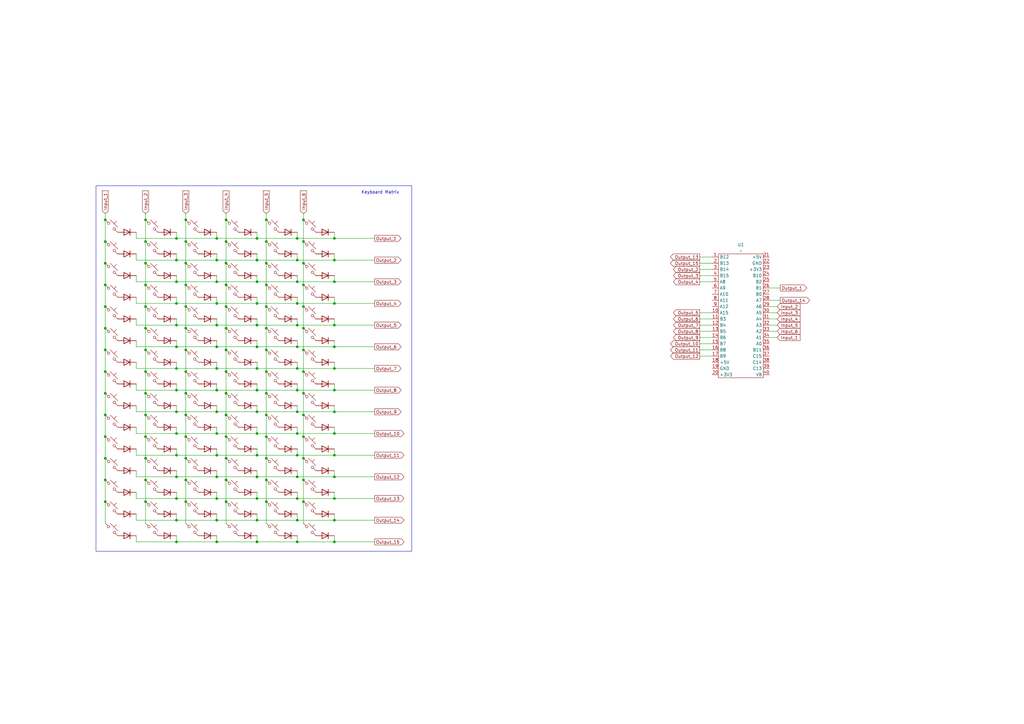
<source format=kicad_sch>
(kicad_sch
	(version 20231120)
	(generator "eeschema")
	(generator_version "8.0")
	(uuid "23bfea64-3293-4b50-a188-c281da23189a")
	(paper "A3")
	
	(junction
		(at 76.2 90.17)
		(diameter 0)
		(color 0 0 0 0)
		(uuid "008201e9-52a2-473a-a383-fac6d3cc94a2")
	)
	(junction
		(at 92.71 125.73)
		(diameter 0)
		(color 0 0 0 0)
		(uuid "00d9f061-137e-4c2e-ad1c-a99610a5271f")
	)
	(junction
		(at 124.46 205.74)
		(diameter 0)
		(color 0 0 0 0)
		(uuid "00fcc2bd-c151-47c9-9ae7-c4b049adc388")
	)
	(junction
		(at 121.92 222.25)
		(diameter 0)
		(color 0 0 0 0)
		(uuid "02ca9abc-23a7-4c28-8c5c-bf8b7f87526c")
	)
	(junction
		(at 43.18 205.74)
		(diameter 0)
		(color 0 0 0 0)
		(uuid "05143034-671c-463e-a2a2-b0f8ada14207")
	)
	(junction
		(at 92.71 161.29)
		(diameter 0)
		(color 0 0 0 0)
		(uuid "085f0094-8a09-429f-92e9-c6c8845c6576")
	)
	(junction
		(at 124.46 116.84)
		(diameter 0)
		(color 0 0 0 0)
		(uuid "0b0709fa-b2c2-4678-811b-1295e488db5a")
	)
	(junction
		(at 137.16 151.13)
		(diameter 0)
		(color 0 0 0 0)
		(uuid "0b2363ba-c450-441f-b6ca-1516f660b3bf")
	)
	(junction
		(at 72.39 204.47)
		(diameter 0)
		(color 0 0 0 0)
		(uuid "0f9764c0-05a4-4c29-9152-19375511fff3")
	)
	(junction
		(at 72.39 222.25)
		(diameter 0)
		(color 0 0 0 0)
		(uuid "108d7cbe-45f3-4cb9-b5e6-e427b3592e22")
	)
	(junction
		(at 137.16 213.36)
		(diameter 0)
		(color 0 0 0 0)
		(uuid "1175016b-7267-41ec-b088-2f3f1dc46d0b")
	)
	(junction
		(at 137.16 97.79)
		(diameter 0)
		(color 0 0 0 0)
		(uuid "11e777de-e74b-4c8b-869a-c3ba198c9dbc")
	)
	(junction
		(at 92.71 90.17)
		(diameter 0)
		(color 0 0 0 0)
		(uuid "127a6ef2-8b24-451f-9b71-26538c1ce433")
	)
	(junction
		(at 105.41 151.13)
		(diameter 0)
		(color 0 0 0 0)
		(uuid "141f89bf-de2f-4533-a4b9-f6b1357b43f8")
	)
	(junction
		(at 76.2 170.18)
		(diameter 0)
		(color 0 0 0 0)
		(uuid "15570bb7-12f8-4b0f-ab0c-7e948b432542")
	)
	(junction
		(at 72.39 97.79)
		(diameter 0)
		(color 0 0 0 0)
		(uuid "164c0f60-7227-4250-b291-fde349d12592")
	)
	(junction
		(at 137.16 186.69)
		(diameter 0)
		(color 0 0 0 0)
		(uuid "171b90b8-886a-4065-b4e4-0d934eb38b04")
	)
	(junction
		(at 124.46 187.96)
		(diameter 0)
		(color 0 0 0 0)
		(uuid "1e105a6c-95dc-42a0-9b00-556e11273e99")
	)
	(junction
		(at 105.41 142.24)
		(diameter 0)
		(color 0 0 0 0)
		(uuid "1e965ace-a99d-4878-98fe-1b4a793a1c0c")
	)
	(junction
		(at 43.18 90.17)
		(diameter 0)
		(color 0 0 0 0)
		(uuid "2096d05b-7517-4f62-874e-94ecd0381a19")
	)
	(junction
		(at 121.92 142.24)
		(diameter 0)
		(color 0 0 0 0)
		(uuid "20f24ae8-f199-4dde-a032-5d6a849e0dbb")
	)
	(junction
		(at 88.9 106.68)
		(diameter 0)
		(color 0 0 0 0)
		(uuid "22735140-938e-41ec-baaa-5a8c092846d9")
	)
	(junction
		(at 92.71 179.07)
		(diameter 0)
		(color 0 0 0 0)
		(uuid "23525830-6b6b-4092-b5a8-96e55865f790")
	)
	(junction
		(at 88.9 97.79)
		(diameter 0)
		(color 0 0 0 0)
		(uuid "24350fe2-2f74-4f52-81dd-698d41152ad4")
	)
	(junction
		(at 72.39 151.13)
		(diameter 0)
		(color 0 0 0 0)
		(uuid "2b5246bb-d451-4c8a-9498-42a47e1d6c97")
	)
	(junction
		(at 76.2 99.06)
		(diameter 0)
		(color 0 0 0 0)
		(uuid "2bd53819-ba4d-4339-b5f1-a053849f2fdd")
	)
	(junction
		(at 59.69 99.06)
		(diameter 0)
		(color 0 0 0 0)
		(uuid "2d579333-66a9-4718-b5fe-19c4ad4833e9")
	)
	(junction
		(at 72.39 142.24)
		(diameter 0)
		(color 0 0 0 0)
		(uuid "2dc24d99-4b0c-429d-8951-d54499ec4e40")
	)
	(junction
		(at 88.9 142.24)
		(diameter 0)
		(color 0 0 0 0)
		(uuid "2f298fd9-47c9-4913-b9b5-730da173a861")
	)
	(junction
		(at 43.18 116.84)
		(diameter 0)
		(color 0 0 0 0)
		(uuid "31b54450-44c5-4b7a-83e7-3e1e11ba537a")
	)
	(junction
		(at 76.2 107.95)
		(diameter 0)
		(color 0 0 0 0)
		(uuid "322795c8-fd9c-4ffa-abff-f0a1682d62e2")
	)
	(junction
		(at 109.22 161.29)
		(diameter 0)
		(color 0 0 0 0)
		(uuid "335313a5-b8d8-4a71-8d3c-a30239e24288")
	)
	(junction
		(at 92.71 134.62)
		(diameter 0)
		(color 0 0 0 0)
		(uuid "340da787-6195-432e-b46e-96fae0c9ac06")
	)
	(junction
		(at 137.16 222.25)
		(diameter 0)
		(color 0 0 0 0)
		(uuid "34231a71-1ad1-4361-942d-903bb2715f50")
	)
	(junction
		(at 88.9 204.47)
		(diameter 0)
		(color 0 0 0 0)
		(uuid "342a67e1-a17c-46d5-890e-ecbb6545ccd0")
	)
	(junction
		(at 121.92 204.47)
		(diameter 0)
		(color 0 0 0 0)
		(uuid "360b481e-5887-45c0-8597-60820931c267")
	)
	(junction
		(at 76.2 116.84)
		(diameter 0)
		(color 0 0 0 0)
		(uuid "36a82f42-a401-4e98-acfb-d83b1f0f60fb")
	)
	(junction
		(at 105.41 204.47)
		(diameter 0)
		(color 0 0 0 0)
		(uuid "3764b039-5e9a-4ba9-bb37-3fa34bb871a0")
	)
	(junction
		(at 109.22 107.95)
		(diameter 0)
		(color 0 0 0 0)
		(uuid "3e1514f6-3173-42c3-85ad-fff1d6490689")
	)
	(junction
		(at 88.9 186.69)
		(diameter 0)
		(color 0 0 0 0)
		(uuid "3efe559d-50a1-4d92-b6aa-d888d6e148ad")
	)
	(junction
		(at 88.9 133.35)
		(diameter 0)
		(color 0 0 0 0)
		(uuid "3fba95eb-94b6-4bda-8047-fd933f81d3a0")
	)
	(junction
		(at 72.39 115.57)
		(diameter 0)
		(color 0 0 0 0)
		(uuid "4058fa3d-279c-446b-aef8-9571b54a780c")
	)
	(junction
		(at 105.41 97.79)
		(diameter 0)
		(color 0 0 0 0)
		(uuid "414d2271-f7f2-4e0a-b99b-00baf43fc869")
	)
	(junction
		(at 92.71 116.84)
		(diameter 0)
		(color 0 0 0 0)
		(uuid "43c733f1-96c1-4d35-b4eb-a8e25adfc2d6")
	)
	(junction
		(at 72.39 177.8)
		(diameter 0)
		(color 0 0 0 0)
		(uuid "4454c7a8-64c8-48ca-b969-3e18070e4f92")
	)
	(junction
		(at 124.46 196.85)
		(diameter 0)
		(color 0 0 0 0)
		(uuid "4526246f-70a5-4ed3-b418-4c2e1fcdc3eb")
	)
	(junction
		(at 105.41 124.46)
		(diameter 0)
		(color 0 0 0 0)
		(uuid "46b2961f-25d2-48a4-abbf-1364912b7138")
	)
	(junction
		(at 72.39 168.91)
		(diameter 0)
		(color 0 0 0 0)
		(uuid "48682f37-988a-4f45-8ade-dee8fbaeceda")
	)
	(junction
		(at 92.71 170.18)
		(diameter 0)
		(color 0 0 0 0)
		(uuid "489fa079-dc29-4522-ae8c-305563357635")
	)
	(junction
		(at 43.18 187.96)
		(diameter 0)
		(color 0 0 0 0)
		(uuid "4c2370c7-c5e6-4cee-b7a4-c60123a3b5ab")
	)
	(junction
		(at 59.69 205.74)
		(diameter 0)
		(color 0 0 0 0)
		(uuid "4e2ea5a1-ec1f-45eb-86db-0bc5ca3742ca")
	)
	(junction
		(at 59.69 116.84)
		(diameter 0)
		(color 0 0 0 0)
		(uuid "4e5cf0c3-b4b1-4d68-9da0-6572ea151179")
	)
	(junction
		(at 124.46 90.17)
		(diameter 0)
		(color 0 0 0 0)
		(uuid "4f1be5a9-d231-4d08-8bf3-87e7846c4b53")
	)
	(junction
		(at 43.18 99.06)
		(diameter 0)
		(color 0 0 0 0)
		(uuid "500b2f49-e96b-4e2e-a627-0260322ef2c8")
	)
	(junction
		(at 59.69 90.17)
		(diameter 0)
		(color 0 0 0 0)
		(uuid "500bcb91-fd21-49ac-bdb3-3923f5c29122")
	)
	(junction
		(at 76.2 161.29)
		(diameter 0)
		(color 0 0 0 0)
		(uuid "504e3918-9d63-490d-8a17-3744440c9287")
	)
	(junction
		(at 76.2 196.85)
		(diameter 0)
		(color 0 0 0 0)
		(uuid "51370da9-8861-4f82-9aa0-3521aea29f1e")
	)
	(junction
		(at 72.39 160.02)
		(diameter 0)
		(color 0 0 0 0)
		(uuid "517b2c38-3037-4ec5-b178-77719454d778")
	)
	(junction
		(at 76.2 187.96)
		(diameter 0)
		(color 0 0 0 0)
		(uuid "51f01035-eb33-4cf8-889b-e8c42c950bb6")
	)
	(junction
		(at 43.18 134.62)
		(diameter 0)
		(color 0 0 0 0)
		(uuid "52786592-13a0-4c3e-99fe-3a69094beaa3")
	)
	(junction
		(at 137.16 160.02)
		(diameter 0)
		(color 0 0 0 0)
		(uuid "54454637-35bc-4d89-b61f-6e7a6f471e11")
	)
	(junction
		(at 105.41 213.36)
		(diameter 0)
		(color 0 0 0 0)
		(uuid "54844daa-83f8-4b92-bf72-a21ecc048df1")
	)
	(junction
		(at 43.18 152.4)
		(diameter 0)
		(color 0 0 0 0)
		(uuid "55d83e38-d83b-47f0-b49a-c6479153e791")
	)
	(junction
		(at 59.69 161.29)
		(diameter 0)
		(color 0 0 0 0)
		(uuid "5644ffe5-167f-4378-a02e-3f22b1c79ae9")
	)
	(junction
		(at 76.2 134.62)
		(diameter 0)
		(color 0 0 0 0)
		(uuid "57fb6869-7272-4d37-9af9-e931dbab3113")
	)
	(junction
		(at 88.9 177.8)
		(diameter 0)
		(color 0 0 0 0)
		(uuid "594b383b-205d-45b9-88c3-86f1abde763b")
	)
	(junction
		(at 92.71 187.96)
		(diameter 0)
		(color 0 0 0 0)
		(uuid "5ae1b980-77ee-41f5-a6a2-9bf9439bb3b9")
	)
	(junction
		(at 88.9 195.58)
		(diameter 0)
		(color 0 0 0 0)
		(uuid "5b54221d-ad0e-4b0d-93a9-206eb34ee247")
	)
	(junction
		(at 121.92 115.57)
		(diameter 0)
		(color 0 0 0 0)
		(uuid "5bf88636-3352-4e0d-b7d0-c5284c61dfb4")
	)
	(junction
		(at 59.69 170.18)
		(diameter 0)
		(color 0 0 0 0)
		(uuid "5cc364c2-445c-4175-b061-30b3d38a68a9")
	)
	(junction
		(at 59.69 125.73)
		(diameter 0)
		(color 0 0 0 0)
		(uuid "5eba1534-c455-475f-8110-103e7dd01bdf")
	)
	(junction
		(at 43.18 107.95)
		(diameter 0)
		(color 0 0 0 0)
		(uuid "5ff793d8-f2ec-4880-a44a-92cbf2c98ebc")
	)
	(junction
		(at 72.39 106.68)
		(diameter 0)
		(color 0 0 0 0)
		(uuid "6895e605-b0b0-45a2-b388-796ec53252a6")
	)
	(junction
		(at 121.92 106.68)
		(diameter 0)
		(color 0 0 0 0)
		(uuid "6c8cf8ed-3d90-44ee-9995-d45983b51a54")
	)
	(junction
		(at 109.22 99.06)
		(diameter 0)
		(color 0 0 0 0)
		(uuid "6d78fb40-0ae2-4f8c-accf-5cab02ad02d1")
	)
	(junction
		(at 137.16 177.8)
		(diameter 0)
		(color 0 0 0 0)
		(uuid "6ee6444a-af99-4e4b-a0e9-f2920eb80551")
	)
	(junction
		(at 109.22 125.73)
		(diameter 0)
		(color 0 0 0 0)
		(uuid "6f0e82a6-fcc4-4748-ac3e-a347216eb9c0")
	)
	(junction
		(at 109.22 116.84)
		(diameter 0)
		(color 0 0 0 0)
		(uuid "70649150-66b5-481c-a9d9-54ddfae50c68")
	)
	(junction
		(at 76.2 125.73)
		(diameter 0)
		(color 0 0 0 0)
		(uuid "715c8635-f847-4c51-bc65-5f8d9403be34")
	)
	(junction
		(at 105.41 195.58)
		(diameter 0)
		(color 0 0 0 0)
		(uuid "7336ca52-4df0-45ed-9833-8defa77329f3")
	)
	(junction
		(at 72.39 213.36)
		(diameter 0)
		(color 0 0 0 0)
		(uuid "75c42ca8-15a1-4532-9759-4dc8203e6f87")
	)
	(junction
		(at 121.92 160.02)
		(diameter 0)
		(color 0 0 0 0)
		(uuid "79074d61-e15b-41a7-afb7-d8dcb6cf7f02")
	)
	(junction
		(at 92.71 107.95)
		(diameter 0)
		(color 0 0 0 0)
		(uuid "797c883f-86d5-45ec-83e5-dcaeea6a1f40")
	)
	(junction
		(at 43.18 143.51)
		(diameter 0)
		(color 0 0 0 0)
		(uuid "7b07f229-8eca-489a-b7e6-e741d93478af")
	)
	(junction
		(at 121.92 133.35)
		(diameter 0)
		(color 0 0 0 0)
		(uuid "7ce813b7-0382-4732-8723-bf89f2a008c9")
	)
	(junction
		(at 137.16 195.58)
		(diameter 0)
		(color 0 0 0 0)
		(uuid "7e6e8a82-1cf4-4e94-b52d-1e4c2555d9c6")
	)
	(junction
		(at 124.46 107.95)
		(diameter 0)
		(color 0 0 0 0)
		(uuid "7fde43e5-651c-442b-b57b-f3e44f82077f")
	)
	(junction
		(at 121.92 177.8)
		(diameter 0)
		(color 0 0 0 0)
		(uuid "81347781-e07c-4ecd-ae4d-6a5c8845774b")
	)
	(junction
		(at 88.9 124.46)
		(diameter 0)
		(color 0 0 0 0)
		(uuid "822fd430-ece7-47f1-b8bb-8918f9c3c291")
	)
	(junction
		(at 105.41 115.57)
		(diameter 0)
		(color 0 0 0 0)
		(uuid "83d338c7-3306-47c7-9d8a-87f050c3ac17")
	)
	(junction
		(at 92.71 99.06)
		(diameter 0)
		(color 0 0 0 0)
		(uuid "840d760e-ae32-4742-8489-f5e78249ce29")
	)
	(junction
		(at 124.46 99.06)
		(diameter 0)
		(color 0 0 0 0)
		(uuid "88f7c772-2f10-45fa-9897-641be9e58d83")
	)
	(junction
		(at 105.41 168.91)
		(diameter 0)
		(color 0 0 0 0)
		(uuid "891adcd8-1f95-4066-b9f4-e4a31928aeec")
	)
	(junction
		(at 92.71 196.85)
		(diameter 0)
		(color 0 0 0 0)
		(uuid "8ca668a1-9ff7-499c-99a5-0d70d6f49248")
	)
	(junction
		(at 137.16 124.46)
		(diameter 0)
		(color 0 0 0 0)
		(uuid "8e5d3df2-49b9-4ff9-8d48-f86130a44d74")
	)
	(junction
		(at 137.16 142.24)
		(diameter 0)
		(color 0 0 0 0)
		(uuid "8f6ae30f-f42d-41e4-a3cd-8425cc0af733")
	)
	(junction
		(at 121.92 97.79)
		(diameter 0)
		(color 0 0 0 0)
		(uuid "902f2101-0c2b-42cd-b9bc-3773d31217a0")
	)
	(junction
		(at 121.92 195.58)
		(diameter 0)
		(color 0 0 0 0)
		(uuid "905ed7fc-49f9-4a7d-bf7e-32552bf9d1f5")
	)
	(junction
		(at 105.41 222.25)
		(diameter 0)
		(color 0 0 0 0)
		(uuid "9185494b-7677-4687-a72b-643c62e1c92d")
	)
	(junction
		(at 43.18 125.73)
		(diameter 0)
		(color 0 0 0 0)
		(uuid "92441db5-3988-4508-b5a1-b1452964d304")
	)
	(junction
		(at 109.22 152.4)
		(diameter 0)
		(color 0 0 0 0)
		(uuid "945169c9-97b4-439d-85ff-3a3edcbbbd2c")
	)
	(junction
		(at 124.46 179.07)
		(diameter 0)
		(color 0 0 0 0)
		(uuid "95b8f617-d12c-4ca5-82f4-a477b1ac2717")
	)
	(junction
		(at 76.2 205.74)
		(diameter 0)
		(color 0 0 0 0)
		(uuid "9834e476-4b3d-4f9a-a8ee-51926e54ec40")
	)
	(junction
		(at 124.46 143.51)
		(diameter 0)
		(color 0 0 0 0)
		(uuid "997ce1f9-9f1c-4f81-a60d-46ded85fe2cf")
	)
	(junction
		(at 59.69 196.85)
		(diameter 0)
		(color 0 0 0 0)
		(uuid "9f7f037d-5154-485d-996b-912d31682d6d")
	)
	(junction
		(at 92.71 143.51)
		(diameter 0)
		(color 0 0 0 0)
		(uuid "a1e6ccc6-c2c8-44c7-be01-6c21689c7b0b")
	)
	(junction
		(at 92.71 152.4)
		(diameter 0)
		(color 0 0 0 0)
		(uuid "a388be4c-0da9-4df4-a4d1-176d273f7cd6")
	)
	(junction
		(at 109.22 143.51)
		(diameter 0)
		(color 0 0 0 0)
		(uuid "a5ed5437-58d5-4c6c-8589-256ab6c42761")
	)
	(junction
		(at 43.18 196.85)
		(diameter 0)
		(color 0 0 0 0)
		(uuid "a686cd95-b770-4b4a-9068-b2baafc35c44")
	)
	(junction
		(at 124.46 125.73)
		(diameter 0)
		(color 0 0 0 0)
		(uuid "aa456d8b-4d43-4cf2-a515-5f97fe1090c7")
	)
	(junction
		(at 43.18 179.07)
		(diameter 0)
		(color 0 0 0 0)
		(uuid "aa5a88af-8b61-4e24-8f32-9dec2d7db85d")
	)
	(junction
		(at 109.22 134.62)
		(diameter 0)
		(color 0 0 0 0)
		(uuid "ac9be02f-f736-4d01-a800-823fab959c6b")
	)
	(junction
		(at 109.22 179.07)
		(diameter 0)
		(color 0 0 0 0)
		(uuid "ada3115f-2083-4932-a31c-5beda90cc39f")
	)
	(junction
		(at 88.9 151.13)
		(diameter 0)
		(color 0 0 0 0)
		(uuid "ae0442a8-aade-418e-9ee4-0196da80ca0a")
	)
	(junction
		(at 59.69 107.95)
		(diameter 0)
		(color 0 0 0 0)
		(uuid "b1d7b3c5-a956-4856-a8b4-dd1553e0b5ec")
	)
	(junction
		(at 124.46 161.29)
		(diameter 0)
		(color 0 0 0 0)
		(uuid "b51e80c1-8e12-4af2-8a96-dda3453d2c4d")
	)
	(junction
		(at 59.69 134.62)
		(diameter 0)
		(color 0 0 0 0)
		(uuid "b854a9ba-b884-490f-b024-9a7b54dc06cd")
	)
	(junction
		(at 88.9 213.36)
		(diameter 0)
		(color 0 0 0 0)
		(uuid "b880796f-8b51-4648-b30e-d4e295f2afb7")
	)
	(junction
		(at 76.2 179.07)
		(diameter 0)
		(color 0 0 0 0)
		(uuid "bfb939b9-4e43-4700-8b69-bbe6b33408b1")
	)
	(junction
		(at 76.2 143.51)
		(diameter 0)
		(color 0 0 0 0)
		(uuid "c03d522a-e136-4851-999e-40d0587d4031")
	)
	(junction
		(at 109.22 90.17)
		(diameter 0)
		(color 0 0 0 0)
		(uuid "c0b0294d-0a7c-4e5a-8008-f5d9f5760dd2")
	)
	(junction
		(at 76.2 152.4)
		(diameter 0)
		(color 0 0 0 0)
		(uuid "c2606a80-7d9c-461b-a289-f1e29541759e")
	)
	(junction
		(at 105.41 133.35)
		(diameter 0)
		(color 0 0 0 0)
		(uuid "c26c3c18-8828-4721-877e-c741c3c38b31")
	)
	(junction
		(at 105.41 106.68)
		(diameter 0)
		(color 0 0 0 0)
		(uuid "c4c05c7a-873f-4f66-b01f-27b1d01eecb8")
	)
	(junction
		(at 88.9 160.02)
		(diameter 0)
		(color 0 0 0 0)
		(uuid "c5073b7c-85ed-4080-ac23-6e9356e9d657")
	)
	(junction
		(at 109.22 170.18)
		(diameter 0)
		(color 0 0 0 0)
		(uuid "c5386c15-ac5e-45a0-bb08-3675e7442ff4")
	)
	(junction
		(at 59.69 143.51)
		(diameter 0)
		(color 0 0 0 0)
		(uuid "cba0ee10-d92e-4277-8e0b-c98ff3ad7a5d")
	)
	(junction
		(at 59.69 187.96)
		(diameter 0)
		(color 0 0 0 0)
		(uuid "d20fb7ca-1f42-47e6-9a0b-177297a92c9d")
	)
	(junction
		(at 124.46 134.62)
		(diameter 0)
		(color 0 0 0 0)
		(uuid "d312c851-981e-4678-95b4-dc3a64ce3355")
	)
	(junction
		(at 72.39 133.35)
		(diameter 0)
		(color 0 0 0 0)
		(uuid "d5ccc899-a8ee-4fd1-a466-db8a2cd2065f")
	)
	(junction
		(at 88.9 115.57)
		(diameter 0)
		(color 0 0 0 0)
		(uuid "d63012af-fed1-4c23-a77d-c59353568ea1")
	)
	(junction
		(at 72.39 186.69)
		(diameter 0)
		(color 0 0 0 0)
		(uuid "d6b5f999-7947-484d-a4b9-0587ab09a684")
	)
	(junction
		(at 72.39 195.58)
		(diameter 0)
		(color 0 0 0 0)
		(uuid "d80c0494-0439-4034-9345-0b00affc7cf5")
	)
	(junction
		(at 43.18 161.29)
		(diameter 0)
		(color 0 0 0 0)
		(uuid "d98d12e5-106e-43a8-883c-01eb16c0d3cb")
	)
	(junction
		(at 137.16 204.47)
		(diameter 0)
		(color 0 0 0 0)
		(uuid "dc97b34f-eec0-4c94-a307-9f60706566fb")
	)
	(junction
		(at 137.16 168.91)
		(diameter 0)
		(color 0 0 0 0)
		(uuid "de4d5882-bbe1-4c50-83f8-66a281d362bb")
	)
	(junction
		(at 105.41 186.69)
		(diameter 0)
		(color 0 0 0 0)
		(uuid "e0e90383-e67f-4ef2-a621-c8be890f7b89")
	)
	(junction
		(at 72.39 124.46)
		(diameter 0)
		(color 0 0 0 0)
		(uuid "e3e64ae4-c79d-4677-a47c-ab014486929e")
	)
	(junction
		(at 137.16 115.57)
		(diameter 0)
		(color 0 0 0 0)
		(uuid "e4befe41-56e9-4986-926a-9a26da4093d5")
	)
	(junction
		(at 59.69 152.4)
		(diameter 0)
		(color 0 0 0 0)
		(uuid "e501990d-f334-483c-9ff2-cd4c84c5fa81")
	)
	(junction
		(at 43.18 170.18)
		(diameter 0)
		(color 0 0 0 0)
		(uuid "e5ff41cd-a91e-4bc1-80e8-62dcb9a7113d")
	)
	(junction
		(at 92.71 205.74)
		(diameter 0)
		(color 0 0 0 0)
		(uuid "e8f6d9dc-01a8-4820-9609-67e0bda0c488")
	)
	(junction
		(at 88.9 168.91)
		(diameter 0)
		(color 0 0 0 0)
		(uuid "e8f98d4b-1d4c-4a3e-916f-dc5c32abcda3")
	)
	(junction
		(at 121.92 124.46)
		(diameter 0)
		(color 0 0 0 0)
		(uuid "e939b4a4-db79-4a3f-9fe8-ef58599cec57")
	)
	(junction
		(at 124.46 170.18)
		(diameter 0)
		(color 0 0 0 0)
		(uuid "ec158334-097e-48d6-a917-e0a152864f78")
	)
	(junction
		(at 59.69 179.07)
		(diameter 0)
		(color 0 0 0 0)
		(uuid "ed356be0-1398-4429-b4aa-b7201b809447")
	)
	(junction
		(at 124.46 152.4)
		(diameter 0)
		(color 0 0 0 0)
		(uuid "efdd4dc9-c921-47f8-926a-17e3a787e82a")
	)
	(junction
		(at 109.22 205.74)
		(diameter 0)
		(color 0 0 0 0)
		(uuid "f32ba54b-0457-4756-8f39-60ffff2dc432")
	)
	(junction
		(at 137.16 133.35)
		(diameter 0)
		(color 0 0 0 0)
		(uuid "f4d69d9c-77c8-4957-95bc-c085df71bfba")
	)
	(junction
		(at 88.9 222.25)
		(diameter 0)
		(color 0 0 0 0)
		(uuid "f78214f4-fefa-41d8-89df-59b9129787ef")
	)
	(junction
		(at 121.92 168.91)
		(diameter 0)
		(color 0 0 0 0)
		(uuid "f7d71e75-109a-476e-8601-8baabd5cdf7f")
	)
	(junction
		(at 109.22 187.96)
		(diameter 0)
		(color 0 0 0 0)
		(uuid "f85913d1-209b-496f-8e9a-63e448447551")
	)
	(junction
		(at 105.41 177.8)
		(diameter 0)
		(color 0 0 0 0)
		(uuid "f900e93c-3caf-45af-a271-145965e48075")
	)
	(junction
		(at 105.41 160.02)
		(diameter 0)
		(color 0 0 0 0)
		(uuid "f97b7f83-309f-4c50-9f59-0f70aa28f22c")
	)
	(junction
		(at 137.16 106.68)
		(diameter 0)
		(color 0 0 0 0)
		(uuid "fb7a965f-8d32-4863-8b62-ebb9f559e1bf")
	)
	(junction
		(at 121.92 186.69)
		(diameter 0)
		(color 0 0 0 0)
		(uuid "fc57f8f9-631c-4ba9-9482-6124bc650687")
	)
	(junction
		(at 109.22 196.85)
		(diameter 0)
		(color 0 0 0 0)
		(uuid "fc60e1b4-bb29-46fa-ac83-5a7f6a457cf0")
	)
	(junction
		(at 121.92 213.36)
		(diameter 0)
		(color 0 0 0 0)
		(uuid "fd1d3627-a18c-419b-86db-1201ab72c0fa")
	)
	(junction
		(at 121.92 151.13)
		(diameter 0)
		(color 0 0 0 0)
		(uuid "ff4f0343-b856-4685-8cdf-a939ee3110da")
	)
	(wire
		(pts
			(xy 72.39 210.82) (xy 72.39 213.36)
		)
		(stroke
			(width 0)
			(type default)
		)
		(uuid "016921a4-4b90-4cda-8727-89853ce52f4a")
	)
	(wire
		(pts
			(xy 92.71 134.62) (xy 92.71 143.51)
		)
		(stroke
			(width 0)
			(type default)
		)
		(uuid "0399fb43-7f93-434d-b0bc-f5ee0b230a84")
	)
	(wire
		(pts
			(xy 59.69 87.63) (xy 59.69 90.17)
		)
		(stroke
			(width 0)
			(type default)
		)
		(uuid "04ccd88a-42b4-4961-896b-97d7d0416c1a")
	)
	(wire
		(pts
			(xy 315.595 123.19) (xy 320.04 123.19)
		)
		(stroke
			(width 0)
			(type default)
		)
		(uuid "05b6d054-e875-46b2-9575-d93b65ddd561")
	)
	(wire
		(pts
			(xy 137.16 115.57) (xy 153.67 115.57)
		)
		(stroke
			(width 0)
			(type default)
		)
		(uuid "09166cae-918d-4f80-9094-f233fe391612")
	)
	(wire
		(pts
			(xy 121.92 166.37) (xy 121.92 168.91)
		)
		(stroke
			(width 0)
			(type default)
		)
		(uuid "09a64c0f-98b7-4140-8a71-5a792d896955")
	)
	(wire
		(pts
			(xy 59.69 125.73) (xy 59.69 134.62)
		)
		(stroke
			(width 0)
			(type default)
		)
		(uuid "0b26e2b1-ce4d-4b8e-9fa3-0bc8fa618f12")
	)
	(wire
		(pts
			(xy 72.39 142.24) (xy 88.9 142.24)
		)
		(stroke
			(width 0)
			(type default)
		)
		(uuid "0b582c31-3a1a-4356-8526-68f93b650c6f")
	)
	(wire
		(pts
			(xy 121.92 201.93) (xy 121.92 204.47)
		)
		(stroke
			(width 0)
			(type default)
		)
		(uuid "0b5ea3ea-c845-419c-894a-eb6a1c652e87")
	)
	(wire
		(pts
			(xy 121.92 222.25) (xy 137.16 222.25)
		)
		(stroke
			(width 0)
			(type default)
		)
		(uuid "0d43e70b-91c3-4269-9705-7eae03407c4f")
	)
	(wire
		(pts
			(xy 72.39 157.48) (xy 72.39 160.02)
		)
		(stroke
			(width 0)
			(type default)
		)
		(uuid "0de2b4ca-a352-4174-87fb-f64a5a24f646")
	)
	(wire
		(pts
			(xy 72.39 193.04) (xy 72.39 195.58)
		)
		(stroke
			(width 0)
			(type default)
		)
		(uuid "0ee8aa62-0b7d-46d3-a513-91535fda933c")
	)
	(wire
		(pts
			(xy 124.46 87.63) (xy 124.46 90.17)
		)
		(stroke
			(width 0)
			(type default)
		)
		(uuid "0f71f1ae-d553-4e5e-a74d-86a0a2814318")
	)
	(wire
		(pts
			(xy 43.18 116.84) (xy 43.18 125.73)
		)
		(stroke
			(width 0)
			(type default)
		)
		(uuid "101c0dd1-1b4e-41e7-8323-15b2b42046bb")
	)
	(wire
		(pts
			(xy 137.16 106.68) (xy 153.67 106.68)
		)
		(stroke
			(width 0)
			(type default)
		)
		(uuid "11c4d897-dfcc-4655-90ce-88d0fe63c182")
	)
	(wire
		(pts
			(xy 287.02 105.41) (xy 292.1 105.41)
		)
		(stroke
			(width 0)
			(type default)
		)
		(uuid "121e4942-d515-4f7a-b084-59f80c8489b8")
	)
	(wire
		(pts
			(xy 76.2 99.06) (xy 76.2 107.95)
		)
		(stroke
			(width 0)
			(type default)
		)
		(uuid "12bce0ec-db97-4e91-add5-8c90268e6b2a")
	)
	(wire
		(pts
			(xy 105.41 201.93) (xy 105.41 204.47)
		)
		(stroke
			(width 0)
			(type default)
		)
		(uuid "12cfc0fc-3599-4bf8-9da8-2bd6926cde42")
	)
	(wire
		(pts
			(xy 59.69 99.06) (xy 59.69 107.95)
		)
		(stroke
			(width 0)
			(type default)
		)
		(uuid "134b6f04-c0a8-48d2-b13c-4a169b367372")
	)
	(wire
		(pts
			(xy 121.92 95.25) (xy 121.92 97.79)
		)
		(stroke
			(width 0)
			(type default)
		)
		(uuid "135748f1-2999-4afe-af7d-e79e5abc5c2a")
	)
	(wire
		(pts
			(xy 88.9 193.04) (xy 88.9 195.58)
		)
		(stroke
			(width 0)
			(type default)
		)
		(uuid "13c7f426-7175-4c17-b740-4044d7409ea4")
	)
	(wire
		(pts
			(xy 76.2 107.95) (xy 76.2 116.84)
		)
		(stroke
			(width 0)
			(type default)
		)
		(uuid "1475757e-cab0-47f4-814b-d793aebc9263")
	)
	(wire
		(pts
			(xy 72.39 113.03) (xy 72.39 115.57)
		)
		(stroke
			(width 0)
			(type default)
		)
		(uuid "1615fce7-6504-460d-9e64-2557cbfb947a")
	)
	(wire
		(pts
			(xy 121.92 186.69) (xy 137.16 186.69)
		)
		(stroke
			(width 0)
			(type default)
		)
		(uuid "16e13f33-120d-4070-aa51-a9f939a0b761")
	)
	(wire
		(pts
			(xy 76.2 161.29) (xy 76.2 170.18)
		)
		(stroke
			(width 0)
			(type default)
		)
		(uuid "1757f7ac-ab6b-4351-8f3c-1e616d4e6609")
	)
	(wire
		(pts
			(xy 88.9 95.25) (xy 88.9 97.79)
		)
		(stroke
			(width 0)
			(type default)
		)
		(uuid "18746824-20c8-4f63-8cac-8ced98239364")
	)
	(wire
		(pts
			(xy 137.16 177.8) (xy 153.67 177.8)
		)
		(stroke
			(width 0)
			(type default)
		)
		(uuid "1978f271-e20c-4bb4-9914-8ad4b0894d62")
	)
	(wire
		(pts
			(xy 137.16 193.04) (xy 137.16 195.58)
		)
		(stroke
			(width 0)
			(type default)
		)
		(uuid "1b085b2b-88aa-496b-8c4f-a05f13e76854")
	)
	(wire
		(pts
			(xy 121.92 124.46) (xy 137.16 124.46)
		)
		(stroke
			(width 0)
			(type default)
		)
		(uuid "1b3a5a52-fcb7-4773-8705-57fa823cb94b")
	)
	(wire
		(pts
			(xy 72.39 222.25) (xy 88.9 222.25)
		)
		(stroke
			(width 0)
			(type default)
		)
		(uuid "1b7ac86e-2675-4e65-aab4-8efb8260bc7c")
	)
	(wire
		(pts
			(xy 88.9 177.8) (xy 105.41 177.8)
		)
		(stroke
			(width 0)
			(type default)
		)
		(uuid "1b813cf9-89bd-4d3a-ae25-849491399e93")
	)
	(wire
		(pts
			(xy 315.595 125.73) (xy 318.77 125.73)
		)
		(stroke
			(width 0)
			(type default)
		)
		(uuid "1b8ccaba-0f10-4997-ace1-fa05447ce7e2")
	)
	(wire
		(pts
			(xy 124.46 143.51) (xy 124.46 152.4)
		)
		(stroke
			(width 0)
			(type default)
		)
		(uuid "1bf8a529-3cd4-4391-bdff-b016f8109d8d")
	)
	(wire
		(pts
			(xy 315.595 133.35) (xy 318.77 133.35)
		)
		(stroke
			(width 0)
			(type default)
		)
		(uuid "1c81ec7d-6f06-438b-848b-e7bcfd9d6015")
	)
	(wire
		(pts
			(xy 124.46 116.84) (xy 124.46 125.73)
		)
		(stroke
			(width 0)
			(type default)
		)
		(uuid "1cc09fe0-5362-4565-af62-a64301052cf0")
	)
	(wire
		(pts
			(xy 55.88 204.47) (xy 72.39 204.47)
		)
		(stroke
			(width 0)
			(type default)
		)
		(uuid "1ec65453-62a1-4172-8c58-a0239c463154")
	)
	(wire
		(pts
			(xy 137.16 113.03) (xy 137.16 115.57)
		)
		(stroke
			(width 0)
			(type default)
		)
		(uuid "1f4037cb-e5be-4ca5-b6e7-e9e6c5f2742a")
	)
	(wire
		(pts
			(xy 105.41 184.15) (xy 105.41 186.69)
		)
		(stroke
			(width 0)
			(type default)
		)
		(uuid "1f4ae8fa-fabf-4f0a-8415-e478da7a4b87")
	)
	(wire
		(pts
			(xy 55.88 168.91) (xy 72.39 168.91)
		)
		(stroke
			(width 0)
			(type default)
		)
		(uuid "1f6330a4-c537-43f9-81d3-d1ad271d19c9")
	)
	(wire
		(pts
			(xy 43.18 170.18) (xy 43.18 179.07)
		)
		(stroke
			(width 0)
			(type default)
		)
		(uuid "1f77f55a-cb8f-41f7-9e61-b1217c53b652")
	)
	(wire
		(pts
			(xy 59.69 170.18) (xy 59.69 179.07)
		)
		(stroke
			(width 0)
			(type default)
		)
		(uuid "217658f9-47db-4377-88d2-18bdf52eb205")
	)
	(wire
		(pts
			(xy 43.18 205.74) (xy 43.18 214.63)
		)
		(stroke
			(width 0)
			(type default)
		)
		(uuid "21831f66-750e-4b47-87bf-46b69f43bc7a")
	)
	(wire
		(pts
			(xy 72.39 213.36) (xy 88.9 213.36)
		)
		(stroke
			(width 0)
			(type default)
		)
		(uuid "2222c88c-c0ae-4cee-8c5f-ff30b9f21a3c")
	)
	(wire
		(pts
			(xy 88.9 219.71) (xy 88.9 222.25)
		)
		(stroke
			(width 0)
			(type default)
		)
		(uuid "248f7398-a34b-4cbe-86cf-5019af70c6ba")
	)
	(wire
		(pts
			(xy 137.16 219.71) (xy 137.16 222.25)
		)
		(stroke
			(width 0)
			(type default)
		)
		(uuid "2646360b-17d9-422b-85c5-d13c603750ff")
	)
	(wire
		(pts
			(xy 137.16 142.24) (xy 153.67 142.24)
		)
		(stroke
			(width 0)
			(type default)
		)
		(uuid "268194d1-1f00-4c42-90b2-cf91386fe067")
	)
	(wire
		(pts
			(xy 137.16 97.79) (xy 153.67 97.79)
		)
		(stroke
			(width 0)
			(type default)
		)
		(uuid "2696c874-0119-4f47-bd76-b11c56d9ab90")
	)
	(wire
		(pts
			(xy 137.16 222.25) (xy 153.67 222.25)
		)
		(stroke
			(width 0)
			(type default)
		)
		(uuid "26dee242-68bf-4345-9cbe-a74e1a881d1e")
	)
	(wire
		(pts
			(xy 76.2 205.74) (xy 76.2 214.63)
		)
		(stroke
			(width 0)
			(type default)
		)
		(uuid "26f99e4f-2559-481f-837c-7ee3e5361a57")
	)
	(wire
		(pts
			(xy 109.22 125.73) (xy 109.22 134.62)
		)
		(stroke
			(width 0)
			(type default)
		)
		(uuid "278ab84b-7cb6-4612-8951-dbb00b3de129")
	)
	(wire
		(pts
			(xy 92.71 90.17) (xy 92.71 99.06)
		)
		(stroke
			(width 0)
			(type default)
		)
		(uuid "2940c4d8-4c11-4d48-8d84-1044dd990465")
	)
	(wire
		(pts
			(xy 109.22 161.29) (xy 109.22 170.18)
		)
		(stroke
			(width 0)
			(type default)
		)
		(uuid "29baff19-5906-4f47-831c-b45893c53e48")
	)
	(wire
		(pts
			(xy 137.16 121.92) (xy 137.16 124.46)
		)
		(stroke
			(width 0)
			(type default)
		)
		(uuid "2ca5183f-695d-4067-a137-c8a9b137cacd")
	)
	(wire
		(pts
			(xy 55.88 157.48) (xy 55.88 160.02)
		)
		(stroke
			(width 0)
			(type default)
		)
		(uuid "2e478701-f3eb-4339-a9c4-cf87c1241e46")
	)
	(wire
		(pts
			(xy 55.88 95.25) (xy 55.88 97.79)
		)
		(stroke
			(width 0)
			(type default)
		)
		(uuid "2fbaa1f3-9802-4e3f-ad94-43cdcf33ccf8")
	)
	(wire
		(pts
			(xy 121.92 151.13) (xy 137.16 151.13)
		)
		(stroke
			(width 0)
			(type default)
		)
		(uuid "2fe7a21a-f194-4ff4-bbd0-50496f585ac4")
	)
	(wire
		(pts
			(xy 105.41 157.48) (xy 105.41 160.02)
		)
		(stroke
			(width 0)
			(type default)
		)
		(uuid "30036f89-8154-4d7b-846d-488b4dbf827a")
	)
	(wire
		(pts
			(xy 59.69 152.4) (xy 59.69 161.29)
		)
		(stroke
			(width 0)
			(type default)
		)
		(uuid "300bb0a6-8138-4974-bcce-9e41f809dd2a")
	)
	(wire
		(pts
			(xy 88.9 166.37) (xy 88.9 168.91)
		)
		(stroke
			(width 0)
			(type default)
		)
		(uuid "348f595d-f4f9-4e66-bf01-0518ae545482")
	)
	(wire
		(pts
			(xy 92.71 161.29) (xy 92.71 170.18)
		)
		(stroke
			(width 0)
			(type default)
		)
		(uuid "3599d813-13f2-4411-8982-3b0dcfe2353a")
	)
	(wire
		(pts
			(xy 109.22 134.62) (xy 109.22 143.51)
		)
		(stroke
			(width 0)
			(type default)
		)
		(uuid "36a89436-28eb-46ae-bf81-5ba0c47271d6")
	)
	(wire
		(pts
			(xy 287.02 133.35) (xy 292.1 133.35)
		)
		(stroke
			(width 0)
			(type default)
		)
		(uuid "36cdc818-820d-429d-94cc-95d43af77c46")
	)
	(wire
		(pts
			(xy 105.41 106.68) (xy 121.92 106.68)
		)
		(stroke
			(width 0)
			(type default)
		)
		(uuid "38392a55-4327-42c8-b0dc-c837a64f7dec")
	)
	(wire
		(pts
			(xy 55.88 201.93) (xy 55.88 204.47)
		)
		(stroke
			(width 0)
			(type default)
		)
		(uuid "3a53b535-330a-432c-b9c4-614254ec7811")
	)
	(wire
		(pts
			(xy 72.39 160.02) (xy 88.9 160.02)
		)
		(stroke
			(width 0)
			(type default)
		)
		(uuid "3aa03e7e-4c67-4587-ade2-bccfb1d4c25f")
	)
	(wire
		(pts
			(xy 55.88 106.68) (xy 72.39 106.68)
		)
		(stroke
			(width 0)
			(type default)
		)
		(uuid "3aaaacb1-a919-444f-b96a-bd7a6ed587d3")
	)
	(wire
		(pts
			(xy 109.22 152.4) (xy 109.22 161.29)
		)
		(stroke
			(width 0)
			(type default)
		)
		(uuid "3ee501c1-2155-43cf-8cdf-5319c5d9fc0c")
	)
	(wire
		(pts
			(xy 121.92 104.14) (xy 121.92 106.68)
		)
		(stroke
			(width 0)
			(type default)
		)
		(uuid "3fe743db-e534-442a-9c8f-e026ec03b15a")
	)
	(wire
		(pts
			(xy 121.92 133.35) (xy 137.16 133.35)
		)
		(stroke
			(width 0)
			(type default)
		)
		(uuid "40b21689-3407-4c51-b62b-1032729944cc")
	)
	(wire
		(pts
			(xy 59.69 116.84) (xy 59.69 125.73)
		)
		(stroke
			(width 0)
			(type default)
		)
		(uuid "414a40a8-fc83-4474-b9c0-9fccee269b07")
	)
	(wire
		(pts
			(xy 315.595 118.11) (xy 320.04 118.11)
		)
		(stroke
			(width 0)
			(type default)
		)
		(uuid "425bc9eb-9451-4d03-b593-124f2eb19436")
	)
	(wire
		(pts
			(xy 88.9 210.82) (xy 88.9 213.36)
		)
		(stroke
			(width 0)
			(type default)
		)
		(uuid "42dc8e97-6105-44d6-97e6-8bf82036f39d")
	)
	(wire
		(pts
			(xy 315.595 128.27) (xy 318.77 128.27)
		)
		(stroke
			(width 0)
			(type default)
		)
		(uuid "42dcc2c6-1016-419e-a38c-d108b637bb52")
	)
	(wire
		(pts
			(xy 92.71 170.18) (xy 92.71 179.07)
		)
		(stroke
			(width 0)
			(type default)
		)
		(uuid "4344f2cb-7f7e-4732-a7e5-1d22ce9a6c4a")
	)
	(wire
		(pts
			(xy 72.39 95.25) (xy 72.39 97.79)
		)
		(stroke
			(width 0)
			(type default)
		)
		(uuid "43affd82-cd34-47a7-8ebc-e8b6395042c0")
	)
	(wire
		(pts
			(xy 55.88 213.36) (xy 72.39 213.36)
		)
		(stroke
			(width 0)
			(type default)
		)
		(uuid "4411e77d-0089-4b58-8b30-b35f1b619439")
	)
	(wire
		(pts
			(xy 55.88 121.92) (xy 55.88 124.46)
		)
		(stroke
			(width 0)
			(type default)
		)
		(uuid "45f8801c-3a55-401d-a666-e07bc79edb84")
	)
	(wire
		(pts
			(xy 287.02 146.05) (xy 292.1 146.05)
		)
		(stroke
			(width 0)
			(type default)
		)
		(uuid "46c382d7-559b-4012-b24a-94f0c948b618")
	)
	(wire
		(pts
			(xy 137.16 157.48) (xy 137.16 160.02)
		)
		(stroke
			(width 0)
			(type default)
		)
		(uuid "46eb7111-8780-4afe-9147-0e91d8c9b2ba")
	)
	(wire
		(pts
			(xy 105.41 104.14) (xy 105.41 106.68)
		)
		(stroke
			(width 0)
			(type default)
		)
		(uuid "474011e8-97e9-458f-9203-dc32cdcdb8ba")
	)
	(wire
		(pts
			(xy 105.41 213.36) (xy 121.92 213.36)
		)
		(stroke
			(width 0)
			(type default)
		)
		(uuid "47560ec5-8251-40b8-a7ac-62b4d762c0aa")
	)
	(wire
		(pts
			(xy 59.69 90.17) (xy 59.69 99.06)
		)
		(stroke
			(width 0)
			(type default)
		)
		(uuid "47df53d0-aaa8-4c91-a255-1fdcb1d09384")
	)
	(wire
		(pts
			(xy 137.16 133.35) (xy 153.67 133.35)
		)
		(stroke
			(width 0)
			(type default)
		)
		(uuid "499819b2-39bf-474f-be62-094e01c2e62f")
	)
	(wire
		(pts
			(xy 137.16 160.02) (xy 153.67 160.02)
		)
		(stroke
			(width 0)
			(type default)
		)
		(uuid "4ad54462-68fc-4d8d-bab5-ed71df44b928")
	)
	(wire
		(pts
			(xy 105.41 160.02) (xy 121.92 160.02)
		)
		(stroke
			(width 0)
			(type default)
		)
		(uuid "4c6f2066-791b-4d76-b84c-f617a1518247")
	)
	(wire
		(pts
			(xy 72.39 177.8) (xy 88.9 177.8)
		)
		(stroke
			(width 0)
			(type default)
		)
		(uuid "4d514afc-3ba3-4dbc-8c90-27cb163daeab")
	)
	(wire
		(pts
			(xy 287.02 128.27) (xy 292.1 128.27)
		)
		(stroke
			(width 0)
			(type default)
		)
		(uuid "50139075-9682-481c-8415-8184fc20b1a3")
	)
	(wire
		(pts
			(xy 55.88 186.69) (xy 72.39 186.69)
		)
		(stroke
			(width 0)
			(type default)
		)
		(uuid "54357d04-3c53-465a-8e1b-54f0f0678d21")
	)
	(wire
		(pts
			(xy 43.18 179.07) (xy 43.18 187.96)
		)
		(stroke
			(width 0)
			(type default)
		)
		(uuid "55343c88-acbd-47e7-bc75-3dfeaf4c6445")
	)
	(wire
		(pts
			(xy 92.71 152.4) (xy 92.71 161.29)
		)
		(stroke
			(width 0)
			(type default)
		)
		(uuid "571d0048-da4c-4b3d-8bb3-2ca1888702a7")
	)
	(wire
		(pts
			(xy 43.18 107.95) (xy 43.18 116.84)
		)
		(stroke
			(width 0)
			(type default)
		)
		(uuid "5724ced6-486f-4570-b787-e03f58a83814")
	)
	(wire
		(pts
			(xy 124.46 161.29) (xy 124.46 170.18)
		)
		(stroke
			(width 0)
			(type default)
		)
		(uuid "573292c4-bbff-4bbb-aa6f-b4d63f633838")
	)
	(wire
		(pts
			(xy 72.39 166.37) (xy 72.39 168.91)
		)
		(stroke
			(width 0)
			(type default)
		)
		(uuid "58824b66-4866-48e3-8901-1682075e4ec2")
	)
	(wire
		(pts
			(xy 88.9 113.03) (xy 88.9 115.57)
		)
		(stroke
			(width 0)
			(type default)
		)
		(uuid "58f51a91-a6ad-4272-91d9-44526f5372f3")
	)
	(wire
		(pts
			(xy 124.46 125.73) (xy 124.46 134.62)
		)
		(stroke
			(width 0)
			(type default)
		)
		(uuid "59388958-865f-4dad-b626-c00cee1b29fe")
	)
	(wire
		(pts
			(xy 72.39 168.91) (xy 88.9 168.91)
		)
		(stroke
			(width 0)
			(type default)
		)
		(uuid "5a0d3408-ab6d-488e-91fd-96207b17c1ee")
	)
	(wire
		(pts
			(xy 137.16 139.7) (xy 137.16 142.24)
		)
		(stroke
			(width 0)
			(type default)
		)
		(uuid "5ceec0dd-7133-46b7-93f3-3d19c9d8d7c4")
	)
	(wire
		(pts
			(xy 72.39 201.93) (xy 72.39 204.47)
		)
		(stroke
			(width 0)
			(type default)
		)
		(uuid "5dbd4a5f-3857-4d96-81e9-e2715195e237")
	)
	(wire
		(pts
			(xy 55.88 148.59) (xy 55.88 151.13)
		)
		(stroke
			(width 0)
			(type default)
		)
		(uuid "5e3a2d6a-84e0-432a-83db-3c662c6a5b6d")
	)
	(wire
		(pts
			(xy 88.9 213.36) (xy 105.41 213.36)
		)
		(stroke
			(width 0)
			(type default)
		)
		(uuid "5f9ce4cb-5195-4b23-9d85-6d47da0fe854")
	)
	(wire
		(pts
			(xy 43.18 125.73) (xy 43.18 134.62)
		)
		(stroke
			(width 0)
			(type default)
		)
		(uuid "61130689-62a9-4761-ad4a-64c142dea662")
	)
	(wire
		(pts
			(xy 109.22 179.07) (xy 109.22 187.96)
		)
		(stroke
			(width 0)
			(type default)
		)
		(uuid "64739f62-f0d0-4ecb-9bc4-2e61ef830efa")
	)
	(wire
		(pts
			(xy 121.92 115.57) (xy 137.16 115.57)
		)
		(stroke
			(width 0)
			(type default)
		)
		(uuid "66051b0c-6452-4a8a-bc80-30f909c62c86")
	)
	(wire
		(pts
			(xy 76.2 179.07) (xy 76.2 187.96)
		)
		(stroke
			(width 0)
			(type default)
		)
		(uuid "66900cdc-fafa-4067-896f-289562855ef5")
	)
	(wire
		(pts
			(xy 121.92 210.82) (xy 121.92 213.36)
		)
		(stroke
			(width 0)
			(type default)
		)
		(uuid "691a81ca-140d-4285-be0f-d80d5827643b")
	)
	(wire
		(pts
			(xy 121.92 97.79) (xy 137.16 97.79)
		)
		(stroke
			(width 0)
			(type default)
		)
		(uuid "69abe257-b394-45cc-b76e-7f8c297ebaba")
	)
	(wire
		(pts
			(xy 92.71 87.63) (xy 92.71 90.17)
		)
		(stroke
			(width 0)
			(type default)
		)
		(uuid "6c8f6871-cadd-4e29-8b43-8a29204c64c8")
	)
	(wire
		(pts
			(xy 121.92 184.15) (xy 121.92 186.69)
		)
		(stroke
			(width 0)
			(type default)
		)
		(uuid "6dac7ca5-ce51-4281-8b15-9c0e558623ca")
	)
	(wire
		(pts
			(xy 55.88 184.15) (xy 55.88 186.69)
		)
		(stroke
			(width 0)
			(type default)
		)
		(uuid "6e04e76f-f2cd-4009-85bc-5fd14c671c1d")
	)
	(wire
		(pts
			(xy 137.16 151.13) (xy 153.67 151.13)
		)
		(stroke
			(width 0)
			(type default)
		)
		(uuid "6ea88f49-25a9-41e2-968b-ea7e2b37cada")
	)
	(wire
		(pts
			(xy 137.16 204.47) (xy 153.67 204.47)
		)
		(stroke
			(width 0)
			(type default)
		)
		(uuid "7023828b-4d54-475b-acfe-cc3b04808346")
	)
	(wire
		(pts
			(xy 55.88 166.37) (xy 55.88 168.91)
		)
		(stroke
			(width 0)
			(type default)
		)
		(uuid "70a48bb7-a76f-4f03-947c-c48c474911c8")
	)
	(wire
		(pts
			(xy 72.39 219.71) (xy 72.39 222.25)
		)
		(stroke
			(width 0)
			(type default)
		)
		(uuid "71ac1132-101c-47dd-b0f5-85b61f741737")
	)
	(wire
		(pts
			(xy 105.41 142.24) (xy 121.92 142.24)
		)
		(stroke
			(width 0)
			(type default)
		)
		(uuid "726ecb54-371f-4dbd-8a6b-1e1e36b47e3f")
	)
	(wire
		(pts
			(xy 137.16 213.36) (xy 153.67 213.36)
		)
		(stroke
			(width 0)
			(type default)
		)
		(uuid "72c4d80c-57aa-4922-a926-59784aeaa3b0")
	)
	(wire
		(pts
			(xy 315.595 130.81) (xy 318.77 130.81)
		)
		(stroke
			(width 0)
			(type default)
		)
		(uuid "73ab3a1b-b597-4782-871c-5f3d76194889")
	)
	(wire
		(pts
			(xy 59.69 187.96) (xy 59.69 196.85)
		)
		(stroke
			(width 0)
			(type default)
		)
		(uuid "74106285-16b7-4238-911e-fd6a6268256e")
	)
	(wire
		(pts
			(xy 88.9 130.81) (xy 88.9 133.35)
		)
		(stroke
			(width 0)
			(type default)
		)
		(uuid "74a9a1f5-2378-403a-bc9a-ca113d6bf298")
	)
	(wire
		(pts
			(xy 105.41 168.91) (xy 121.92 168.91)
		)
		(stroke
			(width 0)
			(type default)
		)
		(uuid "753fe535-2e3d-48b2-9091-46603646f2b3")
	)
	(wire
		(pts
			(xy 76.2 90.17) (xy 76.2 99.06)
		)
		(stroke
			(width 0)
			(type default)
		)
		(uuid "75808190-6f29-40e6-939c-50c6583691e9")
	)
	(wire
		(pts
			(xy 109.22 187.96) (xy 109.22 196.85)
		)
		(stroke
			(width 0)
			(type default)
		)
		(uuid "75c4f34d-c3a5-44c6-9715-469bad2e8ba9")
	)
	(wire
		(pts
			(xy 76.2 87.63) (xy 76.2 90.17)
		)
		(stroke
			(width 0)
			(type default)
		)
		(uuid "767859c5-f51c-4071-995a-328e78554cb2")
	)
	(wire
		(pts
			(xy 88.9 121.92) (xy 88.9 124.46)
		)
		(stroke
			(width 0)
			(type default)
		)
		(uuid "76797cce-723d-48ff-9ef2-f85b6963ca6d")
	)
	(wire
		(pts
			(xy 121.92 148.59) (xy 121.92 151.13)
		)
		(stroke
			(width 0)
			(type default)
		)
		(uuid "7684381e-d6ce-4b08-928f-6df64ba9acdc")
	)
	(wire
		(pts
			(xy 105.41 139.7) (xy 105.41 142.24)
		)
		(stroke
			(width 0)
			(type default)
		)
		(uuid "78e82242-e4b2-4712-b63b-482105f088f2")
	)
	(wire
		(pts
			(xy 59.69 179.07) (xy 59.69 187.96)
		)
		(stroke
			(width 0)
			(type default)
		)
		(uuid "790966c6-c32a-448f-b09b-5e9fbe3395f6")
	)
	(wire
		(pts
			(xy 72.39 115.57) (xy 88.9 115.57)
		)
		(stroke
			(width 0)
			(type default)
		)
		(uuid "79343d3e-1b94-4cc9-b9f1-b7ad41a9aaec")
	)
	(wire
		(pts
			(xy 121.92 130.81) (xy 121.92 133.35)
		)
		(stroke
			(width 0)
			(type default)
		)
		(uuid "794dbf71-c88d-48b0-85fe-9959079231e0")
	)
	(wire
		(pts
			(xy 72.39 104.14) (xy 72.39 106.68)
		)
		(stroke
			(width 0)
			(type default)
		)
		(uuid "79d303ba-1cf5-47ff-9ff1-7a6726108b90")
	)
	(wire
		(pts
			(xy 59.69 134.62) (xy 59.69 143.51)
		)
		(stroke
			(width 0)
			(type default)
		)
		(uuid "79f7ca5b-8dc8-46f7-8576-34c0cb422af2")
	)
	(wire
		(pts
			(xy 59.69 161.29) (xy 59.69 170.18)
		)
		(stroke
			(width 0)
			(type default)
		)
		(uuid "7b47ad7a-193f-4f31-a1b3-4d311653ab9e")
	)
	(wire
		(pts
			(xy 109.22 116.84) (xy 109.22 125.73)
		)
		(stroke
			(width 0)
			(type default)
		)
		(uuid "7c2ba3df-69c8-4e1f-8125-1492ff8a1dd7")
	)
	(wire
		(pts
			(xy 92.71 205.74) (xy 92.71 214.63)
		)
		(stroke
			(width 0)
			(type default)
		)
		(uuid "7c65cc06-5b7c-4ff6-9621-d91e9c1a6d93")
	)
	(wire
		(pts
			(xy 287.02 130.81) (xy 292.1 130.81)
		)
		(stroke
			(width 0)
			(type default)
		)
		(uuid "7d2e4105-9957-4761-aded-f38078bf3537")
	)
	(wire
		(pts
			(xy 88.9 106.68) (xy 105.41 106.68)
		)
		(stroke
			(width 0)
			(type default)
		)
		(uuid "7d4e10bb-a510-49fc-bfd4-c62a910d255f")
	)
	(wire
		(pts
			(xy 105.41 175.26) (xy 105.41 177.8)
		)
		(stroke
			(width 0)
			(type default)
		)
		(uuid "7e622641-b8a9-411a-bcc5-86612b22007b")
	)
	(wire
		(pts
			(xy 43.18 134.62) (xy 43.18 143.51)
		)
		(stroke
			(width 0)
			(type default)
		)
		(uuid "7ea28fdc-1803-47bb-8b26-4f4094fbda24")
	)
	(wire
		(pts
			(xy 43.18 143.51) (xy 43.18 152.4)
		)
		(stroke
			(width 0)
			(type default)
		)
		(uuid "7f90f267-96ee-44be-9dd8-dd6f2339da90")
	)
	(wire
		(pts
			(xy 287.02 138.43) (xy 292.1 138.43)
		)
		(stroke
			(width 0)
			(type default)
		)
		(uuid "810dc449-3a4b-4ea7-a273-fe4c41715b3c")
	)
	(wire
		(pts
			(xy 109.22 196.85) (xy 109.22 205.74)
		)
		(stroke
			(width 0)
			(type default)
		)
		(uuid "8168ff46-a42a-4145-8f26-f27a4488c0df")
	)
	(wire
		(pts
			(xy 72.39 139.7) (xy 72.39 142.24)
		)
		(stroke
			(width 0)
			(type default)
		)
		(uuid "81943506-6c27-492d-ac24-ac5be5c70d74")
	)
	(wire
		(pts
			(xy 59.69 205.74) (xy 59.69 214.63)
		)
		(stroke
			(width 0)
			(type default)
		)
		(uuid "83a3cfb6-39a4-4f86-8ec4-a6b31e3a03b3")
	)
	(wire
		(pts
			(xy 72.39 97.79) (xy 88.9 97.79)
		)
		(stroke
			(width 0)
			(type default)
		)
		(uuid "83fc46d7-e967-47e9-b469-57f7b3379d22")
	)
	(wire
		(pts
			(xy 76.2 125.73) (xy 76.2 134.62)
		)
		(stroke
			(width 0)
			(type default)
		)
		(uuid "8446bf5a-5a22-487a-850f-383c8c0e51c4")
	)
	(wire
		(pts
			(xy 121.92 160.02) (xy 137.16 160.02)
		)
		(stroke
			(width 0)
			(type default)
		)
		(uuid "858a46e3-a497-44f9-abd8-50e0ae37d957")
	)
	(wire
		(pts
			(xy 137.16 95.25) (xy 137.16 97.79)
		)
		(stroke
			(width 0)
			(type default)
		)
		(uuid "86265ed6-b5a0-4668-8ae9-61a9b83f5d6c")
	)
	(wire
		(pts
			(xy 92.71 99.06) (xy 92.71 107.95)
		)
		(stroke
			(width 0)
			(type default)
		)
		(uuid "864c0bb1-4c25-40ef-9c94-16585a3de61c")
	)
	(wire
		(pts
			(xy 121.92 106.68) (xy 137.16 106.68)
		)
		(stroke
			(width 0)
			(type default)
		)
		(uuid "86d50ef7-5659-46d3-ad58-e6c25353a5bd")
	)
	(wire
		(pts
			(xy 105.41 95.25) (xy 105.41 97.79)
		)
		(stroke
			(width 0)
			(type default)
		)
		(uuid "880c8c2b-a75f-44f6-95a3-2b301f0e3995")
	)
	(wire
		(pts
			(xy 109.22 87.63) (xy 109.22 90.17)
		)
		(stroke
			(width 0)
			(type default)
		)
		(uuid "8974d9c8-2546-4c09-8658-3b6ab609a841")
	)
	(wire
		(pts
			(xy 88.9 184.15) (xy 88.9 186.69)
		)
		(stroke
			(width 0)
			(type default)
		)
		(uuid "8a52ae52-e78a-48b4-8fa1-06dbb2640d0f")
	)
	(wire
		(pts
			(xy 43.18 87.63) (xy 43.18 90.17)
		)
		(stroke
			(width 0)
			(type default)
		)
		(uuid "8aff381b-aa60-4b33-b01f-bc47379dfce2")
	)
	(wire
		(pts
			(xy 88.9 157.48) (xy 88.9 160.02)
		)
		(stroke
			(width 0)
			(type default)
		)
		(uuid "8b0834d2-095f-4dc0-896b-d8af01e5ddb9")
	)
	(wire
		(pts
			(xy 315.595 135.89) (xy 318.77 135.89)
		)
		(stroke
			(width 0)
			(type default)
		)
		(uuid "8c2fb2c1-507c-4b36-992a-43ec2af98b52")
	)
	(wire
		(pts
			(xy 92.71 116.84) (xy 92.71 125.73)
		)
		(stroke
			(width 0)
			(type default)
		)
		(uuid "8c67dc9d-5bff-487c-91b4-568c99eb161e")
	)
	(wire
		(pts
			(xy 55.88 175.26) (xy 55.88 177.8)
		)
		(stroke
			(width 0)
			(type default)
		)
		(uuid "8c75bd0d-a9eb-4940-a7b3-0f0428f8a1af")
	)
	(wire
		(pts
			(xy 287.02 135.89) (xy 292.1 135.89)
		)
		(stroke
			(width 0)
			(type default)
		)
		(uuid "8de2f5cf-04b8-4f08-a9f2-e80e77bea0f1")
	)
	(wire
		(pts
			(xy 121.92 175.26) (xy 121.92 177.8)
		)
		(stroke
			(width 0)
			(type default)
		)
		(uuid "8e9297f9-4247-48bf-b46b-19eb28a45318")
	)
	(wire
		(pts
			(xy 124.46 196.85) (xy 124.46 205.74)
		)
		(stroke
			(width 0)
			(type default)
		)
		(uuid "8ed58f17-2b04-4a6b-830b-153af8af2df4")
	)
	(wire
		(pts
			(xy 124.46 179.07) (xy 124.46 187.96)
		)
		(stroke
			(width 0)
			(type default)
		)
		(uuid "8f0c9452-576a-4f65-bde3-c2f031d11bc5")
	)
	(wire
		(pts
			(xy 43.18 161.29) (xy 43.18 170.18)
		)
		(stroke
			(width 0)
			(type default)
		)
		(uuid "8f479f4e-1e3b-4481-8518-d3752a3ecd2b")
	)
	(wire
		(pts
			(xy 43.18 196.85) (xy 43.18 205.74)
		)
		(stroke
			(width 0)
			(type default)
		)
		(uuid "8f7adff4-21c7-476f-b3fe-481feaafc402")
	)
	(wire
		(pts
			(xy 105.41 222.25) (xy 121.92 222.25)
		)
		(stroke
			(width 0)
			(type default)
		)
		(uuid "90e9862d-b853-4721-b599-940cf7362431")
	)
	(wire
		(pts
			(xy 121.92 142.24) (xy 137.16 142.24)
		)
		(stroke
			(width 0)
			(type default)
		)
		(uuid "911c42e9-c9e8-461d-8ccd-32c23e9a2a8b")
	)
	(wire
		(pts
			(xy 287.02 143.51) (xy 292.1 143.51)
		)
		(stroke
			(width 0)
			(type default)
		)
		(uuid "9394a131-6e95-4a86-8d05-af4f65824c0a")
	)
	(wire
		(pts
			(xy 72.39 133.35) (xy 88.9 133.35)
		)
		(stroke
			(width 0)
			(type default)
		)
		(uuid "945726af-894d-45dd-b1c6-c4fcb72fb138")
	)
	(wire
		(pts
			(xy 137.16 148.59) (xy 137.16 151.13)
		)
		(stroke
			(width 0)
			(type default)
		)
		(uuid "945bbf07-f5ce-40c6-8ea6-428114bcaace")
	)
	(wire
		(pts
			(xy 105.41 148.59) (xy 105.41 151.13)
		)
		(stroke
			(width 0)
			(type default)
		)
		(uuid "9475ff58-6074-4e1e-9995-445844616d7c")
	)
	(wire
		(pts
			(xy 109.22 107.95) (xy 109.22 116.84)
		)
		(stroke
			(width 0)
			(type default)
		)
		(uuid "94acd2f6-2a95-43d8-87aa-593768c4fe3a")
	)
	(wire
		(pts
			(xy 121.92 195.58) (xy 137.16 195.58)
		)
		(stroke
			(width 0)
			(type default)
		)
		(uuid "951d1207-cda5-4490-8f25-f3f3c81162d1")
	)
	(wire
		(pts
			(xy 55.88 113.03) (xy 55.88 115.57)
		)
		(stroke
			(width 0)
			(type default)
		)
		(uuid "961ce9c4-c709-45b2-94ea-ee479d92ab46")
	)
	(wire
		(pts
			(xy 92.71 125.73) (xy 92.71 134.62)
		)
		(stroke
			(width 0)
			(type default)
		)
		(uuid "9671e2be-7864-4a91-a09c-2bc47701947c")
	)
	(wire
		(pts
			(xy 105.41 113.03) (xy 105.41 115.57)
		)
		(stroke
			(width 0)
			(type default)
		)
		(uuid "977b87ef-dce5-4716-b295-7ffbc05fdc90")
	)
	(wire
		(pts
			(xy 287.02 113.03) (xy 292.1 113.03)
		)
		(stroke
			(width 0)
			(type default)
		)
		(uuid "97c0730b-0bbc-476e-a9e6-eefab2003bd5")
	)
	(wire
		(pts
			(xy 72.39 204.47) (xy 88.9 204.47)
		)
		(stroke
			(width 0)
			(type default)
		)
		(uuid "9b384b92-85a8-4a15-b3a4-f6c3762ffa85")
	)
	(wire
		(pts
			(xy 121.92 157.48) (xy 121.92 160.02)
		)
		(stroke
			(width 0)
			(type default)
		)
		(uuid "9c8c48d1-41c6-4afc-abc4-bf559e07481e")
	)
	(wire
		(pts
			(xy 88.9 115.57) (xy 105.41 115.57)
		)
		(stroke
			(width 0)
			(type default)
		)
		(uuid "9ca91a14-0c30-4d94-ac7f-13a9c4bac76c")
	)
	(wire
		(pts
			(xy 72.39 121.92) (xy 72.39 124.46)
		)
		(stroke
			(width 0)
			(type default)
		)
		(uuid "9cb20c68-4bca-467b-b3bf-e03d79046361")
	)
	(wire
		(pts
			(xy 88.9 160.02) (xy 105.41 160.02)
		)
		(stroke
			(width 0)
			(type default)
		)
		(uuid "9d82b28c-99fe-45e7-ba3c-3c6b4b0c7ef1")
	)
	(wire
		(pts
			(xy 88.9 139.7) (xy 88.9 142.24)
		)
		(stroke
			(width 0)
			(type default)
		)
		(uuid "9dd35319-0650-4016-8c5a-7967217df628")
	)
	(wire
		(pts
			(xy 88.9 222.25) (xy 105.41 222.25)
		)
		(stroke
			(width 0)
			(type default)
		)
		(uuid "9df42de1-7344-4e11-8832-b830dcff4970")
	)
	(wire
		(pts
			(xy 121.92 139.7) (xy 121.92 142.24)
		)
		(stroke
			(width 0)
			(type default)
		)
		(uuid "9e613b9a-9901-4ad6-8ed4-9b360e0a7add")
	)
	(wire
		(pts
			(xy 88.9 186.69) (xy 105.41 186.69)
		)
		(stroke
			(width 0)
			(type default)
		)
		(uuid "a1587f7a-3cfe-4fe7-901b-c4cb7ef538d5")
	)
	(wire
		(pts
			(xy 124.46 134.62) (xy 124.46 143.51)
		)
		(stroke
			(width 0)
			(type default)
		)
		(uuid "a1e26906-eb2a-41e6-b5b9-3a0dbd2114db")
	)
	(wire
		(pts
			(xy 137.16 184.15) (xy 137.16 186.69)
		)
		(stroke
			(width 0)
			(type default)
		)
		(uuid "a2e8ab23-d351-41c0-b8cf-8d4f768ca24f")
	)
	(wire
		(pts
			(xy 92.71 143.51) (xy 92.71 152.4)
		)
		(stroke
			(width 0)
			(type default)
		)
		(uuid "a300b6ae-ea57-49ae-b487-d1a16cf6b33e")
	)
	(wire
		(pts
			(xy 105.41 195.58) (xy 121.92 195.58)
		)
		(stroke
			(width 0)
			(type default)
		)
		(uuid "a51d908b-534d-4a7d-a506-acff406aa6e5")
	)
	(wire
		(pts
			(xy 55.88 115.57) (xy 72.39 115.57)
		)
		(stroke
			(width 0)
			(type default)
		)
		(uuid "a604ed8c-2721-4382-9da9-b5f494434dd1")
	)
	(wire
		(pts
			(xy 88.9 148.59) (xy 88.9 151.13)
		)
		(stroke
			(width 0)
			(type default)
		)
		(uuid "a66e34aa-4a9c-4d9d-8ca8-38a53d9c0cf1")
	)
	(wire
		(pts
			(xy 88.9 133.35) (xy 105.41 133.35)
		)
		(stroke
			(width 0)
			(type default)
		)
		(uuid "a6adaff7-45f1-4380-bc3e-abc2103ae574")
	)
	(wire
		(pts
			(xy 105.41 204.47) (xy 121.92 204.47)
		)
		(stroke
			(width 0)
			(type default)
		)
		(uuid "a709dbc3-9752-43bc-9170-c7a44acc4a6e")
	)
	(wire
		(pts
			(xy 124.46 99.06) (xy 124.46 107.95)
		)
		(stroke
			(width 0)
			(type default)
		)
		(uuid "a78ee2ca-c22f-4ab5-9941-b4483a0c42ab")
	)
	(wire
		(pts
			(xy 72.39 184.15) (xy 72.39 186.69)
		)
		(stroke
			(width 0)
			(type default)
		)
		(uuid "a88fe8f1-96b0-4df4-9a37-53e1e9501e7a")
	)
	(wire
		(pts
			(xy 105.41 219.71) (xy 105.41 222.25)
		)
		(stroke
			(width 0)
			(type default)
		)
		(uuid "aa997164-0f1b-4536-93c8-9e83425701ec")
	)
	(wire
		(pts
			(xy 121.92 213.36) (xy 137.16 213.36)
		)
		(stroke
			(width 0)
			(type default)
		)
		(uuid "aab93b58-bf49-412a-86a4-8ecfae94eb0e")
	)
	(wire
		(pts
			(xy 55.88 142.24) (xy 72.39 142.24)
		)
		(stroke
			(width 0)
			(type default)
		)
		(uuid "acd3f9e8-e8a2-43a3-9b53-40d33cc2657b")
	)
	(wire
		(pts
			(xy 109.22 90.17) (xy 109.22 99.06)
		)
		(stroke
			(width 0)
			(type default)
		)
		(uuid "ae963dff-26cd-4e79-88b3-c6aab4f0934e")
	)
	(wire
		(pts
			(xy 121.92 113.03) (xy 121.92 115.57)
		)
		(stroke
			(width 0)
			(type default)
		)
		(uuid "af9207ea-3511-48fb-bc69-c451135d6e86")
	)
	(wire
		(pts
			(xy 88.9 151.13) (xy 105.41 151.13)
		)
		(stroke
			(width 0)
			(type default)
		)
		(uuid "b02b77ec-1d74-4075-beb6-ae5ce2bec248")
	)
	(wire
		(pts
			(xy 88.9 168.91) (xy 105.41 168.91)
		)
		(stroke
			(width 0)
			(type default)
		)
		(uuid "b0c3d03b-efda-4b91-84ef-6475bc5c510f")
	)
	(wire
		(pts
			(xy 105.41 166.37) (xy 105.41 168.91)
		)
		(stroke
			(width 0)
			(type default)
		)
		(uuid "b0f7d894-36f1-42c2-8601-4e3de3f10921")
	)
	(wire
		(pts
			(xy 137.16 195.58) (xy 153.67 195.58)
		)
		(stroke
			(width 0)
			(type default)
		)
		(uuid "b22a4fe7-e7af-4834-8b27-aec5e50ac752")
	)
	(wire
		(pts
			(xy 105.41 97.79) (xy 121.92 97.79)
		)
		(stroke
			(width 0)
			(type default)
		)
		(uuid "b237d38e-8998-4421-a986-227aee748033")
	)
	(wire
		(pts
			(xy 124.46 152.4) (xy 124.46 161.29)
		)
		(stroke
			(width 0)
			(type default)
		)
		(uuid "b34c90a3-8509-468a-9780-6e5c64936c89")
	)
	(wire
		(pts
			(xy 59.69 143.51) (xy 59.69 152.4)
		)
		(stroke
			(width 0)
			(type default)
		)
		(uuid "b375e386-2d0d-4c9b-a352-a450216b561d")
	)
	(wire
		(pts
			(xy 72.39 175.26) (xy 72.39 177.8)
		)
		(stroke
			(width 0)
			(type default)
		)
		(uuid "b5663be7-6a64-4866-b049-6d721e2dda3c")
	)
	(wire
		(pts
			(xy 137.16 210.82) (xy 137.16 213.36)
		)
		(stroke
			(width 0)
			(type default)
		)
		(uuid "b69bf2e8-fba3-40af-9ccb-5337bf838ae2")
	)
	(wire
		(pts
			(xy 72.39 124.46) (xy 88.9 124.46)
		)
		(stroke
			(width 0)
			(type default)
		)
		(uuid "b6d821c8-86d0-40dc-80d7-fd9e4f4311c3")
	)
	(wire
		(pts
			(xy 76.2 152.4) (xy 76.2 161.29)
		)
		(stroke
			(width 0)
			(type default)
		)
		(uuid "b710af0d-ab0d-4e7e-877c-c3cbfdf477d4")
	)
	(wire
		(pts
			(xy 76.2 170.18) (xy 76.2 179.07)
		)
		(stroke
			(width 0)
			(type default)
		)
		(uuid "b75ad09e-e002-4d02-bbd6-bc179347fd5a")
	)
	(wire
		(pts
			(xy 88.9 104.14) (xy 88.9 106.68)
		)
		(stroke
			(width 0)
			(type default)
		)
		(uuid "b761bc06-2156-4fea-9588-6e9c9a9b5d52")
	)
	(wire
		(pts
			(xy 72.39 130.81) (xy 72.39 133.35)
		)
		(stroke
			(width 0)
			(type default)
		)
		(uuid "b82f563a-891d-47ea-b09b-91da6704f44e")
	)
	(wire
		(pts
			(xy 287.02 115.57) (xy 292.1 115.57)
		)
		(stroke
			(width 0)
			(type default)
		)
		(uuid "baa87a6b-7d96-43cf-9240-67cb5f727c46")
	)
	(wire
		(pts
			(xy 92.71 107.95) (xy 92.71 116.84)
		)
		(stroke
			(width 0)
			(type default)
		)
		(uuid "bb1a082c-687e-4e90-b548-800394ffa154")
	)
	(wire
		(pts
			(xy 55.88 139.7) (xy 55.88 142.24)
		)
		(stroke
			(width 0)
			(type default)
		)
		(uuid "bc6d57b3-6b82-4871-8d36-fda973fd60ab")
	)
	(wire
		(pts
			(xy 55.88 133.35) (xy 72.39 133.35)
		)
		(stroke
			(width 0)
			(type default)
		)
		(uuid "bdf048a8-27f8-45f7-b98d-2e554b23afee")
	)
	(wire
		(pts
			(xy 55.88 151.13) (xy 72.39 151.13)
		)
		(stroke
			(width 0)
			(type default)
		)
		(uuid "bf265e4a-d5f8-4056-b2ce-7922755f5cd2")
	)
	(wire
		(pts
			(xy 105.41 151.13) (xy 121.92 151.13)
		)
		(stroke
			(width 0)
			(type default)
		)
		(uuid "bf5f2185-1052-44c7-83b2-ea263262d9c0")
	)
	(wire
		(pts
			(xy 137.16 130.81) (xy 137.16 133.35)
		)
		(stroke
			(width 0)
			(type default)
		)
		(uuid "bfe3afe4-a018-426a-aff6-54ba366bd5ae")
	)
	(wire
		(pts
			(xy 124.46 170.18) (xy 124.46 179.07)
		)
		(stroke
			(width 0)
			(type default)
		)
		(uuid "bff55831-a739-45e4-b915-ac24c67d5f6b")
	)
	(wire
		(pts
			(xy 92.71 187.96) (xy 92.71 196.85)
		)
		(stroke
			(width 0)
			(type default)
		)
		(uuid "c05e03ab-64d4-4612-9fa2-84a9d2bea14c")
	)
	(wire
		(pts
			(xy 72.39 148.59) (xy 72.39 151.13)
		)
		(stroke
			(width 0)
			(type default)
		)
		(uuid "c3948138-0792-483c-ad30-9ff340a6d45a")
	)
	(wire
		(pts
			(xy 55.88 160.02) (xy 72.39 160.02)
		)
		(stroke
			(width 0)
			(type default)
		)
		(uuid "c3bd8fb6-2dc7-4e02-b1f6-d029d3466216")
	)
	(wire
		(pts
			(xy 124.46 90.17) (xy 124.46 99.06)
		)
		(stroke
			(width 0)
			(type default)
		)
		(uuid "c4737ce1-4367-4b17-ac7d-f8a0cea38c67")
	)
	(wire
		(pts
			(xy 124.46 187.96) (xy 124.46 196.85)
		)
		(stroke
			(width 0)
			(type default)
		)
		(uuid "c573998c-41e2-4043-905b-9f6d43a1e9b9")
	)
	(wire
		(pts
			(xy 287.02 140.97) (xy 292.1 140.97)
		)
		(stroke
			(width 0)
			(type default)
		)
		(uuid "c7287ddb-3dac-47ea-a9d9-fb3845893d5d")
	)
	(wire
		(pts
			(xy 59.69 107.95) (xy 59.69 116.84)
		)
		(stroke
			(width 0)
			(type default)
		)
		(uuid "c769bed3-4840-4311-83c3-b29ca975c4ec")
	)
	(wire
		(pts
			(xy 109.22 205.74) (xy 109.22 214.63)
		)
		(stroke
			(width 0)
			(type default)
		)
		(uuid "c8543472-3b03-4949-912f-2554f96c624f")
	)
	(wire
		(pts
			(xy 88.9 97.79) (xy 105.41 97.79)
		)
		(stroke
			(width 0)
			(type default)
		)
		(uuid "c86a99d0-ca31-47f8-b897-f23c5a8ce499")
	)
	(wire
		(pts
			(xy 105.41 121.92) (xy 105.41 124.46)
		)
		(stroke
			(width 0)
			(type default)
		)
		(uuid "c933aac9-5684-4ccb-a1e3-de0913b38ebd")
	)
	(wire
		(pts
			(xy 88.9 142.24) (xy 105.41 142.24)
		)
		(stroke
			(width 0)
			(type default)
		)
		(uuid "c9effc48-fa4e-4324-b722-70bd29bcc2a1")
	)
	(wire
		(pts
			(xy 76.2 187.96) (xy 76.2 196.85)
		)
		(stroke
			(width 0)
			(type default)
		)
		(uuid "ca0553cc-57db-4354-b37a-110b7bb50ba9")
	)
	(wire
		(pts
			(xy 105.41 130.81) (xy 105.41 133.35)
		)
		(stroke
			(width 0)
			(type default)
		)
		(uuid "cbfc225e-471a-47ce-8b82-7d6449f62193")
	)
	(wire
		(pts
			(xy 72.39 151.13) (xy 88.9 151.13)
		)
		(stroke
			(width 0)
			(type default)
		)
		(uuid "ce02ac21-1acd-4696-9dbb-a60453d32753")
	)
	(wire
		(pts
			(xy 137.16 175.26) (xy 137.16 177.8)
		)
		(stroke
			(width 0)
			(type default)
		)
		(uuid "ce03bf66-be6a-4fb9-9feb-b8bb95476268")
	)
	(wire
		(pts
			(xy 287.02 107.95) (xy 292.1 107.95)
		)
		(stroke
			(width 0)
			(type default)
		)
		(uuid "ce8cd283-6072-477a-ac58-e88f0e8dde7b")
	)
	(wire
		(pts
			(xy 55.88 222.25) (xy 72.39 222.25)
		)
		(stroke
			(width 0)
			(type default)
		)
		(uuid "cf03382f-39a6-4749-b64b-bbb7f8ec8300")
	)
	(wire
		(pts
			(xy 55.88 177.8) (xy 72.39 177.8)
		)
		(stroke
			(width 0)
			(type default)
		)
		(uuid "cff46e12-5802-4bae-a9c2-0806eacb43e5")
	)
	(wire
		(pts
			(xy 105.41 177.8) (xy 121.92 177.8)
		)
		(stroke
			(width 0)
			(type default)
		)
		(uuid "d11b1339-bc92-4457-9dbf-1ad43499d39b")
	)
	(wire
		(pts
			(xy 105.41 124.46) (xy 121.92 124.46)
		)
		(stroke
			(width 0)
			(type default)
		)
		(uuid "d2289737-4a9f-4c34-853d-8ba9ed2d82ae")
	)
	(wire
		(pts
			(xy 88.9 204.47) (xy 105.41 204.47)
		)
		(stroke
			(width 0)
			(type default)
		)
		(uuid "d3944195-ec0f-4632-9e6f-053f1cb7e6f6")
	)
	(wire
		(pts
			(xy 55.88 193.04) (xy 55.88 195.58)
		)
		(stroke
			(width 0)
			(type default)
		)
		(uuid "d48f2ae7-88f7-4034-914d-b2f82e260488")
	)
	(wire
		(pts
			(xy 76.2 143.51) (xy 76.2 152.4)
		)
		(stroke
			(width 0)
			(type default)
		)
		(uuid "d4b9b955-eab7-4b87-aa46-8c4af3d31cd1")
	)
	(wire
		(pts
			(xy 88.9 124.46) (xy 105.41 124.46)
		)
		(stroke
			(width 0)
			(type default)
		)
		(uuid "d4f43e34-e938-4e90-a581-d284f440157d")
	)
	(wire
		(pts
			(xy 121.92 168.91) (xy 137.16 168.91)
		)
		(stroke
			(width 0)
			(type default)
		)
		(uuid "d5f4c003-a3a7-4a14-a430-11b9de245555")
	)
	(wire
		(pts
			(xy 105.41 193.04) (xy 105.41 195.58)
		)
		(stroke
			(width 0)
			(type default)
		)
		(uuid "d62d9021-ecd3-42ff-8b4c-abfd2a6217ff")
	)
	(wire
		(pts
			(xy 76.2 116.84) (xy 76.2 125.73)
		)
		(stroke
			(width 0)
			(type default)
		)
		(uuid "d67afc03-135e-4383-9abb-dca09de24b9e")
	)
	(wire
		(pts
			(xy 88.9 201.93) (xy 88.9 204.47)
		)
		(stroke
			(width 0)
			(type default)
		)
		(uuid "d8d6b2a5-78da-49f4-9d49-ddd629053ed2")
	)
	(wire
		(pts
			(xy 109.22 170.18) (xy 109.22 179.07)
		)
		(stroke
			(width 0)
			(type default)
		)
		(uuid "d9670855-737b-451b-82ed-c6c3d092a43b")
	)
	(wire
		(pts
			(xy 287.02 110.49) (xy 292.1 110.49)
		)
		(stroke
			(width 0)
			(type default)
		)
		(uuid "d9ebae17-0436-4ca7-b52f-26e1b56a88c3")
	)
	(wire
		(pts
			(xy 137.16 104.14) (xy 137.16 106.68)
		)
		(stroke
			(width 0)
			(type default)
		)
		(uuid "db6864ad-b2e5-4a95-aebe-b6b1affa33e9")
	)
	(wire
		(pts
			(xy 76.2 134.62) (xy 76.2 143.51)
		)
		(stroke
			(width 0)
			(type default)
		)
		(uuid "db82dcbc-2e19-4d21-8920-452eca5c1b4e")
	)
	(wire
		(pts
			(xy 43.18 187.96) (xy 43.18 196.85)
		)
		(stroke
			(width 0)
			(type default)
		)
		(uuid "dccf0102-e82b-4307-a381-1e4eba27f472")
	)
	(wire
		(pts
			(xy 92.71 196.85) (xy 92.71 205.74)
		)
		(stroke
			(width 0)
			(type default)
		)
		(uuid "dd72a239-32a3-4381-b16b-01e13fa2f03a")
	)
	(wire
		(pts
			(xy 315.595 138.43) (xy 318.77 138.43)
		)
		(stroke
			(width 0)
			(type default)
		)
		(uuid "e031332b-8e40-4b39-9dda-8edab95f74dd")
	)
	(wire
		(pts
			(xy 137.16 124.46) (xy 153.67 124.46)
		)
		(stroke
			(width 0)
			(type default)
		)
		(uuid "e1131b95-acab-4219-920c-193d091b82f0")
	)
	(wire
		(pts
			(xy 59.69 196.85) (xy 59.69 205.74)
		)
		(stroke
			(width 0)
			(type default)
		)
		(uuid "e13b4341-694e-45dc-93c3-6e08ead993f5")
	)
	(wire
		(pts
			(xy 137.16 168.91) (xy 153.67 168.91)
		)
		(stroke
			(width 0)
			(type default)
		)
		(uuid "e42d23ea-4b0b-428f-93e6-72e0bce8c7b5")
	)
	(wire
		(pts
			(xy 121.92 177.8) (xy 137.16 177.8)
		)
		(stroke
			(width 0)
			(type default)
		)
		(uuid "e44252f7-2081-434a-987c-55fdde0bc703")
	)
	(wire
		(pts
			(xy 43.18 99.06) (xy 43.18 107.95)
		)
		(stroke
			(width 0)
			(type default)
		)
		(uuid "e498c2a7-b7f2-46a8-ba41-b63e9089e0b4")
	)
	(wire
		(pts
			(xy 105.41 186.69) (xy 121.92 186.69)
		)
		(stroke
			(width 0)
			(type default)
		)
		(uuid "e4e9ae9b-7ebb-4d9f-9904-786a960dc56a")
	)
	(wire
		(pts
			(xy 55.88 210.82) (xy 55.88 213.36)
		)
		(stroke
			(width 0)
			(type default)
		)
		(uuid "e4f3ec3a-1afe-4571-8319-e4429ce870a8")
	)
	(wire
		(pts
			(xy 72.39 186.69) (xy 88.9 186.69)
		)
		(stroke
			(width 0)
			(type default)
		)
		(uuid "e669a2dc-e3d5-4ac6-8f92-08d1de9cfe36")
	)
	(wire
		(pts
			(xy 88.9 195.58) (xy 105.41 195.58)
		)
		(stroke
			(width 0)
			(type default)
		)
		(uuid "e73b5fb6-a319-4a45-88dd-cd55dab5a0e6")
	)
	(wire
		(pts
			(xy 43.18 152.4) (xy 43.18 161.29)
		)
		(stroke
			(width 0)
			(type default)
		)
		(uuid "e8165230-8caf-4258-8913-431bfa64665b")
	)
	(wire
		(pts
			(xy 121.92 121.92) (xy 121.92 124.46)
		)
		(stroke
			(width 0)
			(type default)
		)
		(uuid "e8f73865-7500-43db-8d7b-8aae2690ffaf")
	)
	(wire
		(pts
			(xy 109.22 99.06) (xy 109.22 107.95)
		)
		(stroke
			(width 0)
			(type default)
		)
		(uuid "ea7cd7dc-ee66-47af-9787-c808df029d73")
	)
	(wire
		(pts
			(xy 72.39 195.58) (xy 88.9 195.58)
		)
		(stroke
			(width 0)
			(type default)
		)
		(uuid "ebdd6ded-1441-428d-847c-7a2c073f67e3")
	)
	(wire
		(pts
			(xy 109.22 143.51) (xy 109.22 152.4)
		)
		(stroke
			(width 0)
			(type default)
		)
		(uuid "eca6ec32-1d05-445f-8958-85c98816ff48")
	)
	(wire
		(pts
			(xy 124.46 107.95) (xy 124.46 116.84)
		)
		(stroke
			(width 0)
			(type default)
		)
		(uuid "ecc67f82-7a16-4521-822f-a512941ccfe4")
	)
	(wire
		(pts
			(xy 121.92 204.47) (xy 137.16 204.47)
		)
		(stroke
			(width 0)
			(type default)
		)
		(uuid "ed45f466-ef57-4f50-85a6-ea2c8282e7d2")
	)
	(wire
		(pts
			(xy 105.41 210.82) (xy 105.41 213.36)
		)
		(stroke
			(width 0)
			(type default)
		)
		(uuid "ede36276-e5ff-4617-a424-07e017ff33c5")
	)
	(wire
		(pts
			(xy 124.46 205.74) (xy 124.46 214.63)
		)
		(stroke
			(width 0)
			(type default)
		)
		(uuid "ee6d0c08-de33-43f0-b983-8cbc5068e607")
	)
	(wire
		(pts
			(xy 137.16 201.93) (xy 137.16 204.47)
		)
		(stroke
			(width 0)
			(type default)
		)
		(uuid "eea94c9d-73c5-47e3-a367-574ab8accadf")
	)
	(wire
		(pts
			(xy 55.88 104.14) (xy 55.88 106.68)
		)
		(stroke
			(width 0)
			(type default)
		)
		(uuid "ef019780-c210-448d-ae9e-5ea8ae31d954")
	)
	(wire
		(pts
			(xy 137.16 166.37) (xy 137.16 168.91)
		)
		(stroke
			(width 0)
			(type default)
		)
		(uuid "ef5cdffa-09d1-4a5f-a794-67c40a1b6f3f")
	)
	(wire
		(pts
			(xy 72.39 106.68) (xy 88.9 106.68)
		)
		(stroke
			(width 0)
			(type default)
		)
		(uuid "ef70f3ca-2976-4b18-89b5-24b498486468")
	)
	(wire
		(pts
			(xy 55.88 195.58) (xy 72.39 195.58)
		)
		(stroke
			(width 0)
			(type default)
		)
		(uuid "f0f51deb-cdc9-4d83-ab8d-205656e339b0")
	)
	(wire
		(pts
			(xy 121.92 219.71) (xy 121.92 222.25)
		)
		(stroke
			(width 0)
			(type default)
		)
		(uuid "f1218a2f-ed87-4f01-a0f2-b09e8aa5fdf9")
	)
	(wire
		(pts
			(xy 105.41 115.57) (xy 121.92 115.57)
		)
		(stroke
			(width 0)
			(type default)
		)
		(uuid "f420a71d-8ba6-43df-91b0-049d14c26d37")
	)
	(wire
		(pts
			(xy 121.92 193.04) (xy 121.92 195.58)
		)
		(stroke
			(width 0)
			(type default)
		)
		(uuid "f5517337-4c23-4e6c-866e-3e73b4b1efde")
	)
	(wire
		(pts
			(xy 88.9 175.26) (xy 88.9 177.8)
		)
		(stroke
			(width 0)
			(type default)
		)
		(uuid "f58d6e58-bad9-42de-8646-b2c1e145f6b5")
	)
	(wire
		(pts
			(xy 55.88 124.46) (xy 72.39 124.46)
		)
		(stroke
			(width 0)
			(type default)
		)
		(uuid "f5b9fe35-e1db-46c6-948a-4cf187bf0716")
	)
	(wire
		(pts
			(xy 92.71 179.07) (xy 92.71 187.96)
		)
		(stroke
			(width 0)
			(type default)
		)
		(uuid "f7aa9e7f-94e8-41ad-a694-854a90ea8edf")
	)
	(wire
		(pts
			(xy 55.88 97.79) (xy 72.39 97.79)
		)
		(stroke
			(width 0)
			(type default)
		)
		(uuid "f7b94c55-93da-4f7a-b527-5660cbf7513f")
	)
	(wire
		(pts
			(xy 105.41 133.35) (xy 121.92 133.35)
		)
		(stroke
			(width 0)
			(type default)
		)
		(uuid "fa72a0f7-5b78-4a7c-8cd9-1d3450e357fb")
	)
	(wire
		(pts
			(xy 43.18 90.17) (xy 43.18 99.06)
		)
		(stroke
			(width 0)
			(type default)
		)
		(uuid "fabc2c6d-2836-4bf6-8bfc-ec86048d71d0")
	)
	(wire
		(pts
			(xy 76.2 196.85) (xy 76.2 205.74)
		)
		(stroke
			(width 0)
			(type default)
		)
		(uuid "fb27ef75-7bd0-445d-9791-9d499d58c8c9")
	)
	(wire
		(pts
			(xy 55.88 219.71) (xy 55.88 222.25)
		)
		(stroke
			(width 0)
			(type default)
		)
		(uuid "fc2b81e6-0ca0-4fbb-91a1-7acf1251854f")
	)
	(wire
		(pts
			(xy 55.88 130.81) (xy 55.88 133.35)
		)
		(stroke
			(width 0)
			(type default)
		)
		(uuid "fe0ff7fe-a7c9-4ff3-9afa-c6dd11d657d3")
	)
	(wire
		(pts
			(xy 137.16 186.69) (xy 153.67 186.69)
		)
		(stroke
			(width 0)
			(type default)
		)
		(uuid "ff43d4db-6cb3-4ba1-a82f-01d5cf7af935")
	)
	(rectangle
		(start 39.37 76.2)
		(end 168.91 226.06)
		(stroke
			(width 0)
			(type default)
		)
		(fill
			(type none)
		)
		(uuid e23f58e9-648c-4e03-996c-9539ab8c952f)
	)
	(text "Keyboard Matrix"
		(exclude_from_sim no)
		(at 155.956 78.994 0)
		(effects
			(font
				(size 1.27 1.27)
			)
		)
		(uuid "cf048810-22f7-450e-b634-45f7e9aa9822")
	)
	(global_label "Output_1"
		(shape output)
		(at 320.04 118.11 0)
		(fields_autoplaced yes)
		(effects
			(font
				(size 1.27 1.27)
			)
			(justify left)
		)
		(uuid "0672a5cf-0081-4045-b34b-0b93b4258c05")
		(property "Intersheetrefs" "${INTERSHEET_REFS}"
			(at 331.4312 118.11 0)
			(effects
				(font
					(size 1.27 1.27)
				)
				(justify left)
				(hide yes)
			)
		)
	)
	(global_label "Input_2"
		(shape input)
		(at 59.69 87.63 90)
		(fields_autoplaced yes)
		(effects
			(font
				(size 1.27 1.27)
			)
			(justify left)
		)
		(uuid "0c3c11dd-dc71-4a89-b414-e4bd37317783")
		(property "Intersheetrefs" "${INTERSHEET_REFS}"
			(at 59.69 77.6902 90)
			(effects
				(font
					(size 1.27 1.27)
				)
				(justify left)
				(hide yes)
			)
		)
	)
	(global_label "Input_1"
		(shape input)
		(at 43.18 87.63 90)
		(fields_autoplaced yes)
		(effects
			(font
				(size 1.27 1.27)
			)
			(justify left)
		)
		(uuid "188c5343-7c81-4a08-b216-03a05d23ce92")
		(property "Intersheetrefs" "${INTERSHEET_REFS}"
			(at 43.18 77.6902 90)
			(effects
				(font
					(size 1.27 1.27)
				)
				(justify left)
				(hide yes)
			)
		)
	)
	(global_label "Output_10"
		(shape output)
		(at 287.02 140.97 180)
		(fields_autoplaced yes)
		(effects
			(font
				(size 1.27 1.27)
			)
			(justify right)
		)
		(uuid "1d22b754-00f9-48e9-9c1a-e3326012a9fb")
		(property "Intersheetrefs" "${INTERSHEET_REFS}"
			(at 274.4193 140.97 0)
			(effects
				(font
					(size 1.27 1.27)
				)
				(justify right)
				(hide yes)
			)
		)
	)
	(global_label "Input_4"
		(shape input)
		(at 92.71 87.63 90)
		(fields_autoplaced yes)
		(effects
			(font
				(size 1.27 1.27)
			)
			(justify left)
		)
		(uuid "20ce9190-af85-45b4-848d-c2734379ebaa")
		(property "Intersheetrefs" "${INTERSHEET_REFS}"
			(at 92.71 77.6902 90)
			(effects
				(font
					(size 1.27 1.27)
				)
				(justify left)
				(hide yes)
			)
		)
	)
	(global_label "Output_8"
		(shape output)
		(at 153.67 160.02 0)
		(fields_autoplaced yes)
		(effects
			(font
				(size 1.27 1.27)
			)
			(justify left)
		)
		(uuid "2f707d63-9f81-4596-aabf-4648ce26dec3")
		(property "Intersheetrefs" "${INTERSHEET_REFS}"
			(at 165.0612 160.02 0)
			(effects
				(font
					(size 1.27 1.27)
				)
				(justify left)
				(hide yes)
			)
		)
	)
	(global_label "Output_2"
		(shape output)
		(at 153.67 106.68 0)
		(fields_autoplaced yes)
		(effects
			(font
				(size 1.27 1.27)
			)
			(justify left)
		)
		(uuid "3303ad11-82d8-4000-ba4e-1ee98fcc6011")
		(property "Intersheetrefs" "${INTERSHEET_REFS}"
			(at 165.0612 106.68 0)
			(effects
				(font
					(size 1.27 1.27)
				)
				(justify left)
				(hide yes)
			)
		)
	)
	(global_label "Output_1"
		(shape output)
		(at 153.67 97.79 0)
		(fields_autoplaced yes)
		(effects
			(font
				(size 1.27 1.27)
			)
			(justify left)
		)
		(uuid "3e612f6a-a58f-4311-b6f1-107f5e3d9173")
		(property "Intersheetrefs" "${INTERSHEET_REFS}"
			(at 165.0612 97.79 0)
			(effects
				(font
					(size 1.27 1.27)
				)
				(justify left)
				(hide yes)
			)
		)
	)
	(global_label "Output_3"
		(shape output)
		(at 153.67 115.57 0)
		(fields_autoplaced yes)
		(effects
			(font
				(size 1.27 1.27)
			)
			(justify left)
		)
		(uuid "3f213ba7-391f-419a-9977-4e4dedbc723b")
		(property "Intersheetrefs" "${INTERSHEET_REFS}"
			(at 165.0612 115.57 0)
			(effects
				(font
					(size 1.27 1.27)
				)
				(justify left)
				(hide yes)
			)
		)
	)
	(global_label "Input_5"
		(shape input)
		(at 109.22 87.63 90)
		(fields_autoplaced yes)
		(effects
			(font
				(size 1.27 1.27)
			)
			(justify left)
		)
		(uuid "3f4ed1ed-cea5-4700-a381-0cb9ed2d9ba4")
		(property "Intersheetrefs" "${INTERSHEET_REFS}"
			(at 109.22 77.6902 90)
			(effects
				(font
					(size 1.27 1.27)
				)
				(justify left)
				(hide yes)
			)
		)
	)
	(global_label "Input_2"
		(shape input)
		(at 318.77 125.73 0)
		(fields_autoplaced yes)
		(effects
			(font
				(size 1.27 1.27)
			)
			(justify left)
		)
		(uuid "4c5014d0-c239-45f2-8436-27883801817d")
		(property "Intersheetrefs" "${INTERSHEET_REFS}"
			(at 328.7098 125.73 0)
			(effects
				(font
					(size 1.27 1.27)
				)
				(justify left)
				(hide yes)
			)
		)
	)
	(global_label "Output_7"
		(shape output)
		(at 153.67 151.13 0)
		(fields_autoplaced yes)
		(effects
			(font
				(size 1.27 1.27)
			)
			(justify left)
		)
		(uuid "50bc2f8f-a0c0-4356-a0d2-6cc53be3ecbf")
		(property "Intersheetrefs" "${INTERSHEET_REFS}"
			(at 165.0612 151.13 0)
			(effects
				(font
					(size 1.27 1.27)
				)
				(justify left)
				(hide yes)
			)
		)
	)
	(global_label "Output_14"
		(shape output)
		(at 153.67 213.36 0)
		(fields_autoplaced yes)
		(effects
			(font
				(size 1.27 1.27)
			)
			(justify left)
		)
		(uuid "5b526e81-554c-412c-8526-a8dcd4b5cbaf")
		(property "Intersheetrefs" "${INTERSHEET_REFS}"
			(at 166.2707 213.36 0)
			(effects
				(font
					(size 1.27 1.27)
				)
				(justify left)
				(hide yes)
			)
		)
	)
	(global_label "Output_9"
		(shape output)
		(at 153.67 168.91 0)
		(fields_autoplaced yes)
		(effects
			(font
				(size 1.27 1.27)
			)
			(justify left)
		)
		(uuid "5d989a28-e001-4bea-af8f-b647c5879402")
		(property "Intersheetrefs" "${INTERSHEET_REFS}"
			(at 165.0612 168.91 0)
			(effects
				(font
					(size 1.27 1.27)
				)
				(justify left)
				(hide yes)
			)
		)
	)
	(global_label "Output_11"
		(shape output)
		(at 287.02 143.51 180)
		(fields_autoplaced yes)
		(effects
			(font
				(size 1.27 1.27)
			)
			(justify right)
		)
		(uuid "63a8fb8d-6b2d-4725-b737-895ca803a4fc")
		(property "Intersheetrefs" "${INTERSHEET_REFS}"
			(at 274.4193 143.51 0)
			(effects
				(font
					(size 1.27 1.27)
				)
				(justify right)
				(hide yes)
			)
		)
	)
	(global_label "Output_10"
		(shape output)
		(at 153.67 177.8 0)
		(fields_autoplaced yes)
		(effects
			(font
				(size 1.27 1.27)
			)
			(justify left)
		)
		(uuid "64541dd6-2cd6-4d20-a3ed-342db70bd0e0")
		(property "Intersheetrefs" "${INTERSHEET_REFS}"
			(at 166.2707 177.8 0)
			(effects
				(font
					(size 1.27 1.27)
				)
				(justify left)
				(hide yes)
			)
		)
	)
	(global_label "Output_13"
		(shape output)
		(at 287.02 105.41 180)
		(fields_autoplaced yes)
		(effects
			(font
				(size 1.27 1.27)
			)
			(justify right)
		)
		(uuid "6ce3a7dd-beb6-41fa-9de2-adf3fce474e3")
		(property "Intersheetrefs" "${INTERSHEET_REFS}"
			(at 274.4193 105.41 0)
			(effects
				(font
					(size 1.27 1.27)
				)
				(justify right)
				(hide yes)
			)
		)
	)
	(global_label "Input_6"
		(shape input)
		(at 318.77 135.89 0)
		(fields_autoplaced yes)
		(effects
			(font
				(size 1.27 1.27)
			)
			(justify left)
		)
		(uuid "6fc2386b-f5df-4b3c-b4c1-548186792bfd")
		(property "Intersheetrefs" "${INTERSHEET_REFS}"
			(at 328.7098 135.89 0)
			(effects
				(font
					(size 1.27 1.27)
				)
				(justify left)
				(hide yes)
			)
		)
	)
	(global_label "Output_13"
		(shape output)
		(at 153.67 204.47 0)
		(fields_autoplaced yes)
		(effects
			(font
				(size 1.27 1.27)
			)
			(justify left)
		)
		(uuid "7e203068-4f11-411a-a603-445d594fd3e9")
		(property "Intersheetrefs" "${INTERSHEET_REFS}"
			(at 166.2707 204.47 0)
			(effects
				(font
					(size 1.27 1.27)
				)
				(justify left)
				(hide yes)
			)
		)
	)
	(global_label "Output_7"
		(shape output)
		(at 287.02 133.35 180)
		(fields_autoplaced yes)
		(effects
			(font
				(size 1.27 1.27)
			)
			(justify right)
		)
		(uuid "80b781e7-4298-4258-81a6-7a66424d65ac")
		(property "Intersheetrefs" "${INTERSHEET_REFS}"
			(at 275.6288 133.35 0)
			(effects
				(font
					(size 1.27 1.27)
				)
				(justify right)
				(hide yes)
			)
		)
	)
	(global_label "Input_4"
		(shape input)
		(at 318.77 130.81 0)
		(fields_autoplaced yes)
		(effects
			(font
				(size 1.27 1.27)
			)
			(justify left)
		)
		(uuid "87dffa89-a368-43a0-b2ef-297f1aadb026")
		(property "Intersheetrefs" "${INTERSHEET_REFS}"
			(at 328.7098 130.81 0)
			(effects
				(font
					(size 1.27 1.27)
				)
				(justify left)
				(hide yes)
			)
		)
	)
	(global_label "Output_9"
		(shape output)
		(at 287.02 138.43 180)
		(fields_autoplaced yes)
		(effects
			(font
				(size 1.27 1.27)
			)
			(justify right)
		)
		(uuid "8cb5851a-4e44-44bb-aa43-5f937a5d0a93")
		(property "Intersheetrefs" "${INTERSHEET_REFS}"
			(at 275.6288 138.43 0)
			(effects
				(font
					(size 1.27 1.27)
				)
				(justify right)
				(hide yes)
			)
		)
	)
	(global_label "Output_11"
		(shape output)
		(at 153.67 186.69 0)
		(fields_autoplaced yes)
		(effects
			(font
				(size 1.27 1.27)
			)
			(justify left)
		)
		(uuid "8d3de6d7-b275-442a-b08a-c95236d46334")
		(property "Intersheetrefs" "${INTERSHEET_REFS}"
			(at 166.2707 186.69 0)
			(effects
				(font
					(size 1.27 1.27)
				)
				(justify left)
				(hide yes)
			)
		)
	)
	(global_label "Output_15"
		(shape output)
		(at 153.67 222.25 0)
		(fields_autoplaced yes)
		(effects
			(font
				(size 1.27 1.27)
			)
			(justify left)
		)
		(uuid "8e961fe6-0807-427b-b881-990ee5fc2229")
		(property "Intersheetrefs" "${INTERSHEET_REFS}"
			(at 166.2707 222.25 0)
			(effects
				(font
					(size 1.27 1.27)
				)
				(justify left)
				(hide yes)
			)
		)
	)
	(global_label "Input_6"
		(shape input)
		(at 124.46 87.63 90)
		(fields_autoplaced yes)
		(effects
			(font
				(size 1.27 1.27)
			)
			(justify left)
		)
		(uuid "8fc5138f-d612-4c68-9630-5fda2399dbc5")
		(property "Intersheetrefs" "${INTERSHEET_REFS}"
			(at 124.46 77.6902 90)
			(effects
				(font
					(size 1.27 1.27)
				)
				(justify left)
				(hide yes)
			)
		)
	)
	(global_label "Input_3"
		(shape input)
		(at 76.2 87.63 90)
		(fields_autoplaced yes)
		(effects
			(font
				(size 1.27 1.27)
			)
			(justify left)
		)
		(uuid "95dee707-7fdb-46bc-be33-09897eb6c262")
		(property "Intersheetrefs" "${INTERSHEET_REFS}"
			(at 76.2 77.6902 90)
			(effects
				(font
					(size 1.27 1.27)
				)
				(justify left)
				(hide yes)
			)
		)
	)
	(global_label "Output_5"
		(shape output)
		(at 153.67 133.35 0)
		(fields_autoplaced yes)
		(effects
			(font
				(size 1.27 1.27)
			)
			(justify left)
		)
		(uuid "9a86423b-20d5-4831-b949-56356c47d136")
		(property "Intersheetrefs" "${INTERSHEET_REFS}"
			(at 165.0612 133.35 0)
			(effects
				(font
					(size 1.27 1.27)
				)
				(justify left)
				(hide yes)
			)
		)
	)
	(global_label "Input_3"
		(shape input)
		(at 318.77 128.27 0)
		(fields_autoplaced yes)
		(effects
			(font
				(size 1.27 1.27)
			)
			(justify left)
		)
		(uuid "9fa4cbfb-256d-4545-8d7f-88171b7525e4")
		(property "Intersheetrefs" "${INTERSHEET_REFS}"
			(at 328.7098 128.27 0)
			(effects
				(font
					(size 1.27 1.27)
				)
				(justify left)
				(hide yes)
			)
		)
	)
	(global_label "Output_2"
		(shape output)
		(at 287.02 110.49 180)
		(fields_autoplaced yes)
		(effects
			(font
				(size 1.27 1.27)
			)
			(justify right)
		)
		(uuid "a8a4c32d-ad93-4945-a9e5-e0bac5838931")
		(property "Intersheetrefs" "${INTERSHEET_REFS}"
			(at 275.6288 110.49 0)
			(effects
				(font
					(size 1.27 1.27)
				)
				(justify right)
				(hide yes)
			)
		)
	)
	(global_label "Output_14"
		(shape output)
		(at 320.04 123.19 0)
		(fields_autoplaced yes)
		(effects
			(font
				(size 1.27 1.27)
			)
			(justify left)
		)
		(uuid "aa3baa5a-2c1f-4f12-ae21-f90b57468a31")
		(property "Intersheetrefs" "${INTERSHEET_REFS}"
			(at 332.6407 123.19 0)
			(effects
				(font
					(size 1.27 1.27)
				)
				(justify left)
				(hide yes)
			)
		)
	)
	(global_label "Output_6"
		(shape output)
		(at 153.67 142.24 0)
		(fields_autoplaced yes)
		(effects
			(font
				(size 1.27 1.27)
			)
			(justify left)
		)
		(uuid "ab65f9eb-d589-4e19-9b9d-7991ee6af381")
		(property "Intersheetrefs" "${INTERSHEET_REFS}"
			(at 165.0612 142.24 0)
			(effects
				(font
					(size 1.27 1.27)
				)
				(justify left)
				(hide yes)
			)
		)
	)
	(global_label "Output_8"
		(shape output)
		(at 287.02 135.89 180)
		(fields_autoplaced yes)
		(effects
			(font
				(size 1.27 1.27)
			)
			(justify right)
		)
		(uuid "ae0021d8-492d-492d-9a2e-119d31820c7d")
		(property "Intersheetrefs" "${INTERSHEET_REFS}"
			(at 275.6288 135.89 0)
			(effects
				(font
					(size 1.27 1.27)
				)
				(justify right)
				(hide yes)
			)
		)
	)
	(global_label "Output_3"
		(shape output)
		(at 287.02 113.03 180)
		(fields_autoplaced yes)
		(effects
			(font
				(size 1.27 1.27)
			)
			(justify right)
		)
		(uuid "b01e3ce8-61ba-4768-8466-6922183b623f")
		(property "Intersheetrefs" "${INTERSHEET_REFS}"
			(at 275.6288 113.03 0)
			(effects
				(font
					(size 1.27 1.27)
				)
				(justify right)
				(hide yes)
			)
		)
	)
	(global_label "Output_15"
		(shape output)
		(at 287.02 107.95 180)
		(effects
			(font
				(size 1.27 1.27)
			)
			(justify right)
		)
		(uuid "b1fc02a6-b184-4e21-875f-d46bf018ab01")
		(property "Intersheetrefs" "${INTERSHEET_REFS}"
			(at 276.3243 107.95 0)
			(effects
				(font
					(size 1.27 1.27)
				)
				(justify right)
				(hide yes)
			)
		)
	)
	(global_label "Input_1"
		(shape input)
		(at 318.77 138.43 0)
		(fields_autoplaced yes)
		(effects
			(font
				(size 1.27 1.27)
			)
			(justify left)
		)
		(uuid "b2564605-652b-4bb5-ba11-d6d519e678ce")
		(property "Intersheetrefs" "${INTERSHEET_REFS}"
			(at 328.7098 138.43 0)
			(effects
				(font
					(size 1.27 1.27)
				)
				(justify left)
				(hide yes)
			)
		)
	)
	(global_label "Input_5"
		(shape input)
		(at 318.77 133.35 0)
		(fields_autoplaced yes)
		(effects
			(font
				(size 1.27 1.27)
			)
			(justify left)
		)
		(uuid "b7a5a2ca-2484-47be-9350-7fabcac5c624")
		(property "Intersheetrefs" "${INTERSHEET_REFS}"
			(at 328.7098 133.35 0)
			(effects
				(font
					(size 1.27 1.27)
				)
				(justify left)
				(hide yes)
			)
		)
	)
	(global_label "Output_12"
		(shape output)
		(at 287.02 146.05 180)
		(fields_autoplaced yes)
		(effects
			(font
				(size 1.27 1.27)
			)
			(justify right)
		)
		(uuid "d19bc264-4626-46c1-8696-d2edf9c8b16f")
		(property "Intersheetrefs" "${INTERSHEET_REFS}"
			(at 274.4193 146.05 0)
			(effects
				(font
					(size 1.27 1.27)
				)
				(justify right)
				(hide yes)
			)
		)
	)
	(global_label "Output_5"
		(shape output)
		(at 287.02 128.27 180)
		(fields_autoplaced yes)
		(effects
			(font
				(size 1.27 1.27)
			)
			(justify right)
		)
		(uuid "e1b156b6-00a4-4083-b92e-689de90d1f04")
		(property "Intersheetrefs" "${INTERSHEET_REFS}"
			(at 275.6288 128.27 0)
			(effects
				(font
					(size 1.27 1.27)
				)
				(justify right)
				(hide yes)
			)
		)
	)
	(global_label "Output_6"
		(shape output)
		(at 287.02 130.81 180)
		(fields_autoplaced yes)
		(effects
			(font
				(size 1.27 1.27)
			)
			(justify right)
		)
		(uuid "eab2347a-5e25-4761-a6a6-061715fd2dfe")
		(property "Intersheetrefs" "${INTERSHEET_REFS}"
			(at 275.6288 130.81 0)
			(effects
				(font
					(size 1.27 1.27)
				)
				(justify right)
				(hide yes)
			)
		)
	)
	(global_label "Output_4"
		(shape output)
		(at 153.67 124.46 0)
		(fields_autoplaced yes)
		(effects
			(font
				(size 1.27 1.27)
			)
			(justify left)
		)
		(uuid "edbd618f-89ed-4f2c-8432-75a60fb24492")
		(property "Intersheetrefs" "${INTERSHEET_REFS}"
			(at 165.0612 124.46 0)
			(effects
				(font
					(size 1.27 1.27)
				)
				(justify left)
				(hide yes)
			)
		)
	)
	(global_label "Output_4"
		(shape output)
		(at 287.02 115.57 180)
		(fields_autoplaced yes)
		(effects
			(font
				(size 1.27 1.27)
			)
			(justify right)
		)
		(uuid "f9568af0-cc65-44c6-b237-3a5c4d52aa6d")
		(property "Intersheetrefs" "${INTERSHEET_REFS}"
			(at 275.6288 115.57 0)
			(effects
				(font
					(size 1.27 1.27)
				)
				(justify right)
				(hide yes)
			)
		)
	)
	(global_label "Output_12"
		(shape output)
		(at 153.67 195.58 0)
		(fields_autoplaced yes)
		(effects
			(font
				(size 1.27 1.27)
			)
			(justify left)
		)
		(uuid "fe0b6b80-e098-4873-9e2b-90fca9d1456f")
		(property "Intersheetrefs" "${INTERSHEET_REFS}"
			(at 166.2707 195.58 0)
			(effects
				(font
					(size 1.27 1.27)
				)
				(justify left)
				(hide yes)
			)
		)
	)
	(symbol
		(lib_id "Switch:SW_Push_45deg")
		(at 78.74 154.94 0)
		(unit 1)
		(exclude_from_sim no)
		(in_bom yes)
		(on_board yes)
		(dnp no)
		(fields_autoplaced yes)
		(uuid "011bd280-48c6-4917-afdb-6e87185114bb")
		(property "Reference" "SW45"
			(at 78.74 147.32 0)
			(effects
				(font
					(size 1.27 1.27)
				)
				(hide yes)
			)
		)
		(property "Value" "SW_Push_45deg"
			(at 78.74 149.86 0)
			(effects
				(font
					(size 1.27 1.27)
				)
				(hide yes)
			)
		)
		(property "Footprint" "PCM_Switch_Keyboard_Hotswap_Kailh:SW_Hotswap_Kailh_MX_1.00u"
			(at 78.74 154.94 0)
			(effects
				(font
					(size 1.27 1.27)
				)
				(hide yes)
			)
		)
		(property "Datasheet" "~"
			(at 78.74 154.94 0)
			(effects
				(font
					(size 1.27 1.27)
				)
				(hide yes)
			)
		)
		(property "Description" "Push button switch, normally open, two pins, 45° tilted"
			(at 78.74 154.94 0)
			(effects
				(font
					(size 1.27 1.27)
				)
				(hide yes)
			)
		)
		(pin "1"
			(uuid "c728323b-08a7-477a-b481-063bdf8be160")
		)
		(pin "2"
			(uuid "3bad1e14-d693-47ca-b9d5-bd55872e4075")
		)
		(instances
			(project "wxKeyboard"
				(path "/23bfea64-3293-4b50-a188-c281da23189a"
					(reference "SW45")
					(unit 1)
				)
			)
		)
	)
	(symbol
		(lib_id "Diode:1N4148")
		(at 68.58 210.82 0)
		(mirror y)
		(unit 1)
		(exclude_from_sim no)
		(in_bom yes)
		(on_board yes)
		(dnp no)
		(uuid "02178905-cf7c-49c4-9c3a-31fe8777e47a")
		(property "Reference" "D80"
			(at 68.58 204.47 0)
			(effects
				(font
					(size 1.27 1.27)
				)
				(hide yes)
			)
		)
		(property "Value" "1N4148"
			(at 68.58 207.01 0)
			(effects
				(font
					(size 1.27 1.27)
				)
				(hide yes)
			)
		)
		(property "Footprint" "Diode_SMD:D_1206_3216Metric_Pad1.42x1.75mm_HandSolder"
			(at 68.58 210.82 0)
			(effects
				(font
					(size 1.27 1.27)
				)
				(hide yes)
			)
		)
		(property "Datasheet" "https://assets.nexperia.com/documents/data-sheet/1N4148_1N4448.pdf"
			(at 68.58 210.82 0)
			(effects
				(font
					(size 1.27 1.27)
				)
				(hide yes)
			)
		)
		(property "Description" "100V 0.15A standard switching diode, DO-35"
			(at 68.58 210.82 0)
			(effects
				(font
					(size 1.27 1.27)
				)
				(hide yes)
			)
		)
		(property "Sim.Device" "D"
			(at 68.58 210.82 0)
			(effects
				(font
					(size 1.27 1.27)
				)
				(hide yes)
			)
		)
		(property "Sim.Pins" "1=K 2=A"
			(at 68.58 210.82 0)
			(effects
				(font
					(size 1.27 1.27)
				)
				(hide yes)
			)
		)
		(pin "1"
			(uuid "c3d6f086-d029-4562-a744-676e3d87088f")
		)
		(pin "2"
			(uuid "b2357f16-a5e2-461f-bd73-c1303b323625")
		)
		(instances
			(project "wxKeyboard"
				(path "/23bfea64-3293-4b50-a188-c281da23189a"
					(reference "D80")
					(unit 1)
				)
			)
		)
	)
	(symbol
		(lib_id "Switch:SW_Push_45deg")
		(at 111.76 217.17 0)
		(unit 1)
		(exclude_from_sim no)
		(in_bom yes)
		(on_board yes)
		(dnp no)
		(fields_autoplaced yes)
		(uuid "024774a8-5ca8-4aa6-8edc-5eddf99e3ed4")
		(property "Reference" "SW89"
			(at 111.76 209.55 0)
			(effects
				(font
					(size 1.27 1.27)
				)
				(hide yes)
			)
		)
		(property "Value" "SW_Push_45deg"
			(at 111.76 212.09 0)
			(effects
				(font
					(size 1.27 1.27)
				)
				(hide yes)
			)
		)
		(property "Footprint" "PCM_Switch_Keyboard_Hotswap_Kailh:SW_Hotswap_Kailh_MX_1.00u"
			(at 111.76 217.17 0)
			(effects
				(font
					(size 1.27 1.27)
				)
				(hide yes)
			)
		)
		(property "Datasheet" "~"
			(at 111.76 217.17 0)
			(effects
				(font
					(size 1.27 1.27)
				)
				(hide yes)
			)
		)
		(property "Description" "Push button switch, normally open, two pins, 45° tilted"
			(at 111.76 217.17 0)
			(effects
				(font
					(size 1.27 1.27)
				)
				(hide yes)
			)
		)
		(pin "1"
			(uuid "2aa3c31c-a775-4b73-b616-da2ebaea5c2d")
		)
		(pin "2"
			(uuid "06fa4850-0dde-4fb1-bf57-881b3cfdf125")
		)
		(instances
			(project "wxKeyboard"
				(path "/23bfea64-3293-4b50-a188-c281da23189a"
					(reference "SW89")
					(unit 1)
				)
			)
		)
	)
	(symbol
		(lib_id "Diode:1N4148")
		(at 85.09 148.59 0)
		(mirror y)
		(unit 1)
		(exclude_from_sim no)
		(in_bom yes)
		(on_board yes)
		(dnp no)
		(uuid "03d370bd-0d07-4763-9834-1bc233556c4b")
		(property "Reference" "D39"
			(at 85.09 142.24 0)
			(effects
				(font
					(size 1.27 1.27)
				)
				(hide yes)
			)
		)
		(property "Value" "1N4148"
			(at 85.09 144.78 0)
			(effects
				(font
					(size 1.27 1.27)
				)
				(hide yes)
			)
		)
		(property "Footprint" "Diode_SMD:D_1206_3216Metric_Pad1.42x1.75mm_HandSolder"
			(at 85.09 148.59 0)
			(effects
				(font
					(size 1.27 1.27)
				)
				(hide yes)
			)
		)
		(property "Datasheet" "https://assets.nexperia.com/documents/data-sheet/1N4148_1N4448.pdf"
			(at 85.09 148.59 0)
			(effects
				(font
					(size 1.27 1.27)
				)
				(hide yes)
			)
		)
		(property "Description" "100V 0.15A standard switching diode, DO-35"
			(at 85.09 148.59 0)
			(effects
				(font
					(size 1.27 1.27)
				)
				(hide yes)
			)
		)
		(property "Sim.Device" "D"
			(at 85.09 148.59 0)
			(effects
				(font
					(size 1.27 1.27)
				)
				(hide yes)
			)
		)
		(property "Sim.Pins" "1=K 2=A"
			(at 85.09 148.59 0)
			(effects
				(font
					(size 1.27 1.27)
				)
				(hide yes)
			)
		)
		(pin "1"
			(uuid "a2f3ae26-dccc-420d-819c-7833543e9169")
		)
		(pin "2"
			(uuid "942cf75a-95d7-4950-b7b2-eee48aeb0a6a")
		)
		(instances
			(project "wxKeyboard"
				(path "/23bfea64-3293-4b50-a188-c281da23189a"
					(reference "D39")
					(unit 1)
				)
			)
		)
	)
	(symbol
		(lib_id "Switch:SW_Push_45deg")
		(at 127 92.71 0)
		(unit 1)
		(exclude_from_sim no)
		(in_bom yes)
		(on_board yes)
		(dnp no)
		(fields_autoplaced yes)
		(uuid "04adf97e-dfc9-44f6-83bc-ba3ec7a8a213")
		(property "Reference" "SW6"
			(at 127 85.09 0)
			(effects
				(font
					(size 1.27 1.27)
				)
				(hide yes)
			)
		)
		(property "Value" "SW_Push_45deg"
			(at 127 87.63 0)
			(effects
				(font
					(size 1.27 1.27)
				)
				(hide yes)
			)
		)
		(property "Footprint" "PCM_Switch_Keyboard_Hotswap_Kailh:SW_Hotswap_Kailh_MX_1.00u"
			(at 127 92.71 0)
			(effects
				(font
					(size 1.27 1.27)
				)
				(hide yes)
			)
		)
		(property "Datasheet" "~"
			(at 127 92.71 0)
			(effects
				(font
					(size 1.27 1.27)
				)
				(hide yes)
			)
		)
		(property "Description" "Push button switch, normally open, two pins, 45° tilted"
			(at 127 92.71 0)
			(effects
				(font
					(size 1.27 1.27)
				)
				(hide yes)
			)
		)
		(pin "1"
			(uuid "f9ba80ef-922b-4ccb-830f-e331e6128791")
		)
		(pin "2"
			(uuid "6acd0803-e767-4a31-a8e6-786cda5aa91d")
		)
		(instances
			(project "wxKeyboard"
				(path "/23bfea64-3293-4b50-a188-c281da23189a"
					(reference "SW6")
					(unit 1)
				)
			)
		)
	)
	(symbol
		(lib_id "Diode:1N4148")
		(at 85.09 95.25 0)
		(mirror y)
		(unit 1)
		(exclude_from_sim no)
		(in_bom yes)
		(on_board yes)
		(dnp no)
		(uuid "04c4ff9e-1968-4006-8b2c-0e09ef7cb259")
		(property "Reference" "D3"
			(at 85.09 88.9 0)
			(effects
				(font
					(size 1.27 1.27)
				)
				(hide yes)
			)
		)
		(property "Value" "1N4148"
			(at 85.09 91.44 0)
			(effects
				(font
					(size 1.27 1.27)
				)
				(hide yes)
			)
		)
		(property "Footprint" "Diode_SMD:D_1206_3216Metric_Pad1.42x1.75mm_HandSolder"
			(at 85.09 95.25 0)
			(effects
				(font
					(size 1.27 1.27)
				)
				(hide yes)
			)
		)
		(property "Datasheet" "https://assets.nexperia.com/documents/data-sheet/1N4148_1N4448.pdf"
			(at 85.09 95.25 0)
			(effects
				(font
					(size 1.27 1.27)
				)
				(hide yes)
			)
		)
		(property "Description" "100V 0.15A standard switching diode, DO-35"
			(at 85.09 95.25 0)
			(effects
				(font
					(size 1.27 1.27)
				)
				(hide yes)
			)
		)
		(property "Sim.Device" "D"
			(at 85.09 95.25 0)
			(effects
				(font
					(size 1.27 1.27)
				)
				(hide yes)
			)
		)
		(property "Sim.Pins" "1=K 2=A"
			(at 85.09 95.25 0)
			(effects
				(font
					(size 1.27 1.27)
				)
				(hide yes)
			)
		)
		(pin "1"
			(uuid "a4970d7b-91ab-4a4f-a30a-da4ec9e6801d")
		)
		(pin "2"
			(uuid "d6b9a8ff-4aa0-4a9c-9527-5d677ac485da")
		)
		(instances
			(project "wxKeyboard"
				(path "/23bfea64-3293-4b50-a188-c281da23189a"
					(reference "D3")
					(unit 1)
				)
			)
		)
	)
	(symbol
		(lib_id "Diode:1N4148")
		(at 85.09 104.14 0)
		(mirror y)
		(unit 1)
		(exclude_from_sim no)
		(in_bom yes)
		(on_board yes)
		(dnp no)
		(uuid "067f5953-774d-4f90-a63b-1e639504d44f")
		(property "Reference" "D9"
			(at 85.09 97.79 0)
			(effects
				(font
					(size 1.27 1.27)
				)
				(hide yes)
			)
		)
		(property "Value" "1N4148"
			(at 85.09 100.33 0)
			(effects
				(font
					(size 1.27 1.27)
				)
				(hide yes)
			)
		)
		(property "Footprint" "Diode_SMD:D_1206_3216Metric_Pad1.42x1.75mm_HandSolder"
			(at 85.09 104.14 0)
			(effects
				(font
					(size 1.27 1.27)
				)
				(hide yes)
			)
		)
		(property "Datasheet" "https://assets.nexperia.com/documents/data-sheet/1N4148_1N4448.pdf"
			(at 85.09 104.14 0)
			(effects
				(font
					(size 1.27 1.27)
				)
				(hide yes)
			)
		)
		(property "Description" "100V 0.15A standard switching diode, DO-35"
			(at 85.09 104.14 0)
			(effects
				(font
					(size 1.27 1.27)
				)
				(hide yes)
			)
		)
		(property "Sim.Device" "D"
			(at 85.09 104.14 0)
			(effects
				(font
					(size 1.27 1.27)
				)
				(hide yes)
			)
		)
		(property "Sim.Pins" "1=K 2=A"
			(at 85.09 104.14 0)
			(effects
				(font
					(size 1.27 1.27)
				)
				(hide yes)
			)
		)
		(pin "1"
			(uuid "42983a05-1b6a-4c78-ab9f-d85945560704")
		)
		(pin "2"
			(uuid "0209a7d7-48a9-4f5f-a2da-ffaaa794af19")
		)
		(instances
			(project "wxKeyboard"
				(path "/23bfea64-3293-4b50-a188-c281da23189a"
					(reference "D9")
					(unit 1)
				)
			)
		)
	)
	(symbol
		(lib_id "Switch:SW_Push_45deg")
		(at 45.72 137.16 0)
		(unit 1)
		(exclude_from_sim no)
		(in_bom yes)
		(on_board yes)
		(dnp no)
		(fields_autoplaced yes)
		(uuid "06bdb53f-cd77-43cb-a70b-82fde01cc54e")
		(property "Reference" "SW31"
			(at 45.72 129.54 0)
			(effects
				(font
					(size 1.27 1.27)
				)
				(hide yes)
			)
		)
		(property "Value" "SW_Push_45deg"
			(at 45.72 132.08 0)
			(effects
				(font
					(size 1.27 1.27)
				)
				(hide yes)
			)
		)
		(property "Footprint" "PCM_Switch_Keyboard_Hotswap_Kailh:SW_Hotswap_Kailh_MX_1.25u"
			(at 45.72 137.16 0)
			(effects
				(font
					(size 1.27 1.27)
				)
				(hide yes)
			)
		)
		(property "Datasheet" "~"
			(at 45.72 137.16 0)
			(effects
				(font
					(size 1.27 1.27)
				)
				(hide yes)
			)
		)
		(property "Description" "Push button switch, normally open, two pins, 45° tilted"
			(at 45.72 137.16 0)
			(effects
				(font
					(size 1.27 1.27)
				)
				(hide yes)
			)
		)
		(pin "1"
			(uuid "d564af9b-30f9-489c-b0c7-7e7c3c9269da")
		)
		(pin "2"
			(uuid "cd612fe7-f5a3-4819-b332-cdc76bd8ea1b")
		)
		(instances
			(project "wxKeyboard"
				(path "/23bfea64-3293-4b50-a188-c281da23189a"
					(reference "SW31")
					(unit 1)
				)
			)
		)
	)
	(symbol
		(lib_id "Diode:1N4148")
		(at 52.07 201.93 0)
		(mirror y)
		(unit 1)
		(exclude_from_sim no)
		(in_bom yes)
		(on_board yes)
		(dnp no)
		(uuid "07296a83-b01e-42bb-8d08-f5fa14b7ea66")
		(property "Reference" "D73"
			(at 52.07 195.58 0)
			(effects
				(font
					(size 1.27 1.27)
				)
				(hide yes)
			)
		)
		(property "Value" "1N4148"
			(at 52.07 198.12 0)
			(effects
				(font
					(size 1.27 1.27)
				)
				(hide yes)
			)
		)
		(property "Footprint" "Diode_SMD:D_1206_3216Metric_Pad1.42x1.75mm_HandSolder"
			(at 52.07 201.93 0)
			(effects
				(font
					(size 1.27 1.27)
				)
				(hide yes)
			)
		)
		(property "Datasheet" "https://assets.nexperia.com/documents/data-sheet/1N4148_1N4448.pdf"
			(at 52.07 201.93 0)
			(effects
				(font
					(size 1.27 1.27)
				)
				(hide yes)
			)
		)
		(property "Description" "100V 0.15A standard switching diode, DO-35"
			(at 52.07 201.93 0)
			(effects
				(font
					(size 1.27 1.27)
				)
				(hide yes)
			)
		)
		(property "Sim.Device" "D"
			(at 52.07 201.93 0)
			(effects
				(font
					(size 1.27 1.27)
				)
				(hide yes)
			)
		)
		(property "Sim.Pins" "1=K 2=A"
			(at 52.07 201.93 0)
			(effects
				(font
					(size 1.27 1.27)
				)
				(hide yes)
			)
		)
		(pin "1"
			(uuid "b6f9d7f4-1155-496c-99ed-508e9b2c6b4d")
		)
		(pin "2"
			(uuid "d89abb75-04f5-4057-81eb-932bfde966a1")
		)
		(instances
			(project "wxKeyboard"
				(path "/23bfea64-3293-4b50-a188-c281da23189a"
					(reference "D73")
					(unit 1)
				)
			)
		)
	)
	(symbol
		(lib_id "Switch:SW_Push_45deg")
		(at 62.23 190.5 0)
		(unit 1)
		(exclude_from_sim no)
		(in_bom yes)
		(on_board yes)
		(dnp no)
		(fields_autoplaced yes)
		(uuid "08c334a8-6869-406f-8b9c-d74fce9f75c6")
		(property "Reference" "SW68"
			(at 62.23 182.88 0)
			(effects
				(font
					(size 1.27 1.27)
				)
				(hide yes)
			)
		)
		(property "Value" "SW_Push_45deg"
			(at 62.23 185.42 0)
			(effects
				(font
					(size 1.27 1.27)
				)
				(hide yes)
			)
		)
		(property "Footprint" "PCM_Switch_Keyboard_Hotswap_Kailh:SW_Hotswap_Kailh_MX_1.00u"
			(at 62.23 190.5 0)
			(effects
				(font
					(size 1.27 1.27)
				)
				(hide yes)
			)
		)
		(property "Datasheet" "~"
			(at 62.23 190.5 0)
			(effects
				(font
					(size 1.27 1.27)
				)
				(hide yes)
			)
		)
		(property "Description" "Push button switch, normally open, two pins, 45° tilted"
			(at 62.23 190.5 0)
			(effects
				(font
					(size 1.27 1.27)
				)
				(hide yes)
			)
		)
		(pin "1"
			(uuid "ed2cfcbf-50fa-4da1-85a2-4abd8112806c")
		)
		(pin "2"
			(uuid "8e5d8901-06d9-4291-95a4-83f68ed72c16")
		)
		(instances
			(project "wxKeyboard"
				(path "/23bfea64-3293-4b50-a188-c281da23189a"
					(reference "SW68")
					(unit 1)
				)
			)
		)
	)
	(symbol
		(lib_id "Diode:1N4148")
		(at 133.35 139.7 0)
		(mirror y)
		(unit 1)
		(exclude_from_sim no)
		(in_bom yes)
		(on_board yes)
		(dnp no)
		(uuid "09aeff30-7980-4842-ae1b-ef8b08e57e74")
		(property "Reference" "D36"
			(at 133.35 133.35 0)
			(effects
				(font
					(size 1.27 1.27)
				)
				(hide yes)
			)
		)
		(property "Value" "1N4148"
			(at 133.35 135.89 0)
			(effects
				(font
					(size 1.27 1.27)
				)
				(hide yes)
			)
		)
		(property "Footprint" "Diode_SMD:D_1206_3216Metric_Pad1.42x1.75mm_HandSolder"
			(at 133.35 139.7 0)
			(effects
				(font
					(size 1.27 1.27)
				)
				(hide yes)
			)
		)
		(property "Datasheet" "https://assets.nexperia.com/documents/data-sheet/1N4148_1N4448.pdf"
			(at 133.35 139.7 0)
			(effects
				(font
					(size 1.27 1.27)
				)
				(hide yes)
			)
		)
		(property "Description" "100V 0.15A standard switching diode, DO-35"
			(at 133.35 139.7 0)
			(effects
				(font
					(size 1.27 1.27)
				)
				(hide yes)
			)
		)
		(property "Sim.Device" "D"
			(at 133.35 139.7 0)
			(effects
				(font
					(size 1.27 1.27)
				)
				(hide yes)
			)
		)
		(property "Sim.Pins" "1=K 2=A"
			(at 133.35 139.7 0)
			(effects
				(font
					(size 1.27 1.27)
				)
				(hide yes)
			)
		)
		(pin "1"
			(uuid "818d0465-2315-4c45-aed5-7ff998a2d33e")
		)
		(pin "2"
			(uuid "1fca14a6-1f68-42f5-a690-7e5cac788fa9")
		)
		(instances
			(project "wxKeyboard"
				(path "/23bfea64-3293-4b50-a188-c281da23189a"
					(reference "D36")
					(unit 1)
				)
			)
		)
	)
	(symbol
		(lib_id "Diode:1N4148")
		(at 133.35 193.04 0)
		(mirror y)
		(unit 1)
		(exclude_from_sim no)
		(in_bom yes)
		(on_board yes)
		(dnp no)
		(uuid "0cbbe8eb-e249-4ead-a7f9-b176959b1fb8")
		(property "Reference" "D72"
			(at 133.35 186.69 0)
			(effects
				(font
					(size 1.27 1.27)
				)
				(hide yes)
			)
		)
		(property "Value" "1N4148"
			(at 133.35 189.23 0)
			(effects
				(font
					(size 1.27 1.27)
				)
				(hide yes)
			)
		)
		(property "Footprint" "Diode_SMD:D_1206_3216Metric_Pad1.42x1.75mm_HandSolder"
			(at 133.35 193.04 0)
			(effects
				(font
					(size 1.27 1.27)
				)
				(hide yes)
			)
		)
		(property "Datasheet" "https://assets.nexperia.com/documents/data-sheet/1N4148_1N4448.pdf"
			(at 133.35 193.04 0)
			(effects
				(font
					(size 1.27 1.27)
				)
				(hide yes)
			)
		)
		(property "Description" "100V 0.15A standard switching diode, DO-35"
			(at 133.35 193.04 0)
			(effects
				(font
					(size 1.27 1.27)
				)
				(hide yes)
			)
		)
		(property "Sim.Device" "D"
			(at 133.35 193.04 0)
			(effects
				(font
					(size 1.27 1.27)
				)
				(hide yes)
			)
		)
		(property "Sim.Pins" "1=K 2=A"
			(at 133.35 193.04 0)
			(effects
				(font
					(size 1.27 1.27)
				)
				(hide yes)
			)
		)
		(pin "1"
			(uuid "4928b168-91b8-4bce-9b43-eadfbb3c4c72")
		)
		(pin "2"
			(uuid "9e4d198f-9a70-4a97-8d6c-aa10ef15c4b4")
		)
		(instances
			(project "wxKeyboard"
				(path "/23bfea64-3293-4b50-a188-c281da23189a"
					(reference "D72")
					(unit 1)
				)
			)
		)
	)
	(symbol
		(lib_id "Switch:SW_Push_45deg")
		(at 127 146.05 0)
		(unit 1)
		(exclude_from_sim no)
		(in_bom yes)
		(on_board yes)
		(dnp no)
		(fields_autoplaced yes)
		(uuid "0cbf9363-1ae4-4a8a-ad2a-a069928506c2")
		(property "Reference" "SW42"
			(at 127 138.43 0)
			(effects
				(font
					(size 1.27 1.27)
				)
				(hide yes)
			)
		)
		(property "Value" "SW_Push_45deg"
			(at 127 140.97 0)
			(effects
				(font
					(size 1.27 1.27)
				)
				(hide yes)
			)
		)
		(property "Footprint" "PCM_Switch_Keyboard_Hotswap_Kailh:SW_Hotswap_Kailh_MX_1.00u"
			(at 127 146.05 0)
			(effects
				(font
					(size 1.27 1.27)
				)
				(hide yes)
			)
		)
		(property "Datasheet" "~"
			(at 127 146.05 0)
			(effects
				(font
					(size 1.27 1.27)
				)
				(hide yes)
			)
		)
		(property "Description" "Push button switch, normally open, two pins, 45° tilted"
			(at 127 146.05 0)
			(effects
				(font
					(size 1.27 1.27)
				)
				(hide yes)
			)
		)
		(pin "1"
			(uuid "61e9f4f0-5354-4631-8bce-3f53c022c02d")
		)
		(pin "2"
			(uuid "7478c453-3826-4d72-9159-247442a52e74")
		)
		(instances
			(project "wxKeyboard"
				(path "/23bfea64-3293-4b50-a188-c281da23189a"
					(reference "SW42")
					(unit 1)
				)
			)
		)
	)
	(symbol
		(lib_id "Switch:SW_Push_45deg")
		(at 95.25 217.17 0)
		(unit 1)
		(exclude_from_sim no)
		(in_bom yes)
		(on_board yes)
		(dnp no)
		(fields_autoplaced yes)
		(uuid "0ec72c61-43dd-48da-b1b6-50e7544c903f")
		(property "Reference" "SW88"
			(at 95.25 209.55 0)
			(effects
				(font
					(size 1.27 1.27)
				)
				(hide yes)
			)
		)
		(property "Value" "SW_Push_45deg"
			(at 95.25 212.09 0)
			(effects
				(font
					(size 1.27 1.27)
				)
				(hide yes)
			)
		)
		(property "Footprint" "PCM_Switch_Keyboard_Hotswap_Kailh:SW_Hotswap_Kailh_MX_1.00u"
			(at 95.25 217.17 0)
			(effects
				(font
					(size 1.27 1.27)
				)
				(hide yes)
			)
		)
		(property "Datasheet" "~"
			(at 95.25 217.17 0)
			(effects
				(font
					(size 1.27 1.27)
				)
				(hide yes)
			)
		)
		(property "Description" "Push button switch, normally open, two pins, 45° tilted"
			(at 95.25 217.17 0)
			(effects
				(font
					(size 1.27 1.27)
				)
				(hide yes)
			)
		)
		(pin "1"
			(uuid "03d2a704-3d59-43a2-bba5-f46b1cfbdf94")
		)
		(pin "2"
			(uuid "85a7ac4f-37cf-4670-a0ed-4101e9d00ff6")
		)
		(instances
			(project "wxKeyboard"
				(path "/23bfea64-3293-4b50-a188-c281da23189a"
					(reference "SW88")
					(unit 1)
				)
			)
		)
	)
	(symbol
		(lib_id "Diode:1N4148")
		(at 118.11 193.04 0)
		(mirror y)
		(unit 1)
		(exclude_from_sim no)
		(in_bom yes)
		(on_board yes)
		(dnp no)
		(uuid "0fc4ecc1-1443-45b9-8a39-53925f6e9d50")
		(property "Reference" "D71"
			(at 118.11 186.69 0)
			(effects
				(font
					(size 1.27 1.27)
				)
				(hide yes)
			)
		)
		(property "Value" "1N4148"
			(at 118.11 189.23 0)
			(effects
				(font
					(size 1.27 1.27)
				)
				(hide yes)
			)
		)
		(property "Footprint" "Diode_SMD:D_1206_3216Metric_Pad1.42x1.75mm_HandSolder"
			(at 118.11 193.04 0)
			(effects
				(font
					(size 1.27 1.27)
				)
				(hide yes)
			)
		)
		(property "Datasheet" "https://assets.nexperia.com/documents/data-sheet/1N4148_1N4448.pdf"
			(at 118.11 193.04 0)
			(effects
				(font
					(size 1.27 1.27)
				)
				(hide yes)
			)
		)
		(property "Description" "100V 0.15A standard switching diode, DO-35"
			(at 118.11 193.04 0)
			(effects
				(font
					(size 1.27 1.27)
				)
				(hide yes)
			)
		)
		(property "Sim.Device" "D"
			(at 118.11 193.04 0)
			(effects
				(font
					(size 1.27 1.27)
				)
				(hide yes)
			)
		)
		(property "Sim.Pins" "1=K 2=A"
			(at 118.11 193.04 0)
			(effects
				(font
					(size 1.27 1.27)
				)
				(hide yes)
			)
		)
		(pin "1"
			(uuid "99da6f2c-1443-451f-ada1-b02a3ece100b")
		)
		(pin "2"
			(uuid "6acbe9b9-92ee-4fa4-a23c-4c7f0950d209")
		)
		(instances
			(project "wxKeyboard"
				(path "/23bfea64-3293-4b50-a188-c281da23189a"
					(reference "D71")
					(unit 1)
				)
			)
		)
	)
	(symbol
		(lib_id "Switch:SW_Push_45deg")
		(at 111.76 172.72 0)
		(unit 1)
		(exclude_from_sim no)
		(in_bom yes)
		(on_board yes)
		(dnp no)
		(fields_autoplaced yes)
		(uuid "106bfc6e-dc9c-43ac-8d8c-b67fbd6c4bbb")
		(property "Reference" "SW59"
			(at 111.76 165.1 0)
			(effects
				(font
					(size 1.27 1.27)
				)
				(hide yes)
			)
		)
		(property "Value" "SW_Push_45deg"
			(at 111.76 167.64 0)
			(effects
				(font
					(size 1.27 1.27)
				)
				(hide yes)
			)
		)
		(property "Footprint" "PCM_Switch_Keyboard_Hotswap_Kailh:SW_Hotswap_Kailh_MX_1.00u"
			(at 111.76 172.72 0)
			(effects
				(font
					(size 1.27 1.27)
				)
				(hide yes)
			)
		)
		(property "Datasheet" "~"
			(at 111.76 172.72 0)
			(effects
				(font
					(size 1.27 1.27)
				)
				(hide yes)
			)
		)
		(property "Description" "Push button switch, normally open, two pins, 45° tilted"
			(at 111.76 172.72 0)
			(effects
				(font
					(size 1.27 1.27)
				)
				(hide yes)
			)
		)
		(pin "1"
			(uuid "d275c370-12d7-4601-890d-85b98366530e")
		)
		(pin "2"
			(uuid "16716b8f-d891-4a9c-9f87-5e3aba97512f")
		)
		(instances
			(project "wxKeyboard"
				(path "/23bfea64-3293-4b50-a188-c281da23189a"
					(reference "SW59")
					(unit 1)
				)
			)
		)
	)
	(symbol
		(lib_id "Diode:1N4148")
		(at 52.07 175.26 0)
		(mirror y)
		(unit 1)
		(exclude_from_sim no)
		(in_bom yes)
		(on_board yes)
		(dnp no)
		(uuid "1141797f-8b45-44ea-8927-3e4375611203")
		(property "Reference" "D55"
			(at 52.07 168.91 0)
			(effects
				(font
					(size 1.27 1.27)
				)
				(hide yes)
			)
		)
		(property "Value" "1N4148"
			(at 52.07 171.45 0)
			(effects
				(font
					(size 1.27 1.27)
				)
				(hide yes)
			)
		)
		(property "Footprint" "Diode_SMD:D_1206_3216Metric_Pad1.42x1.75mm_HandSolder"
			(at 52.07 175.26 0)
			(effects
				(font
					(size 1.27 1.27)
				)
				(hide yes)
			)
		)
		(property "Datasheet" "https://assets.nexperia.com/documents/data-sheet/1N4148_1N4448.pdf"
			(at 52.07 175.26 0)
			(effects
				(font
					(size 1.27 1.27)
				)
				(hide yes)
			)
		)
		(property "Description" "100V 0.15A standard switching diode, DO-35"
			(at 52.07 175.26 0)
			(effects
				(font
					(size 1.27 1.27)
				)
				(hide yes)
			)
		)
		(property "Sim.Device" "D"
			(at 52.07 175.26 0)
			(effects
				(font
					(size 1.27 1.27)
				)
				(hide yes)
			)
		)
		(property "Sim.Pins" "1=K 2=A"
			(at 52.07 175.26 0)
			(effects
				(font
					(size 1.27 1.27)
				)
				(hide yes)
			)
		)
		(pin "1"
			(uuid "97c37177-9c7d-484e-a6a4-d283f5823123")
		)
		(pin "2"
			(uuid "333e3e7a-2d2e-4bbc-93f8-3f4c274d19b1")
		)
		(instances
			(project "wxKeyboard"
				(path "/23bfea64-3293-4b50-a188-c281da23189a"
					(reference "D55")
					(unit 1)
				)
			)
		)
	)
	(symbol
		(lib_id "Diode:1N4148")
		(at 68.58 121.92 0)
		(mirror y)
		(unit 1)
		(exclude_from_sim no)
		(in_bom yes)
		(on_board yes)
		(dnp no)
		(uuid "12d8076c-eec9-427b-ab08-c4b6605f77bb")
		(property "Reference" "D20"
			(at 68.58 115.57 0)
			(effects
				(font
					(size 1.27 1.27)
				)
				(hide yes)
			)
		)
		(property "Value" "1N4148"
			(at 68.58 118.11 0)
			(effects
				(font
					(size 1.27 1.27)
				)
				(hide yes)
			)
		)
		(property "Footprint" "Diode_SMD:D_1206_3216Metric_Pad1.42x1.75mm_HandSolder"
			(at 68.58 121.92 0)
			(effects
				(font
					(size 1.27 1.27)
				)
				(hide yes)
			)
		)
		(property "Datasheet" "https://assets.nexperia.com/documents/data-sheet/1N4148_1N4448.pdf"
			(at 68.58 121.92 0)
			(effects
				(font
					(size 1.27 1.27)
				)
				(hide yes)
			)
		)
		(property "Description" "100V 0.15A standard switching diode, DO-35"
			(at 68.58 121.92 0)
			(effects
				(font
					(size 1.27 1.27)
				)
				(hide yes)
			)
		)
		(property "Sim.Device" "D"
			(at 68.58 121.92 0)
			(effects
				(font
					(size 1.27 1.27)
				)
				(hide yes)
			)
		)
		(property "Sim.Pins" "1=K 2=A"
			(at 68.58 121.92 0)
			(effects
				(font
					(size 1.27 1.27)
				)
				(hide yes)
			)
		)
		(pin "1"
			(uuid "c35f45bf-c754-497a-9f46-65da048fc6ff")
		)
		(pin "2"
			(uuid "246d7c2a-424d-4d67-9cc7-4ca9e0d1b539")
		)
		(instances
			(project "wxKeyboard"
				(path "/23bfea64-3293-4b50-a188-c281da23189a"
					(reference "D20")
					(unit 1)
				)
			)
		)
	)
	(symbol
		(lib_id "Switch:SW_Push_45deg")
		(at 45.72 154.94 0)
		(unit 1)
		(exclude_from_sim no)
		(in_bom yes)
		(on_board yes)
		(dnp no)
		(fields_autoplaced yes)
		(uuid "132c50a1-bde1-4cb2-b20f-5ef8b4fddf56")
		(property "Reference" "SW43"
			(at 45.72 147.32 0)
			(effects
				(font
					(size 1.27 1.27)
				)
				(hide yes)
			)
		)
		(property "Value" "SW_Push_45deg"
			(at 45.72 149.86 0)
			(effects
				(font
					(size 1.27 1.27)
				)
				(hide yes)
			)
		)
		(property "Footprint" "PCM_Switch_Keyboard_Hotswap_Kailh:SW_Hotswap_Kailh_MX_1.25u"
			(at 45.72 154.94 0)
			(effects
				(font
					(size 1.27 1.27)
				)
				(hide yes)
			)
		)
		(property "Datasheet" "~"
			(at 45.72 154.94 0)
			(effects
				(font
					(size 1.27 1.27)
				)
				(hide yes)
			)
		)
		(property "Description" "Push button switch, normally open, two pins, 45° tilted"
			(at 45.72 154.94 0)
			(effects
				(font
					(size 1.27 1.27)
				)
				(hide yes)
			)
		)
		(pin "1"
			(uuid "9da53958-e50f-4abd-bbc1-5b367ff16839")
		)
		(pin "2"
			(uuid "40943303-4aeb-4ab3-b7e9-b333f0f132a2")
		)
		(instances
			(project "wxKeyboard"
				(path "/23bfea64-3293-4b50-a188-c281da23189a"
					(reference "SW43")
					(unit 1)
				)
			)
		)
	)
	(symbol
		(lib_id "Switch:SW_Push_45deg")
		(at 45.72 146.05 0)
		(unit 1)
		(exclude_from_sim no)
		(in_bom yes)
		(on_board yes)
		(dnp no)
		(fields_autoplaced yes)
		(uuid "13956923-6341-4cb6-be12-4b25c1dbfa9b")
		(property "Reference" "SW37"
			(at 45.72 138.43 0)
			(effects
				(font
					(size 1.27 1.27)
				)
				(hide yes)
			)
		)
		(property "Value" "SW_Push_45deg"
			(at 45.72 140.97 0)
			(effects
				(font
					(size 1.27 1.27)
				)
				(hide yes)
			)
		)
		(property "Footprint" "PCM_Switch_Keyboard_Hotswap_Kailh:SW_Hotswap_Kailh_MX_1.25u"
			(at 45.72 146.05 0)
			(effects
				(font
					(size 1.27 1.27)
				)
				(hide yes)
			)
		)
		(property "Datasheet" "~"
			(at 45.72 146.05 0)
			(effects
				(font
					(size 1.27 1.27)
				)
				(hide yes)
			)
		)
		(property "Description" "Push button switch, normally open, two pins, 45° tilted"
			(at 45.72 146.05 0)
			(effects
				(font
					(size 1.27 1.27)
				)
				(hide yes)
			)
		)
		(pin "1"
			(uuid "da9b5d4c-3ea7-4f4f-8b84-4b2276f17684")
		)
		(pin "2"
			(uuid "c6b0801e-6a79-4e05-9e1a-1a0bd9417692")
		)
		(instances
			(project "wxKeyboard"
				(path "/23bfea64-3293-4b50-a188-c281da23189a"
					(reference "SW37")
					(unit 1)
				)
			)
		)
	)
	(symbol
		(lib_id "Switch:SW_Push_45deg")
		(at 78.74 217.17 0)
		(unit 1)
		(exclude_from_sim no)
		(in_bom yes)
		(on_board yes)
		(dnp no)
		(fields_autoplaced yes)
		(uuid "139fa6f3-ca51-42e8-8f0e-9bc8b8f4cba9")
		(property "Reference" "SW87"
			(at 78.74 209.55 0)
			(effects
				(font
					(size 1.27 1.27)
				)
				(hide yes)
			)
		)
		(property "Value" "SW_Push_45deg"
			(at 78.74 212.09 0)
			(effects
				(font
					(size 1.27 1.27)
				)
				(hide yes)
			)
		)
		(property "Footprint" "PCM_Switch_Keyboard_Hotswap_Kailh:SW_Hotswap_Kailh_MX_1.00u"
			(at 78.74 217.17 0)
			(effects
				(font
					(size 1.27 1.27)
				)
				(hide yes)
			)
		)
		(property "Datasheet" "~"
			(at 78.74 217.17 0)
			(effects
				(font
					(size 1.27 1.27)
				)
				(hide yes)
			)
		)
		(property "Description" "Push button switch, normally open, two pins, 45° tilted"
			(at 78.74 217.17 0)
			(effects
				(font
					(size 1.27 1.27)
				)
				(hide yes)
			)
		)
		(pin "1"
			(uuid "9e6189d1-7c7e-4887-90d4-d9f4bb8a0cb8")
		)
		(pin "2"
			(uuid "67f340e1-1ad9-4e12-a0ae-a4e16607a866")
		)
		(instances
			(project "wxKeyboard"
				(path "/23bfea64-3293-4b50-a188-c281da23189a"
					(reference "SW87")
					(unit 1)
				)
			)
		)
	)
	(symbol
		(lib_id "Diode:1N4148")
		(at 133.35 175.26 0)
		(mirror y)
		(unit 1)
		(exclude_from_sim no)
		(in_bom yes)
		(on_board yes)
		(dnp no)
		(uuid "14cbfe42-7b08-4a04-9233-ab620d3c1099")
		(property "Reference" "D60"
			(at 133.35 168.91 0)
			(effects
				(font
					(size 1.27 1.27)
				)
				(hide yes)
			)
		)
		(property "Value" "1N4148"
			(at 133.35 171.45 0)
			(effects
				(font
					(size 1.27 1.27)
				)
				(hide yes)
			)
		)
		(property "Footprint" "Diode_SMD:D_1206_3216Metric_Pad1.42x1.75mm_HandSolder"
			(at 133.35 175.26 0)
			(effects
				(font
					(size 1.27 1.27)
				)
				(hide yes)
			)
		)
		(property "Datasheet" "https://assets.nexperia.com/documents/data-sheet/1N4148_1N4448.pdf"
			(at 133.35 175.26 0)
			(effects
				(font
					(size 1.27 1.27)
				)
				(hide yes)
			)
		)
		(property "Description" "100V 0.15A standard switching diode, DO-35"
			(at 133.35 175.26 0)
			(effects
				(font
					(size 1.27 1.27)
				)
				(hide yes)
			)
		)
		(property "Sim.Device" "D"
			(at 133.35 175.26 0)
			(effects
				(font
					(size 1.27 1.27)
				)
				(hide yes)
			)
		)
		(property "Sim.Pins" "1=K 2=A"
			(at 133.35 175.26 0)
			(effects
				(font
					(size 1.27 1.27)
				)
				(hide yes)
			)
		)
		(pin "1"
			(uuid "d88c2114-18e1-4d6b-a766-2974364f13ac")
		)
		(pin "2"
			(uuid "4989d9d0-58bd-44f3-998a-dbf6be1423bd")
		)
		(instances
			(project "wxKeyboard"
				(path "/23bfea64-3293-4b50-a188-c281da23189a"
					(reference "D60")
					(unit 1)
				)
			)
		)
	)
	(symbol
		(lib_id "Switch:SW_Push_45deg")
		(at 111.76 163.83 0)
		(unit 1)
		(exclude_from_sim no)
		(in_bom yes)
		(on_board yes)
		(dnp no)
		(fields_autoplaced yes)
		(uuid "1ad6b445-44d5-411a-bad4-e06a9fcaea2a")
		(property "Reference" "SW53"
			(at 111.76 156.21 0)
			(effects
				(font
					(size 1.27 1.27)
				)
				(hide yes)
			)
		)
		(property "Value" "SW_Push_45deg"
			(at 111.76 158.75 0)
			(effects
				(font
					(size 1.27 1.27)
				)
				(hide yes)
			)
		)
		(property "Footprint" "PCM_Switch_Keyboard_Hotswap_Kailh:SW_Hotswap_Kailh_MX_1.00u"
			(at 111.76 163.83 0)
			(effects
				(font
					(size 1.27 1.27)
				)
				(hide yes)
			)
		)
		(property "Datasheet" "~"
			(at 111.76 163.83 0)
			(effects
				(font
					(size 1.27 1.27)
				)
				(hide yes)
			)
		)
		(property "Description" "Push button switch, normally open, two pins, 45° tilted"
			(at 111.76 163.83 0)
			(effects
				(font
					(size 1.27 1.27)
				)
				(hide yes)
			)
		)
		(pin "1"
			(uuid "29939309-b63a-4bd0-a9ca-e990bdf5ac79")
		)
		(pin "2"
			(uuid "0645fdcd-9bb5-4faa-99d0-fdfd34c6d20e")
		)
		(instances
			(project "wxKeyboard"
				(path "/23bfea64-3293-4b50-a188-c281da23189a"
					(reference "SW53")
					(unit 1)
				)
			)
		)
	)
	(symbol
		(lib_id "Diode:1N4148")
		(at 85.09 139.7 0)
		(mirror y)
		(unit 1)
		(exclude_from_sim no)
		(in_bom yes)
		(on_board yes)
		(dnp no)
		(uuid "1b85c506-fce0-486e-8b9d-4e7a184d8199")
		(property "Reference" "D33"
			(at 85.09 133.35 0)
			(effects
				(font
					(size 1.27 1.27)
				)
				(hide yes)
			)
		)
		(property "Value" "1N4148"
			(at 85.09 135.89 0)
			(effects
				(font
					(size 1.27 1.27)
				)
				(hide yes)
			)
		)
		(property "Footprint" "Diode_SMD:D_1206_3216Metric_Pad1.42x1.75mm_HandSolder"
			(at 85.09 139.7 0)
			(effects
				(font
					(size 1.27 1.27)
				)
				(hide yes)
			)
		)
		(property "Datasheet" "https://assets.nexperia.com/documents/data-sheet/1N4148_1N4448.pdf"
			(at 85.09 139.7 0)
			(effects
				(font
					(size 1.27 1.27)
				)
				(hide yes)
			)
		)
		(property "Description" "100V 0.15A standard switching diode, DO-35"
			(at 85.09 139.7 0)
			(effects
				(font
					(size 1.27 1.27)
				)
				(hide yes)
			)
		)
		(property "Sim.Device" "D"
			(at 85.09 139.7 0)
			(effects
				(font
					(size 1.27 1.27)
				)
				(hide yes)
			)
		)
		(property "Sim.Pins" "1=K 2=A"
			(at 85.09 139.7 0)
			(effects
				(font
					(size 1.27 1.27)
				)
				(hide yes)
			)
		)
		(pin "1"
			(uuid "40d62f22-2126-4f16-80fb-a9b2f16edc0c")
		)
		(pin "2"
			(uuid "09a9ab3a-f847-403d-91d0-4608e054f40f")
		)
		(instances
			(project "wxKeyboard"
				(path "/23bfea64-3293-4b50-a188-c281da23189a"
					(reference "D33")
					(unit 1)
				)
			)
		)
	)
	(symbol
		(lib_id "Switch:SW_Push_45deg")
		(at 45.72 199.39 0)
		(unit 1)
		(exclude_from_sim no)
		(in_bom yes)
		(on_board yes)
		(dnp no)
		(fields_autoplaced yes)
		(uuid "1c6c7ee1-81ac-4834-8ff9-3bfff4993c12")
		(property "Reference" "SW73"
			(at 45.72 191.77 0)
			(effects
				(font
					(size 1.27 1.27)
				)
				(hide yes)
			)
		)
		(property "Value" "SW_Push_45deg"
			(at 45.72 194.31 0)
			(effects
				(font
					(size 1.27 1.27)
				)
				(hide yes)
			)
		)
		(property "Footprint" "PCM_Switch_Keyboard_Hotswap_Kailh:SW_Hotswap_Kailh_MX_1.00u"
			(at 45.72 199.39 0)
			(effects
				(font
					(size 1.27 1.27)
				)
				(hide yes)
			)
		)
		(property "Datasheet" "~"
			(at 45.72 199.39 0)
			(effects
				(font
					(size 1.27 1.27)
				)
				(hide yes)
			)
		)
		(property "Description" "Push button switch, normally open, two pins, 45° tilted"
			(at 45.72 199.39 0)
			(effects
				(font
					(size 1.27 1.27)
				)
				(hide yes)
			)
		)
		(pin "1"
			(uuid "c816f2b9-5762-4675-98e8-3c28df683e94")
		)
		(pin "2"
			(uuid "4b09a0f0-df13-4cd6-bced-332c507cf661")
		)
		(instances
			(project "wxKeyboard"
				(path "/23bfea64-3293-4b50-a188-c281da23189a"
					(reference "SW73")
					(unit 1)
				)
			)
		)
	)
	(symbol
		(lib_id "Diode:1N4148")
		(at 133.35 219.71 0)
		(mirror y)
		(unit 1)
		(exclude_from_sim no)
		(in_bom yes)
		(on_board yes)
		(dnp no)
		(uuid "23e035ad-bbfe-4dae-a6aa-0d9745896cff")
		(property "Reference" "D90"
			(at 133.35 213.36 0)
			(effects
				(font
					(size 1.27 1.27)
				)
				(hide yes)
			)
		)
		(property "Value" "1N4148"
			(at 133.35 215.9 0)
			(effects
				(font
					(size 1.27 1.27)
				)
				(hide yes)
			)
		)
		(property "Footprint" "Diode_SMD:D_1206_3216Metric_Pad1.42x1.75mm_HandSolder"
			(at 133.35 219.71 0)
			(effects
				(font
					(size 1.27 1.27)
				)
				(hide yes)
			)
		)
		(property "Datasheet" "https://assets.nexperia.com/documents/data-sheet/1N4148_1N4448.pdf"
			(at 133.35 219.71 0)
			(effects
				(font
					(size 1.27 1.27)
				)
				(hide yes)
			)
		)
		(property "Description" "100V 0.15A standard switching diode, DO-35"
			(at 133.35 219.71 0)
			(effects
				(font
					(size 1.27 1.27)
				)
				(hide yes)
			)
		)
		(property "Sim.Device" "D"
			(at 133.35 219.71 0)
			(effects
				(font
					(size 1.27 1.27)
				)
				(hide yes)
			)
		)
		(property "Sim.Pins" "1=K 2=A"
			(at 133.35 219.71 0)
			(effects
				(font
					(size 1.27 1.27)
				)
				(hide yes)
			)
		)
		(pin "1"
			(uuid "c784def1-8f1c-4ec0-b938-feae298e6be0")
		)
		(pin "2"
			(uuid "059314d1-bc97-49a6-a160-3f983b49d948")
		)
		(instances
			(project "wxKeyboard"
				(path "/23bfea64-3293-4b50-a188-c281da23189a"
					(reference "D90")
					(unit 1)
				)
			)
		)
	)
	(symbol
		(lib_id "Switch:SW_Push_45deg")
		(at 62.23 181.61 0)
		(unit 1)
		(exclude_from_sim no)
		(in_bom yes)
		(on_board yes)
		(dnp no)
		(fields_autoplaced yes)
		(uuid "255c86d6-9e84-486c-9b6c-5336c067bc8d")
		(property "Reference" "SW62"
			(at 62.23 173.99 0)
			(effects
				(font
					(size 1.27 1.27)
				)
				(hide yes)
			)
		)
		(property "Value" "SW_Push_45deg"
			(at 62.23 176.53 0)
			(effects
				(font
					(size 1.27 1.27)
				)
				(hide yes)
			)
		)
		(property "Footprint" "PCM_Switch_Keyboard_Hotswap_Kailh:SW_Hotswap_Kailh_MX_1.00u"
			(at 62.23 181.61 0)
			(effects
				(font
					(size 1.27 1.27)
				)
				(hide yes)
			)
		)
		(property "Datasheet" "~"
			(at 62.23 181.61 0)
			(effects
				(font
					(size 1.27 1.27)
				)
				(hide yes)
			)
		)
		(property "Description" "Push button switch, normally open, two pins, 45° tilted"
			(at 62.23 181.61 0)
			(effects
				(font
					(size 1.27 1.27)
				)
				(hide yes)
			)
		)
		(pin "1"
			(uuid "27b30da5-3d61-422f-9933-1e8d0df47081")
		)
		(pin "2"
			(uuid "dedb087c-83e1-4925-8b78-3da2194855cb")
		)
		(instances
			(project "wxKeyboard"
				(path "/23bfea64-3293-4b50-a188-c281da23189a"
					(reference "SW62")
					(unit 1)
				)
			)
		)
	)
	(symbol
		(lib_id "Switch:SW_Push_45deg")
		(at 95.25 119.38 0)
		(unit 1)
		(exclude_from_sim no)
		(in_bom yes)
		(on_board yes)
		(dnp no)
		(fields_autoplaced yes)
		(uuid "284b1a0d-81cc-4534-a4a4-9759224e149b")
		(property "Reference" "SW22"
			(at 95.25 111.76 0)
			(effects
				(font
					(size 1.27 1.27)
				)
				(hide yes)
			)
		)
		(property "Value" "SW_Push_45deg"
			(at 95.25 114.3 0)
			(effects
				(font
					(size 1.27 1.27)
				)
				(hide yes)
			)
		)
		(property "Footprint" "PCM_Switch_Keyboard_Hotswap_Kailh:SW_Hotswap_Kailh_MX_1.00u"
			(at 95.25 119.38 0)
			(effects
				(font
					(size 1.27 1.27)
				)
				(hide yes)
			)
		)
		(property "Datasheet" "~"
			(at 95.25 119.38 0)
			(effects
				(font
					(size 1.27 1.27)
				)
				(hide yes)
			)
		)
		(property "Description" "Push button switch, normally open, two pins, 45° tilted"
			(at 95.25 119.38 0)
			(effects
				(font
					(size 1.27 1.27)
				)
				(hide yes)
			)
		)
		(pin "1"
			(uuid "c9df128e-d46b-40b0-8148-9b7a3126a968")
		)
		(pin "2"
			(uuid "03bbf865-0de6-4de3-971a-2b3cf8fec5bc")
		)
		(instances
			(project "wxKeyboard"
				(path "/23bfea64-3293-4b50-a188-c281da23189a"
					(reference "SW22")
					(unit 1)
				)
			)
		)
	)
	(symbol
		(lib_id "Diode:1N4148")
		(at 85.09 184.15 0)
		(mirror y)
		(unit 1)
		(exclude_from_sim no)
		(in_bom yes)
		(on_board yes)
		(dnp no)
		(uuid "2a6eac1c-766f-4204-a46c-d7fd7d0f7a22")
		(property "Reference" "D63"
			(at 85.09 177.8 0)
			(effects
				(font
					(size 1.27 1.27)
				)
				(hide yes)
			)
		)
		(property "Value" "1N4148"
			(at 85.09 180.34 0)
			(effects
				(font
					(size 1.27 1.27)
				)
				(hide yes)
			)
		)
		(property "Footprint" "Diode_SMD:D_1206_3216Metric_Pad1.42x1.75mm_HandSolder"
			(at 85.09 184.15 0)
			(effects
				(font
					(size 1.27 1.27)
				)
				(hide yes)
			)
		)
		(property "Datasheet" "https://assets.nexperia.com/documents/data-sheet/1N4148_1N4448.pdf"
			(at 85.09 184.15 0)
			(effects
				(font
					(size 1.27 1.27)
				)
				(hide yes)
			)
		)
		(property "Description" "100V 0.15A standard switching diode, DO-35"
			(at 85.09 184.15 0)
			(effects
				(font
					(size 1.27 1.27)
				)
				(hide yes)
			)
		)
		(property "Sim.Device" "D"
			(at 85.09 184.15 0)
			(effects
				(font
					(size 1.27 1.27)
				)
				(hide yes)
			)
		)
		(property "Sim.Pins" "1=K 2=A"
			(at 85.09 184.15 0)
			(effects
				(font
					(size 1.27 1.27)
				)
				(hide yes)
			)
		)
		(pin "1"
			(uuid "14f72614-2c7d-48cc-9c36-2b0990c94e7a")
		)
		(pin "2"
			(uuid "ae0d2dc1-8f8f-47af-a730-0d3f3d06c6bc")
		)
		(instances
			(project "wxKeyboard"
				(path "/23bfea64-3293-4b50-a188-c281da23189a"
					(reference "D63")
					(unit 1)
				)
			)
		)
	)
	(symbol
		(lib_id "Diode:1N4148")
		(at 101.6 201.93 0)
		(mirror y)
		(unit 1)
		(exclude_from_sim no)
		(in_bom yes)
		(on_board yes)
		(dnp no)
		(uuid "2d300c7c-318b-40e9-bad9-34cea9367bca")
		(property "Reference" "D76"
			(at 101.6 195.58 0)
			(effects
				(font
					(size 1.27 1.27)
				)
				(hide yes)
			)
		)
		(property "Value" "1N4148"
			(at 101.6 198.12 0)
			(effects
				(font
					(size 1.27 1.27)
				)
				(hide yes)
			)
		)
		(property "Footprint" "Diode_SMD:D_1206_3216Metric_Pad1.42x1.75mm_HandSolder"
			(at 101.6 201.93 0)
			(effects
				(font
					(size 1.27 1.27)
				)
				(hide yes)
			)
		)
		(property "Datasheet" "https://assets.nexperia.com/documents/data-sheet/1N4148_1N4448.pdf"
			(at 101.6 201.93 0)
			(effects
				(font
					(size 1.27 1.27)
				)
				(hide yes)
			)
		)
		(property "Description" "100V 0.15A standard switching diode, DO-35"
			(at 101.6 201.93 0)
			(effects
				(font
					(size 1.27 1.27)
				)
				(hide yes)
			)
		)
		(property "Sim.Device" "D"
			(at 101.6 201.93 0)
			(effects
				(font
					(size 1.27 1.27)
				)
				(hide yes)
			)
		)
		(property "Sim.Pins" "1=K 2=A"
			(at 101.6 201.93 0)
			(effects
				(font
					(size 1.27 1.27)
				)
				(hide yes)
			)
		)
		(pin "1"
			(uuid "358e9bb0-d1ed-436f-801a-06394d303a2f")
		)
		(pin "2"
			(uuid "2d8f8e17-d974-4e62-ad77-a55f085ca183")
		)
		(instances
			(project "wxKeyboard"
				(path "/23bfea64-3293-4b50-a188-c281da23189a"
					(reference "D76")
					(unit 1)
				)
			)
		)
	)
	(symbol
		(lib_id "Diode:1N4148")
		(at 101.6 130.81 0)
		(mirror y)
		(unit 1)
		(exclude_from_sim no)
		(in_bom yes)
		(on_board yes)
		(dnp no)
		(uuid "2da5a4fd-2a57-421d-a9f3-f7dd12ff25bd")
		(property "Reference" "D28"
			(at 101.6 124.46 0)
			(effects
				(font
					(size 1.27 1.27)
				)
				(hide yes)
			)
		)
		(property "Value" "1N4148"
			(at 101.6 127 0)
			(effects
				(font
					(size 1.27 1.27)
				)
				(hide yes)
			)
		)
		(property "Footprint" "Diode_SMD:D_1206_3216Metric_Pad1.42x1.75mm_HandSolder"
			(at 101.6 130.81 0)
			(effects
				(font
					(size 1.27 1.27)
				)
				(hide yes)
			)
		)
		(property "Datasheet" "https://assets.nexperia.com/documents/data-sheet/1N4148_1N4448.pdf"
			(at 101.6 130.81 0)
			(effects
				(font
					(size 1.27 1.27)
				)
				(hide yes)
			)
		)
		(property "Description" "100V 0.15A standard switching diode, DO-35"
			(at 101.6 130.81 0)
			(effects
				(font
					(size 1.27 1.27)
				)
				(hide yes)
			)
		)
		(property "Sim.Device" "D"
			(at 101.6 130.81 0)
			(effects
				(font
					(size 1.27 1.27)
				)
				(hide yes)
			)
		)
		(property "Sim.Pins" "1=K 2=A"
			(at 101.6 130.81 0)
			(effects
				(font
					(size 1.27 1.27)
				)
				(hide yes)
			)
		)
		(pin "1"
			(uuid "ecf216aa-4f2e-4cfc-9490-c769114ad560")
		)
		(pin "2"
			(uuid "3d851d09-5a37-41f1-a284-416fb5871a73")
		)
		(instances
			(project "wxKeyboard"
				(path "/23bfea64-3293-4b50-a188-c281da23189a"
					(reference "D28")
					(unit 1)
				)
			)
		)
	)
	(symbol
		(lib_id "Diode:1N4148")
		(at 118.11 219.71 0)
		(mirror y)
		(unit 1)
		(exclude_from_sim no)
		(in_bom yes)
		(on_board yes)
		(dnp no)
		(uuid "2df9d9a8-8b4e-4074-9ff9-e80e8d18e688")
		(property "Reference" "D89"
			(at 118.11 213.36 0)
			(effects
				(font
					(size 1.27 1.27)
				)
				(hide yes)
			)
		)
		(property "Value" "1N4148"
			(at 118.11 215.9 0)
			(effects
				(font
					(size 1.27 1.27)
				)
				(hide yes)
			)
		)
		(property "Footprint" "Diode_SMD:D_1206_3216Metric_Pad1.42x1.75mm_HandSolder"
			(at 118.11 219.71 0)
			(effects
				(font
					(size 1.27 1.27)
				)
				(hide yes)
			)
		)
		(property "Datasheet" "https://assets.nexperia.com/documents/data-sheet/1N4148_1N4448.pdf"
			(at 118.11 219.71 0)
			(effects
				(font
					(size 1.27 1.27)
				)
				(hide yes)
			)
		)
		(property "Description" "100V 0.15A standard switching diode, DO-35"
			(at 118.11 219.71 0)
			(effects
				(font
					(size 1.27 1.27)
				)
				(hide yes)
			)
		)
		(property "Sim.Device" "D"
			(at 118.11 219.71 0)
			(effects
				(font
					(size 1.27 1.27)
				)
				(hide yes)
			)
		)
		(property "Sim.Pins" "1=K 2=A"
			(at 118.11 219.71 0)
			(effects
				(font
					(size 1.27 1.27)
				)
				(hide yes)
			)
		)
		(pin "1"
			(uuid "d5faf923-47e2-40f4-bb70-e500f3066131")
		)
		(pin "2"
			(uuid "d836ec8f-8d36-4cfe-ab80-35514e03285b")
		)
		(instances
			(project "wxKeyboard"
				(path "/23bfea64-3293-4b50-a188-c281da23189a"
					(reference "D89")
					(unit 1)
				)
			)
		)
	)
	(symbol
		(lib_id "Diode:1N4148")
		(at 68.58 166.37 0)
		(mirror y)
		(unit 1)
		(exclude_from_sim no)
		(in_bom yes)
		(on_board yes)
		(dnp no)
		(uuid "30f710c0-225c-4137-9de6-636e7c2ce9b3")
		(property "Reference" "D50"
			(at 68.58 160.02 0)
			(effects
				(font
					(size 1.27 1.27)
				)
				(hide yes)
			)
		)
		(property "Value" "1N4148"
			(at 68.58 162.56 0)
			(effects
				(font
					(size 1.27 1.27)
				)
				(hide yes)
			)
		)
		(property "Footprint" "Diode_SMD:D_1206_3216Metric_Pad1.42x1.75mm_HandSolder"
			(at 68.58 166.37 0)
			(effects
				(font
					(size 1.27 1.27)
				)
				(hide yes)
			)
		)
		(property "Datasheet" "https://assets.nexperia.com/documents/data-sheet/1N4148_1N4448.pdf"
			(at 68.58 166.37 0)
			(effects
				(font
					(size 1.27 1.27)
				)
				(hide yes)
			)
		)
		(property "Description" "100V 0.15A standard switching diode, DO-35"
			(at 68.58 166.37 0)
			(effects
				(font
					(size 1.27 1.27)
				)
				(hide yes)
			)
		)
		(property "Sim.Device" "D"
			(at 68.58 166.37 0)
			(effects
				(font
					(size 1.27 1.27)
				)
				(hide yes)
			)
		)
		(property "Sim.Pins" "1=K 2=A"
			(at 68.58 166.37 0)
			(effects
				(font
					(size 1.27 1.27)
				)
				(hide yes)
			)
		)
		(pin "1"
			(uuid "1fa32e0d-8c55-4107-a203-60d3788d00a4")
		)
		(pin "2"
			(uuid "fb4717a0-c4e1-431a-b091-f21255c71222")
		)
		(instances
			(project "wxKeyboard"
				(path "/23bfea64-3293-4b50-a188-c281da23189a"
					(reference "D50")
					(unit 1)
				)
			)
		)
	)
	(symbol
		(lib_id "Switch:SW_Push_45deg")
		(at 95.25 154.94 0)
		(unit 1)
		(exclude_from_sim no)
		(in_bom yes)
		(on_board yes)
		(dnp no)
		(fields_autoplaced yes)
		(uuid "31a6212b-2214-4d59-a142-0e92800db0f6")
		(property "Reference" "SW46"
			(at 95.25 147.32 0)
			(effects
				(font
					(size 1.27 1.27)
				)
				(hide yes)
			)
		)
		(property "Value" "SW_Push_45deg"
			(at 95.25 149.86 0)
			(effects
				(font
					(size 1.27 1.27)
				)
				(hide yes)
			)
		)
		(property "Footprint" "PCM_Switch_Keyboard_Hotswap_Kailh:SW_Hotswap_Kailh_MX_1.00u"
			(at 95.25 154.94 0)
			(effects
				(font
					(size 1.27 1.27)
				)
				(hide yes)
			)
		)
		(property "Datasheet" "~"
			(at 95.25 154.94 0)
			(effects
				(font
					(size 1.27 1.27)
				)
				(hide yes)
			)
		)
		(property "Description" "Push button switch, normally open, two pins, 45° tilted"
			(at 95.25 154.94 0)
			(effects
				(font
					(size 1.27 1.27)
				)
				(hide yes)
			)
		)
		(pin "1"
			(uuid "c9b26c99-08f0-433b-b494-ded546d73019")
		)
		(pin "2"
			(uuid "61832234-0993-4aeb-a2a2-b176a6158938")
		)
		(instances
			(project "wxKeyboard"
				(path "/23bfea64-3293-4b50-a188-c281da23189a"
					(reference "SW46")
					(unit 1)
				)
			)
		)
	)
	(symbol
		(lib_id "Switch:SW_Push_45deg")
		(at 45.72 208.28 0)
		(unit 1)
		(exclude_from_sim no)
		(in_bom yes)
		(on_board yes)
		(dnp no)
		(fields_autoplaced yes)
		(uuid "32cd94c5-949d-4a9d-a731-d372e9a5478c")
		(property "Reference" "SW79"
			(at 45.72 200.66 0)
			(effects
				(font
					(size 1.27 1.27)
				)
				(hide yes)
			)
		)
		(property "Value" "SW_Push_45deg"
			(at 45.72 203.2 0)
			(effects
				(font
					(size 1.27 1.27)
				)
				(hide yes)
			)
		)
		(property "Footprint" "PCM_Switch_Keyboard_Hotswap_Kailh:SW_Hotswap_Kailh_MX_1.00u"
			(at 45.72 208.28 0)
			(effects
				(font
					(size 1.27 1.27)
				)
				(hide yes)
			)
		)
		(property "Datasheet" "~"
			(at 45.72 208.28 0)
			(effects
				(font
					(size 1.27 1.27)
				)
				(hide yes)
			)
		)
		(property "Description" "Push button switch, normally open, two pins, 45° tilted"
			(at 45.72 208.28 0)
			(effects
				(font
					(size 1.27 1.27)
				)
				(hide yes)
			)
		)
		(pin "1"
			(uuid "cba6f7e4-066a-4a6a-9a66-f3037b04eee3")
		)
		(pin "2"
			(uuid "49dae006-7ccb-4624-ac29-7aa3a1356b4b")
		)
		(instances
			(project "wxKeyboard"
				(path "/23bfea64-3293-4b50-a188-c281da23189a"
					(reference "SW79")
					(unit 1)
				)
			)
		)
	)
	(symbol
		(lib_id "Diode:1N4148")
		(at 52.07 184.15 0)
		(mirror y)
		(unit 1)
		(exclude_from_sim no)
		(in_bom yes)
		(on_board yes)
		(dnp no)
		(uuid "334a8cf3-6258-49c0-a11e-265475c71016")
		(property "Reference" "D61"
			(at 52.07 177.8 0)
			(effects
				(font
					(size 1.27 1.27)
				)
				(hide yes)
			)
		)
		(property "Value" "1N4148"
			(at 52.07 180.34 0)
			(effects
				(font
					(size 1.27 1.27)
				)
				(hide yes)
			)
		)
		(property "Footprint" "Diode_SMD:D_1206_3216Metric_Pad1.42x1.75mm_HandSolder"
			(at 52.07 184.15 0)
			(effects
				(font
					(size 1.27 1.27)
				)
				(hide yes)
			)
		)
		(property "Datasheet" "https://assets.nexperia.com/documents/data-sheet/1N4148_1N4448.pdf"
			(at 52.07 184.15 0)
			(effects
				(font
					(size 1.27 1.27)
				)
				(hide yes)
			)
		)
		(property "Description" "100V 0.15A standard switching diode, DO-35"
			(at 52.07 184.15 0)
			(effects
				(font
					(size 1.27 1.27)
				)
				(hide yes)
			)
		)
		(property "Sim.Device" "D"
			(at 52.07 184.15 0)
			(effects
				(font
					(size 1.27 1.27)
				)
				(hide yes)
			)
		)
		(property "Sim.Pins" "1=K 2=A"
			(at 52.07 184.15 0)
			(effects
				(font
					(size 1.27 1.27)
				)
				(hide yes)
			)
		)
		(pin "1"
			(uuid "ee72a2ad-152d-466d-a925-45032370eb01")
		)
		(pin "2"
			(uuid "9ea51cef-b1c6-4a76-96ab-1af9f4b5f669")
		)
		(instances
			(project "wxKeyboard"
				(path "/23bfea64-3293-4b50-a188-c281da23189a"
					(reference "D61")
					(unit 1)
				)
			)
		)
	)
	(symbol
		(lib_id "Diode:1N4148")
		(at 118.11 210.82 0)
		(mirror y)
		(unit 1)
		(exclude_from_sim no)
		(in_bom yes)
		(on_board yes)
		(dnp no)
		(uuid "373857a6-08cb-408c-bf68-0413512b3d8f")
		(property "Reference" "D83"
			(at 118.11 204.47 0)
			(effects
				(font
					(size 1.27 1.27)
				)
				(hide yes)
			)
		)
		(property "Value" "1N4148"
			(at 118.11 207.01 0)
			(effects
				(font
					(size 1.27 1.27)
				)
				(hide yes)
			)
		)
		(property "Footprint" "Diode_SMD:D_1206_3216Metric_Pad1.42x1.75mm_HandSolder"
			(at 118.11 210.82 0)
			(effects
				(font
					(size 1.27 1.27)
				)
				(hide yes)
			)
		)
		(property "Datasheet" "https://assets.nexperia.com/documents/data-sheet/1N4148_1N4448.pdf"
			(at 118.11 210.82 0)
			(effects
				(font
					(size 1.27 1.27)
				)
				(hide yes)
			)
		)
		(property "Description" "100V 0.15A standard switching diode, DO-35"
			(at 118.11 210.82 0)
			(effects
				(font
					(size 1.27 1.27)
				)
				(hide yes)
			)
		)
		(property "Sim.Device" "D"
			(at 118.11 210.82 0)
			(effects
				(font
					(size 1.27 1.27)
				)
				(hide yes)
			)
		)
		(property "Sim.Pins" "1=K 2=A"
			(at 118.11 210.82 0)
			(effects
				(font
					(size 1.27 1.27)
				)
				(hide yes)
			)
		)
		(pin "1"
			(uuid "abf36625-898c-47fb-89dd-0609f10a89cd")
		)
		(pin "2"
			(uuid "d6bd6aa9-0a65-47b3-95d2-942b76cd5b8c")
		)
		(instances
			(project "wxKeyboard"
				(path "/23bfea64-3293-4b50-a188-c281da23189a"
					(reference "D83")
					(unit 1)
				)
			)
		)
	)
	(symbol
		(lib_id "Switch:SW_Push_45deg")
		(at 62.23 217.17 0)
		(unit 1)
		(exclude_from_sim no)
		(in_bom yes)
		(on_board yes)
		(dnp no)
		(fields_autoplaced yes)
		(uuid "38ddaff4-2ff6-44f1-8776-6b1bb878d8ae")
		(property "Reference" "SW86"
			(at 62.23 209.55 0)
			(effects
				(font
					(size 1.27 1.27)
				)
				(hide yes)
			)
		)
		(property "Value" "SW_Push_45deg"
			(at 62.23 212.09 0)
			(effects
				(font
					(size 1.27 1.27)
				)
				(hide yes)
			)
		)
		(property "Footprint" "PCM_Switch_Keyboard_Hotswap_Kailh:SW_Hotswap_Kailh_MX_1.00u"
			(at 62.23 217.17 0)
			(effects
				(font
					(size 1.27 1.27)
				)
				(hide yes)
			)
		)
		(property "Datasheet" "~"
			(at 62.23 217.17 0)
			(effects
				(font
					(size 1.27 1.27)
				)
				(hide yes)
			)
		)
		(property "Description" "Push button switch, normally open, two pins, 45° tilted"
			(at 62.23 217.17 0)
			(effects
				(font
					(size 1.27 1.27)
				)
				(hide yes)
			)
		)
		(pin "1"
			(uuid "da9ac977-67aa-4fb8-8f2a-ad09c8fe4740")
		)
		(pin "2"
			(uuid "3c57094d-66a0-42b8-b596-edbf653e32e3")
		)
		(instances
			(project "wxKeyboard"
				(path "/23bfea64-3293-4b50-a188-c281da23189a"
					(reference "SW86")
					(unit 1)
				)
			)
		)
	)
	(symbol
		(lib_id "Diode:1N4148")
		(at 52.07 121.92 0)
		(mirror y)
		(unit 1)
		(exclude_from_sim no)
		(in_bom yes)
		(on_board yes)
		(dnp no)
		(uuid "3a945fc3-8a4a-446b-b9cd-2223485ee2d4")
		(property "Reference" "D19"
			(at 52.07 115.57 0)
			(effects
				(font
					(size 1.27 1.27)
				)
				(hide yes)
			)
		)
		(property "Value" "1N4148"
			(at 52.07 118.11 0)
			(effects
				(font
					(size 1.27 1.27)
				)
				(hide yes)
			)
		)
		(property "Footprint" "Diode_SMD:D_1206_3216Metric_Pad1.42x1.75mm_HandSolder"
			(at 52.07 121.92 0)
			(effects
				(font
					(size 1.27 1.27)
				)
				(hide yes)
			)
		)
		(property "Datasheet" "https://assets.nexperia.com/documents/data-sheet/1N4148_1N4448.pdf"
			(at 52.07 121.92 0)
			(effects
				(font
					(size 1.27 1.27)
				)
				(hide yes)
			)
		)
		(property "Description" "100V 0.15A standard switching diode, DO-35"
			(at 52.07 121.92 0)
			(effects
				(font
					(size 1.27 1.27)
				)
				(hide yes)
			)
		)
		(property "Sim.Device" "D"
			(at 52.07 121.92 0)
			(effects
				(font
					(size 1.27 1.27)
				)
				(hide yes)
			)
		)
		(property "Sim.Pins" "1=K 2=A"
			(at 52.07 121.92 0)
			(effects
				(font
					(size 1.27 1.27)
				)
				(hide yes)
			)
		)
		(pin "1"
			(uuid "54cdd046-41f9-4767-95c7-7e61fd30ea60")
		)
		(pin "2"
			(uuid "9d4bf4e0-195d-4ce9-81f9-9c6ef40a899d")
		)
		(instances
			(project "wxKeyboard"
				(path "/23bfea64-3293-4b50-a188-c281da23189a"
					(reference "D19")
					(unit 1)
				)
			)
		)
	)
	(symbol
		(lib_id "Diode:1N4148")
		(at 85.09 193.04 0)
		(mirror y)
		(unit 1)
		(exclude_from_sim no)
		(in_bom yes)
		(on_board yes)
		(dnp no)
		(uuid "3c4a5882-2a0e-465b-9cc6-e2c10c578a75")
		(property "Reference" "D69"
			(at 85.09 186.69 0)
			(effects
				(font
					(size 1.27 1.27)
				)
				(hide yes)
			)
		)
		(property "Value" "1N4148"
			(at 85.09 189.23 0)
			(effects
				(font
					(size 1.27 1.27)
				)
				(hide yes)
			)
		)
		(property "Footprint" "Diode_SMD:D_1206_3216Metric_Pad1.42x1.75mm_HandSolder"
			(at 85.09 193.04 0)
			(effects
				(font
					(size 1.27 1.27)
				)
				(hide yes)
			)
		)
		(property "Datasheet" "https://assets.nexperia.com/documents/data-sheet/1N4148_1N4448.pdf"
			(at 85.09 193.04 0)
			(effects
				(font
					(size 1.27 1.27)
				)
				(hide yes)
			)
		)
		(property "Description" "100V 0.15A standard switching diode, DO-35"
			(at 85.09 193.04 0)
			(effects
				(font
					(size 1.27 1.27)
				)
				(hide yes)
			)
		)
		(property "Sim.Device" "D"
			(at 85.09 193.04 0)
			(effects
				(font
					(size 1.27 1.27)
				)
				(hide yes)
			)
		)
		(property "Sim.Pins" "1=K 2=A"
			(at 85.09 193.04 0)
			(effects
				(font
					(size 1.27 1.27)
				)
				(hide yes)
			)
		)
		(pin "1"
			(uuid "c7397a5f-47a8-492d-b402-529f1e85a2ce")
		)
		(pin "2"
			(uuid "02fb64e6-839e-49b4-9b27-7a84d4875e35")
		)
		(instances
			(project "wxKeyboard"
				(path "/23bfea64-3293-4b50-a188-c281da23189a"
					(reference "D69")
					(unit 1)
				)
			)
		)
	)
	(symbol
		(lib_id "Diode:1N4148")
		(at 52.07 210.82 0)
		(mirror y)
		(unit 1)
		(exclude_from_sim no)
		(in_bom yes)
		(on_board yes)
		(dnp no)
		(uuid "3d61cbb7-1c91-4469-b9fe-3c72c1fc409d")
		(property "Reference" "D79"
			(at 52.07 204.47 0)
			(effects
				(font
					(size 1.27 1.27)
				)
				(hide yes)
			)
		)
		(property "Value" "1N4148"
			(at 52.07 207.01 0)
			(effects
				(font
					(size 1.27 1.27)
				)
				(hide yes)
			)
		)
		(property "Footprint" "Diode_SMD:D_1206_3216Metric_Pad1.42x1.75mm_HandSolder"
			(at 52.07 210.82 0)
			(effects
				(font
					(size 1.27 1.27)
				)
				(hide yes)
			)
		)
		(property "Datasheet" "https://assets.nexperia.com/documents/data-sheet/1N4148_1N4448.pdf"
			(at 52.07 210.82 0)
			(effects
				(font
					(size 1.27 1.27)
				)
				(hide yes)
			)
		)
		(property "Description" "100V 0.15A standard switching diode, DO-35"
			(at 52.07 210.82 0)
			(effects
				(font
					(size 1.27 1.27)
				)
				(hide yes)
			)
		)
		(property "Sim.Device" "D"
			(at 52.07 210.82 0)
			(effects
				(font
					(size 1.27 1.27)
				)
				(hide yes)
			)
		)
		(property "Sim.Pins" "1=K 2=A"
			(at 52.07 210.82 0)
			(effects
				(font
					(size 1.27 1.27)
				)
				(hide yes)
			)
		)
		(pin "1"
			(uuid "e911082f-c084-4e12-8ada-500b929b8149")
		)
		(pin "2"
			(uuid "1da6e4ee-5702-4eed-80b9-ef6867329389")
		)
		(instances
			(project "wxKeyboard"
				(path "/23bfea64-3293-4b50-a188-c281da23189a"
					(reference "D79")
					(unit 1)
				)
			)
		)
	)
	(symbol
		(lib_id "Diode:1N4148")
		(at 52.07 219.71 0)
		(mirror y)
		(unit 1)
		(exclude_from_sim no)
		(in_bom yes)
		(on_board yes)
		(dnp no)
		(uuid "3ddff9d6-a2a8-4b8d-8883-f926a5f5b22c")
		(property "Reference" "D85"
			(at 52.07 213.36 0)
			(effects
				(font
					(size 1.27 1.27)
				)
				(hide yes)
			)
		)
		(property "Value" "1N4148"
			(at 52.07 215.9 0)
			(effects
				(font
					(size 1.27 1.27)
				)
				(hide yes)
			)
		)
		(property "Footprint" "Diode_SMD:D_1206_3216Metric_Pad1.42x1.75mm_HandSolder"
			(at 52.07 219.71 0)
			(effects
				(font
					(size 1.27 1.27)
				)
				(hide yes)
			)
		)
		(property "Datasheet" "https://assets.nexperia.com/documents/data-sheet/1N4148_1N4448.pdf"
			(at 52.07 219.71 0)
			(effects
				(font
					(size 1.27 1.27)
				)
				(hide yes)
			)
		)
		(property "Description" "100V 0.15A standard switching diode, DO-35"
			(at 52.07 219.71 0)
			(effects
				(font
					(size 1.27 1.27)
				)
				(hide yes)
			)
		)
		(property "Sim.Device" "D"
			(at 52.07 219.71 0)
			(effects
				(font
					(size 1.27 1.27)
				)
				(hide yes)
			)
		)
		(property "Sim.Pins" "1=K 2=A"
			(at 52.07 219.71 0)
			(effects
				(font
					(size 1.27 1.27)
				)
				(hide yes)
			)
		)
		(pin "1"
			(uuid "c6050e30-a251-4703-a132-dd9f98adf738")
		)
		(pin "2"
			(uuid "3485c6b5-4f1d-4c18-91e7-2ecc262b64e8")
		)
		(instances
			(project "wxKeyboard"
				(path "/23bfea64-3293-4b50-a188-c281da23189a"
					(reference "D85")
					(unit 1)
				)
			)
		)
	)
	(symbol
		(lib_id "Diode:1N4148")
		(at 52.07 166.37 0)
		(mirror y)
		(unit 1)
		(exclude_from_sim no)
		(in_bom yes)
		(on_board yes)
		(dnp no)
		(uuid "3eae06dc-8c42-4bbd-9493-d87d594ebb46")
		(property "Reference" "D49"
			(at 52.07 160.02 0)
			(effects
				(font
					(size 1.27 1.27)
				)
				(hide yes)
			)
		)
		(property "Value" "1N4148"
			(at 52.07 162.56 0)
			(effects
				(font
					(size 1.27 1.27)
				)
				(hide yes)
			)
		)
		(property "Footprint" "Diode_SMD:D_1206_3216Metric_Pad1.42x1.75mm_HandSolder"
			(at 52.07 166.37 0)
			(effects
				(font
					(size 1.27 1.27)
				)
				(hide yes)
			)
		)
		(property "Datasheet" "https://assets.nexperia.com/documents/data-sheet/1N4148_1N4448.pdf"
			(at 52.07 166.37 0)
			(effects
				(font
					(size 1.27 1.27)
				)
				(hide yes)
			)
		)
		(property "Description" "100V 0.15A standard switching diode, DO-35"
			(at 52.07 166.37 0)
			(effects
				(font
					(size 1.27 1.27)
				)
				(hide yes)
			)
		)
		(property "Sim.Device" "D"
			(at 52.07 166.37 0)
			(effects
				(font
					(size 1.27 1.27)
				)
				(hide yes)
			)
		)
		(property "Sim.Pins" "1=K 2=A"
			(at 52.07 166.37 0)
			(effects
				(font
					(size 1.27 1.27)
				)
				(hide yes)
			)
		)
		(pin "1"
			(uuid "819f1849-1b5d-4fe0-a4fe-7f186927d1d2")
		)
		(pin "2"
			(uuid "c9a59188-0251-4bca-91c8-105c58104c53")
		)
		(instances
			(project "wxKeyboard"
				(path "/23bfea64-3293-4b50-a188-c281da23189a"
					(reference "D49")
					(unit 1)
				)
			)
		)
	)
	(symbol
		(lib_id "Switch:SW_Push_45deg")
		(at 95.25 137.16 0)
		(unit 1)
		(exclude_from_sim no)
		(in_bom yes)
		(on_board yes)
		(dnp no)
		(fields_autoplaced yes)
		(uuid "403acdb6-144f-46e3-a9ae-abf61d0ea5e3")
		(property "Reference" "SW34"
			(at 95.25 129.54 0)
			(effects
				(font
					(size 1.27 1.27)
				)
				(hide yes)
			)
		)
		(property "Value" "SW_Push_45deg"
			(at 95.25 132.08 0)
			(effects
				(font
					(size 1.27 1.27)
				)
				(hide yes)
			)
		)
		(property "Footprint" "PCM_Switch_Keyboard_Hotswap_Kailh:SW_Hotswap_Kailh_MX_1.00u"
			(at 95.25 137.16 0)
			(effects
				(font
					(size 1.27 1.27)
				)
				(hide yes)
			)
		)
		(property "Datasheet" "~"
			(at 95.25 137.16 0)
			(effects
				(font
					(size 1.27 1.27)
				)
				(hide yes)
			)
		)
		(property "Description" "Push button switch, normally open, two pins, 45° tilted"
			(at 95.25 137.16 0)
			(effects
				(font
					(size 1.27 1.27)
				)
				(hide yes)
			)
		)
		(pin "1"
			(uuid "e3f381d3-ff37-41dc-9664-71433d0516a5")
		)
		(pin "2"
			(uuid "3d4cbd5d-28aa-4f3c-9ead-57964c87ddbc")
		)
		(instances
			(project "wxKeyboard"
				(path "/23bfea64-3293-4b50-a188-c281da23189a"
					(reference "SW34")
					(unit 1)
				)
			)
		)
	)
	(symbol
		(lib_id "Diode:1N4148")
		(at 68.58 175.26 0)
		(mirror y)
		(unit 1)
		(exclude_from_sim no)
		(in_bom yes)
		(on_board yes)
		(dnp no)
		(uuid "428554bf-315a-4f61-aae9-e5d3e9fd7e03")
		(property "Reference" "D56"
			(at 68.58 168.91 0)
			(effects
				(font
					(size 1.27 1.27)
				)
				(hide yes)
			)
		)
		(property "Value" "1N4148"
			(at 68.58 171.45 0)
			(effects
				(font
					(size 1.27 1.27)
				)
				(hide yes)
			)
		)
		(property "Footprint" "Diode_SMD:D_1206_3216Metric_Pad1.42x1.75mm_HandSolder"
			(at 68.58 175.26 0)
			(effects
				(font
					(size 1.27 1.27)
				)
				(hide yes)
			)
		)
		(property "Datasheet" "https://assets.nexperia.com/documents/data-sheet/1N4148_1N4448.pdf"
			(at 68.58 175.26 0)
			(effects
				(font
					(size 1.27 1.27)
				)
				(hide yes)
			)
		)
		(property "Description" "100V 0.15A standard switching diode, DO-35"
			(at 68.58 175.26 0)
			(effects
				(font
					(size 1.27 1.27)
				)
				(hide yes)
			)
		)
		(property "Sim.Device" "D"
			(at 68.58 175.26 0)
			(effects
				(font
					(size 1.27 1.27)
				)
				(hide yes)
			)
		)
		(property "Sim.Pins" "1=K 2=A"
			(at 68.58 175.26 0)
			(effects
				(font
					(size 1.27 1.27)
				)
				(hide yes)
			)
		)
		(pin "1"
			(uuid "2e0f7f16-7b1f-4531-a0e7-324f597d64e6")
		)
		(pin "2"
			(uuid "982e235a-59c4-48a6-9aea-115fbb7b999e")
		)
		(instances
			(project "wxKeyboard"
				(path "/23bfea64-3293-4b50-a188-c281da23189a"
					(reference "D56")
					(unit 1)
				)
			)
		)
	)
	(symbol
		(lib_id "weexnes:STM32F411CEU6_Blackpill")
		(at 293.37 119.38 0)
		(unit 1)
		(exclude_from_sim no)
		(in_bom yes)
		(on_board yes)
		(dnp no)
		(fields_autoplaced yes)
		(uuid "429a9070-afb0-4649-b601-aafeaa34d2f5")
		(property "Reference" "U1"
			(at 303.8475 100.33 0)
			(effects
				(font
					(size 1.27 1.27)
				)
			)
		)
		(property "Value" "~"
			(at 303.8475 102.87 0)
			(effects
				(font
					(size 1.27 1.27)
				)
			)
		)
		(property "Footprint" "weexnes:STM32F411CEU6 Blackpill"
			(at 293.37 119.38 0)
			(effects
				(font
					(size 1.27 1.27)
				)
				(hide yes)
			)
		)
		(property "Datasheet" ""
			(at 293.37 119.38 0)
			(effects
				(font
					(size 1.27 1.27)
				)
				(hide yes)
			)
		)
		(property "Description" ""
			(at 293.37 119.38 0)
			(effects
				(font
					(size 1.27 1.27)
				)
				(hide yes)
			)
		)
		(pin "37"
			(uuid "531ba024-52e8-4d97-a7c8-b236b290d7bd")
		)
		(pin "22"
			(uuid "4da8b83d-cc7d-4c95-a747-d7a0dce5f9d6")
		)
		(pin "18"
			(uuid "a0bf9856-ab1f-41a8-8577-75f824e6f7a3")
		)
		(pin "32"
			(uuid "cfa7e0a4-55c4-47c2-8263-266adec1586c")
		)
		(pin "21"
			(uuid "3e456e85-c432-4ab3-abd9-2e1f7679e50f")
		)
		(pin "31"
			(uuid "cfb8e92e-b86e-46a5-8cf8-2a3f2c9f87b3")
		)
		(pin "24"
			(uuid "29d12936-26e3-4297-96b4-91b26fc8acbe")
		)
		(pin "13"
			(uuid "ba994792-251a-4a9a-bfe5-cc7b6644d404")
		)
		(pin "17"
			(uuid "9f1657a3-f07c-4598-b850-3d9ddcff3ec1")
		)
		(pin "14"
			(uuid "c2abe1bc-d985-40b1-b34c-c69be28a1f63")
		)
		(pin "29"
			(uuid "480167ff-8cf5-4382-abeb-649e66a9de37")
		)
		(pin "15"
			(uuid "ece1abb6-be65-4bf8-8b33-0cb9cb5750f1")
		)
		(pin "19"
			(uuid "e85f1bae-0fe9-4a91-98e2-63e7b7034c08")
		)
		(pin "33"
			(uuid "44e61690-03f1-4766-99a3-db29d03e54b9")
		)
		(pin "2"
			(uuid "dec081fa-e9e3-42b8-b1d8-d41e436a31e2")
		)
		(pin "35"
			(uuid "d18fdfb1-4d5b-4ca3-ad90-9b26e94edc23")
		)
		(pin "1"
			(uuid "efa58c7b-2b09-4aa5-b672-2e765e966730")
		)
		(pin "12"
			(uuid "021d2712-f664-4796-a7b5-294ce4f56040")
		)
		(pin "11"
			(uuid "e52361b5-22b6-4dff-b63f-3ab737781346")
		)
		(pin "10"
			(uuid "70285891-0eb4-42e1-a90d-61de54162311")
		)
		(pin "3"
			(uuid "e0b808f4-92ef-4e94-8f21-ee67cb7eb6ec")
		)
		(pin "36"
			(uuid "f4fb2e9f-bbd2-404c-883f-2b4b2a5736d6")
		)
		(pin "39"
			(uuid "4a3572d6-6df7-4799-8871-033ddff9030c")
		)
		(pin "28"
			(uuid "6a7032c2-7eff-4dc0-a68c-8a9d7b3c6741")
		)
		(pin "23"
			(uuid "469f39cd-e95e-43e6-9faf-fb5303746023")
		)
		(pin "25"
			(uuid "02df9394-5c65-4d10-99c0-03cea8a6a06e")
		)
		(pin "16"
			(uuid "b1bd6f2f-e5a2-4737-ba2b-5d47c07795af")
		)
		(pin "4"
			(uuid "54e02c9a-c634-4884-9687-92455ec5c11b")
		)
		(pin "26"
			(uuid "c59873e2-30c3-4c7e-b329-e183eff921a2")
		)
		(pin "6"
			(uuid "29654193-58bd-4e82-9d3e-0a2a2b55cf4b")
		)
		(pin "20"
			(uuid "6c4ad642-ac7e-40bf-8c66-509c1cf7c29f")
		)
		(pin "34"
			(uuid "f91e2768-6f6f-4d77-977a-40442fc3dbd6")
		)
		(pin "7"
			(uuid "55785ca8-e32f-4a62-8cb0-cd79c96e9a5d")
		)
		(pin "5"
			(uuid "4fcc9b84-052f-4b86-a0cb-0146e55f3404")
		)
		(pin "9"
			(uuid "abdf50ec-ecad-4bd1-a242-9e60872ff933")
		)
		(pin "8"
			(uuid "5c206dfb-99bc-4260-a6a2-4d036b4348d0")
		)
		(pin "40"
			(uuid "d95e0cd8-6434-41aa-ac78-b40b85e0e13c")
		)
		(pin "27"
			(uuid "c31d4d2d-6887-4e89-afe0-8de19d8d123e")
		)
		(pin "30"
			(uuid "0fcc1297-9fe0-4300-a2db-0888f7680544")
		)
		(pin "38"
			(uuid "08baf399-9642-4d85-ad87-7c3e421010ce")
		)
		(instances
			(project ""
				(path "/23bfea64-3293-4b50-a188-c281da23189a"
					(reference "U1")
					(unit 1)
				)
			)
		)
	)
	(symbol
		(lib_id "Switch:SW_Push_45deg")
		(at 45.72 163.83 0)
		(unit 1)
		(exclude_from_sim no)
		(in_bom yes)
		(on_board yes)
		(dnp no)
		(fields_autoplaced yes)
		(uuid "487c30db-deac-4972-9255-26668c3c5205")
		(property "Reference" "SW49"
			(at 45.72 156.21 0)
			(effects
				(font
					(size 1.27 1.27)
				)
				(hide yes)
			)
		)
		(property "Value" "SW_Push_45deg"
			(at 45.72 158.75 0)
			(effects
				(font
					(size 1.27 1.27)
				)
				(hide yes)
			)
		)
		(property "Footprint" "PCM_Switch_Keyboard_Hotswap_Kailh:SW_Hotswap_Kailh_MX_1.00u"
			(at 45.72 163.83 0)
			(effects
				(font
					(size 1.27 1.27)
				)
				(hide yes)
			)
		)
		(property "Datasheet" "~"
			(at 45.72 163.83 0)
			(effects
				(font
					(size 1.27 1.27)
				)
				(hide yes)
			)
		)
		(property "Description" "Push button switch, normally open, two pins, 45° tilted"
			(at 45.72 163.83 0)
			(effects
				(font
					(size 1.27 1.27)
				)
				(hide yes)
			)
		)
		(pin "1"
			(uuid "1676bba7-a348-4e36-ac06-eaef99525b91")
		)
		(pin "2"
			(uuid "2ea225ec-c1da-43ef-9b17-99d5c53173f7")
		)
		(instances
			(project "wxKeyboard"
				(path "/23bfea64-3293-4b50-a188-c281da23189a"
					(reference "SW49")
					(unit 1)
				)
			)
		)
	)
	(symbol
		(lib_id "Switch:SW_Push_45deg")
		(at 127 163.83 0)
		(unit 1)
		(exclude_from_sim no)
		(in_bom yes)
		(on_board yes)
		(dnp no)
		(fields_autoplaced yes)
		(uuid "48ea4dca-1c00-418e-a694-2865f382b176")
		(property "Reference" "SW54"
			(at 127 156.21 0)
			(effects
				(font
					(size 1.27 1.27)
				)
				(hide yes)
			)
		)
		(property "Value" "SW_Push_45deg"
			(at 127 158.75 0)
			(effects
				(font
					(size 1.27 1.27)
				)
				(hide yes)
			)
		)
		(property "Footprint" "PCM_Switch_Keyboard_Hotswap_Kailh:SW_Hotswap_Kailh_MX_1.00u"
			(at 127 163.83 0)
			(effects
				(font
					(size 1.27 1.27)
				)
				(hide yes)
			)
		)
		(property "Datasheet" "~"
			(at 127 163.83 0)
			(effects
				(font
					(size 1.27 1.27)
				)
				(hide yes)
			)
		)
		(property "Description" "Push button switch, normally open, two pins, 45° tilted"
			(at 127 163.83 0)
			(effects
				(font
					(size 1.27 1.27)
				)
				(hide yes)
			)
		)
		(pin "1"
			(uuid "235b86de-2ef7-470e-961e-bb929003d115")
		)
		(pin "2"
			(uuid "199a2f00-5e34-47f3-affc-0eeace76410f")
		)
		(instances
			(project "wxKeyboard"
				(path "/23bfea64-3293-4b50-a188-c281da23189a"
					(reference "SW54")
					(unit 1)
				)
			)
		)
	)
	(symbol
		(lib_id "Diode:1N4148")
		(at 68.58 113.03 0)
		(mirror y)
		(unit 1)
		(exclude_from_sim no)
		(in_bom yes)
		(on_board yes)
		(dnp no)
		(uuid "4a43c020-86b3-4e0c-a506-b4e55f10b9ef")
		(property "Reference" "D14"
			(at 68.58 106.68 0)
			(effects
				(font
					(size 1.27 1.27)
				)
				(hide yes)
			)
		)
		(property "Value" "1N4148"
			(at 68.58 109.22 0)
			(effects
				(font
					(size 1.27 1.27)
				)
				(hide yes)
			)
		)
		(property "Footprint" "Diode_SMD:D_1206_3216Metric_Pad1.42x1.75mm_HandSolder"
			(at 68.58 113.03 0)
			(effects
				(font
					(size 1.27 1.27)
				)
				(hide yes)
			)
		)
		(property "Datasheet" "https://assets.nexperia.com/documents/data-sheet/1N4148_1N4448.pdf"
			(at 68.58 113.03 0)
			(effects
				(font
					(size 1.27 1.27)
				)
				(hide yes)
			)
		)
		(property "Description" "100V 0.15A standard switching diode, DO-35"
			(at 68.58 113.03 0)
			(effects
				(font
					(size 1.27 1.27)
				)
				(hide yes)
			)
		)
		(property "Sim.Device" "D"
			(at 68.58 113.03 0)
			(effects
				(font
					(size 1.27 1.27)
				)
				(hide yes)
			)
		)
		(property "Sim.Pins" "1=K 2=A"
			(at 68.58 113.03 0)
			(effects
				(font
					(size 1.27 1.27)
				)
				(hide yes)
			)
		)
		(pin "1"
			(uuid "b8e6312e-1911-47bf-acba-3dbc22bef377")
		)
		(pin "2"
			(uuid "c1ba2f6d-ef3b-4c9a-97d2-f23716166d51")
		)
		(instances
			(project "wxKeyboard"
				(path "/23bfea64-3293-4b50-a188-c281da23189a"
					(reference "D14")
					(unit 1)
				)
			)
		)
	)
	(symbol
		(lib_id "Switch:SW_Push_45deg")
		(at 95.25 199.39 0)
		(unit 1)
		(exclude_from_sim no)
		(in_bom yes)
		(on_board yes)
		(dnp no)
		(fields_autoplaced yes)
		(uuid "4a7e7595-488e-4b20-a1d4-502f0710fbdd")
		(property "Reference" "SW76"
			(at 95.25 191.77 0)
			(effects
				(font
					(size 1.27 1.27)
				)
				(hide yes)
			)
		)
		(property "Value" "SW_Push_45deg"
			(at 95.25 194.31 0)
			(effects
				(font
					(size 1.27 1.27)
				)
				(hide yes)
			)
		)
		(property "Footprint" "PCM_Switch_Keyboard_Hotswap_Kailh:SW_Hotswap_Kailh_MX_1.00u"
			(at 95.25 199.39 0)
			(effects
				(font
					(size 1.27 1.27)
				)
				(hide yes)
			)
		)
		(property "Datasheet" "~"
			(at 95.25 199.39 0)
			(effects
				(font
					(size 1.27 1.27)
				)
				(hide yes)
			)
		)
		(property "Description" "Push button switch, normally open, two pins, 45° tilted"
			(at 95.25 199.39 0)
			(effects
				(font
					(size 1.27 1.27)
				)
				(hide yes)
			)
		)
		(pin "1"
			(uuid "cd0e8bbc-4d58-4e99-9130-27ee843a330c")
		)
		(pin "2"
			(uuid "2dc2a3f3-de5c-40ef-8d44-761d47b0f4e8")
		)
		(instances
			(project "wxKeyboard"
				(path "/23bfea64-3293-4b50-a188-c281da23189a"
					(reference "SW76")
					(unit 1)
				)
			)
		)
	)
	(symbol
		(lib_id "Switch:SW_Push_45deg")
		(at 95.25 128.27 0)
		(unit 1)
		(exclude_from_sim no)
		(in_bom yes)
		(on_board yes)
		(dnp no)
		(fields_autoplaced yes)
		(uuid "4cb12423-18b0-44a9-a437-186c5af20c6f")
		(property "Reference" "SW28"
			(at 95.25 120.65 0)
			(effects
				(font
					(size 1.27 1.27)
				)
				(hide yes)
			)
		)
		(property "Value" "SW_Push_45deg"
			(at 95.25 123.19 0)
			(effects
				(font
					(size 1.27 1.27)
				)
				(hide yes)
			)
		)
		(property "Footprint" "PCM_Switch_Keyboard_Hotswap_Kailh:SW_Hotswap_Kailh_MX_1.00u"
			(at 95.25 128.27 0)
			(effects
				(font
					(size 1.27 1.27)
				)
				(hide yes)
			)
		)
		(property "Datasheet" "~"
			(at 95.25 128.27 0)
			(effects
				(font
					(size 1.27 1.27)
				)
				(hide yes)
			)
		)
		(property "Description" "Push button switch, normally open, two pins, 45° tilted"
			(at 95.25 128.27 0)
			(effects
				(font
					(size 1.27 1.27)
				)
				(hide yes)
			)
		)
		(pin "1"
			(uuid "76aa3ed9-e232-4be2-b8ee-647e305ad3e3")
		)
		(pin "2"
			(uuid "d362e333-6bbe-4a38-a171-ff7f2e5f3d05")
		)
		(instances
			(project "wxKeyboard"
				(path "/23bfea64-3293-4b50-a188-c281da23189a"
					(reference "SW28")
					(unit 1)
				)
			)
		)
	)
	(symbol
		(lib_id "Switch:SW_Push_45deg")
		(at 62.23 128.27 0)
		(unit 1)
		(exclude_from_sim no)
		(in_bom yes)
		(on_board yes)
		(dnp no)
		(fields_autoplaced yes)
		(uuid "4ceb8c31-483b-4f4a-b3c0-75263bbd3ec9")
		(property "Reference" "SW26"
			(at 62.23 120.65 0)
			(effects
				(font
					(size 1.27 1.27)
				)
				(hide yes)
			)
		)
		(property "Value" "SW_Push_45deg"
			(at 62.23 123.19 0)
			(effects
				(font
					(size 1.27 1.27)
				)
				(hide yes)
			)
		)
		(property "Footprint" "PCM_Switch_Keyboard_Hotswap_Kailh:SW_Hotswap_Kailh_MX_1.00u"
			(at 62.23 128.27 0)
			(effects
				(font
					(size 1.27 1.27)
				)
				(hide yes)
			)
		)
		(property "Datasheet" "~"
			(at 62.23 128.27 0)
			(effects
				(font
					(size 1.27 1.27)
				)
				(hide yes)
			)
		)
		(property "Description" "Push button switch, normally open, two pins, 45° tilted"
			(at 62.23 128.27 0)
			(effects
				(font
					(size 1.27 1.27)
				)
				(hide yes)
			)
		)
		(pin "1"
			(uuid "0b74a20e-e7ae-40fd-89af-069d1cc93986")
		)
		(pin "2"
			(uuid "2066e282-f18b-4138-9ed0-331101da5895")
		)
		(instances
			(project "wxKeyboard"
				(path "/23bfea64-3293-4b50-a188-c281da23189a"
					(reference "SW26")
					(unit 1)
				)
			)
		)
	)
	(symbol
		(lib_id "Switch:SW_Push_45deg")
		(at 62.23 146.05 0)
		(unit 1)
		(exclude_from_sim no)
		(in_bom yes)
		(on_board yes)
		(dnp no)
		(fields_autoplaced yes)
		(uuid "4f68542e-39e0-4a2d-868a-43978b33f899")
		(property "Reference" "SW38"
			(at 62.23 138.43 0)
			(effects
				(font
					(size 1.27 1.27)
				)
				(hide yes)
			)
		)
		(property "Value" "SW_Push_45deg"
			(at 62.23 140.97 0)
			(effects
				(font
					(size 1.27 1.27)
				)
				(hide yes)
			)
		)
		(property "Footprint" "PCM_Switch_Keyboard_Hotswap_Kailh:SW_Hotswap_Kailh_MX_1.00u"
			(at 62.23 146.05 0)
			(effects
				(font
					(size 1.27 1.27)
				)
				(hide yes)
			)
		)
		(property "Datasheet" "~"
			(at 62.23 146.05 0)
			(effects
				(font
					(size 1.27 1.27)
				)
				(hide yes)
			)
		)
		(property "Description" "Push button switch, normally open, two pins, 45° tilted"
			(at 62.23 146.05 0)
			(effects
				(font
					(size 1.27 1.27)
				)
				(hide yes)
			)
		)
		(pin "1"
			(uuid "32728023-cf16-4370-a9a4-232bc58618ae")
		)
		(pin "2"
			(uuid "7274c242-7138-4540-9e58-2f1faa5aa37a")
		)
		(instances
			(project "wxKeyboard"
				(path "/23bfea64-3293-4b50-a188-c281da23189a"
					(reference "SW38")
					(unit 1)
				)
			)
		)
	)
	(symbol
		(lib_id "Diode:1N4148")
		(at 118.11 95.25 0)
		(mirror y)
		(unit 1)
		(exclude_from_sim no)
		(in_bom yes)
		(on_board yes)
		(dnp no)
		(uuid "509a30c6-9d24-4c58-8c43-c0c20308452c")
		(property "Reference" "D5"
			(at 118.11 88.9 0)
			(effects
				(font
					(size 1.27 1.27)
				)
				(hide yes)
			)
		)
		(property "Value" "1N4148"
			(at 118.11 91.44 0)
			(effects
				(font
					(size 1.27 1.27)
				)
				(hide yes)
			)
		)
		(property "Footprint" "Diode_SMD:D_1206_3216Metric_Pad1.42x1.75mm_HandSolder"
			(at 118.11 95.25 0)
			(effects
				(font
					(size 1.27 1.27)
				)
				(hide yes)
			)
		)
		(property "Datasheet" "https://assets.nexperia.com/documents/data-sheet/1N4148_1N4448.pdf"
			(at 118.11 95.25 0)
			(effects
				(font
					(size 1.27 1.27)
				)
				(hide yes)
			)
		)
		(property "Description" "100V 0.15A standard switching diode, DO-35"
			(at 118.11 95.25 0)
			(effects
				(font
					(size 1.27 1.27)
				)
				(hide yes)
			)
		)
		(property "Sim.Device" "D"
			(at 118.11 95.25 0)
			(effects
				(font
					(size 1.27 1.27)
				)
				(hide yes)
			)
		)
		(property "Sim.Pins" "1=K 2=A"
			(at 118.11 95.25 0)
			(effects
				(font
					(size 1.27 1.27)
				)
				(hide yes)
			)
		)
		(pin "1"
			(uuid "dc35a231-1bbd-46a3-b49c-066e2f378418")
		)
		(pin "2"
			(uuid "be3fac16-6d25-4874-b39e-d21eab905cd0")
		)
		(instances
			(project "wxKeyboard"
				(path "/23bfea64-3293-4b50-a188-c281da23189a"
					(reference "D5")
					(unit 1)
				)
			)
		)
	)
	(symbol
		(lib_id "Switch:SW_Push_45deg")
		(at 95.25 163.83 0)
		(unit 1)
		(exclude_from_sim no)
		(in_bom yes)
		(on_board yes)
		(dnp no)
		(fields_autoplaced yes)
		(uuid "52138b30-4cf5-4030-91a2-445ae001beea")
		(property "Reference" "SW52"
			(at 95.25 156.21 0)
			(effects
				(font
					(size 1.27 1.27)
				)
				(hide yes)
			)
		)
		(property "Value" "SW_Push_45deg"
			(at 95.25 158.75 0)
			(effects
				(font
					(size 1.27 1.27)
				)
				(hide yes)
			)
		)
		(property "Footprint" "PCM_Switch_Keyboard_Hotswap_Kailh:SW_Hotswap_Kailh_MX_1.00u"
			(at 95.25 163.83 0)
			(effects
				(font
					(size 1.27 1.27)
				)
				(hide yes)
			)
		)
		(property "Datasheet" "~"
			(at 95.25 163.83 0)
			(effects
				(font
					(size 1.27 1.27)
				)
				(hide yes)
			)
		)
		(property "Description" "Push button switch, normally open, two pins, 45° tilted"
			(at 95.25 163.83 0)
			(effects
				(font
					(size 1.27 1.27)
				)
				(hide yes)
			)
		)
		(pin "1"
			(uuid "984f9ac9-a6dd-44b0-9d16-d93f7dbd82aa")
		)
		(pin "2"
			(uuid "97f47949-6f14-4818-8f7c-2a7b8a354ef5")
		)
		(instances
			(project "wxKeyboard"
				(path "/23bfea64-3293-4b50-a188-c281da23189a"
					(reference "SW52")
					(unit 1)
				)
			)
		)
	)
	(symbol
		(lib_id "Switch:SW_Push_45deg")
		(at 62.23 154.94 0)
		(unit 1)
		(exclude_from_sim no)
		(in_bom yes)
		(on_board yes)
		(dnp no)
		(fields_autoplaced yes)
		(uuid "542f0ee5-a186-4710-877e-ea000325b582")
		(property "Reference" "SW44"
			(at 62.23 147.32 0)
			(effects
				(font
					(size 1.27 1.27)
				)
				(hide yes)
			)
		)
		(property "Value" "SW_Push_45deg"
			(at 62.23 149.86 0)
			(effects
				(font
					(size 1.27 1.27)
				)
				(hide yes)
			)
		)
		(property "Footprint" "PCM_Switch_Keyboard_Hotswap_Kailh:SW_Hotswap_Kailh_MX_1.00u"
			(at 62.23 154.94 0)
			(effects
				(font
					(size 1.27 1.27)
				)
				(hide yes)
			)
		)
		(property "Datasheet" "~"
			(at 62.23 154.94 0)
			(effects
				(font
					(size 1.27 1.27)
				)
				(hide yes)
			)
		)
		(property "Description" "Push button switch, normally open, two pins, 45° tilted"
			(at 62.23 154.94 0)
			(effects
				(font
					(size 1.27 1.27)
				)
				(hide yes)
			)
		)
		(pin "1"
			(uuid "09eb3d89-4c23-4921-a841-eb7ed848a50a")
		)
		(pin "2"
			(uuid "41c461dc-6fea-42fb-bfb3-7cd57b9103d2")
		)
		(instances
			(project "wxKeyboard"
				(path "/23bfea64-3293-4b50-a188-c281da23189a"
					(reference "SW44")
					(unit 1)
				)
			)
		)
	)
	(symbol
		(lib_id "Switch:SW_Push_45deg")
		(at 111.76 190.5 0)
		(unit 1)
		(exclude_from_sim no)
		(in_bom yes)
		(on_board yes)
		(dnp no)
		(fields_autoplaced yes)
		(uuid "566d8343-8ddb-48e6-8f12-cc1627968163")
		(property "Reference" "SW71"
			(at 111.76 182.88 0)
			(effects
				(font
					(size 1.27 1.27)
				)
				(hide yes)
			)
		)
		(property "Value" "SW_Push_45deg"
			(at 111.76 185.42 0)
			(effects
				(font
					(size 1.27 1.27)
				)
				(hide yes)
			)
		)
		(property "Footprint" "PCM_Switch_Keyboard_Hotswap_Kailh:SW_Hotswap_Kailh_MX_1.00u"
			(at 111.76 190.5 0)
			(effects
				(font
					(size 1.27 1.27)
				)
				(hide yes)
			)
		)
		(property "Datasheet" "~"
			(at 111.76 190.5 0)
			(effects
				(font
					(size 1.27 1.27)
				)
				(hide yes)
			)
		)
		(property "Description" "Push button switch, normally open, two pins, 45° tilted"
			(at 111.76 190.5 0)
			(effects
				(font
					(size 1.27 1.27)
				)
				(hide yes)
			)
		)
		(pin "1"
			(uuid "a887333a-b9a5-414a-9e4c-c12ac3c814be")
		)
		(pin "2"
			(uuid "61714c46-e46c-4bdd-ba74-9b902bcb82c1")
		)
		(instances
			(project "wxKeyboard"
				(path "/23bfea64-3293-4b50-a188-c281da23189a"
					(reference "SW71")
					(unit 1)
				)
			)
		)
	)
	(symbol
		(lib_id "Diode:1N4148")
		(at 133.35 104.14 0)
		(mirror y)
		(unit 1)
		(exclude_from_sim no)
		(in_bom yes)
		(on_board yes)
		(dnp no)
		(uuid "57850bb5-3e2a-49fa-87eb-46517f68f4ff")
		(property "Reference" "D12"
			(at 133.35 97.79 0)
			(effects
				(font
					(size 1.27 1.27)
				)
				(hide yes)
			)
		)
		(property "Value" "1N4148"
			(at 133.35 100.33 0)
			(effects
				(font
					(size 1.27 1.27)
				)
				(hide yes)
			)
		)
		(property "Footprint" "Diode_SMD:D_1206_3216Metric_Pad1.42x1.75mm_HandSolder"
			(at 133.35 104.14 0)
			(effects
				(font
					(size 1.27 1.27)
				)
				(hide yes)
			)
		)
		(property "Datasheet" "https://assets.nexperia.com/documents/data-sheet/1N4148_1N4448.pdf"
			(at 133.35 104.14 0)
			(effects
				(font
					(size 1.27 1.27)
				)
				(hide yes)
			)
		)
		(property "Description" "100V 0.15A standard switching diode, DO-35"
			(at 133.35 104.14 0)
			(effects
				(font
					(size 1.27 1.27)
				)
				(hide yes)
			)
		)
		(property "Sim.Device" "D"
			(at 133.35 104.14 0)
			(effects
				(font
					(size 1.27 1.27)
				)
				(hide yes)
			)
		)
		(property "Sim.Pins" "1=K 2=A"
			(at 133.35 104.14 0)
			(effects
				(font
					(size 1.27 1.27)
				)
				(hide yes)
			)
		)
		(pin "1"
			(uuid "52aedd16-2cf8-404f-960b-a38a9e9b8e26")
		)
		(pin "2"
			(uuid "b3567160-026f-49fa-b2ad-f9ad7337e611")
		)
		(instances
			(project "wxKeyboard"
				(path "/23bfea64-3293-4b50-a188-c281da23189a"
					(reference "D12")
					(unit 1)
				)
			)
		)
	)
	(symbol
		(lib_id "Switch:SW_Push_45deg")
		(at 78.74 190.5 0)
		(unit 1)
		(exclude_from_sim no)
		(in_bom yes)
		(on_board yes)
		(dnp no)
		(fields_autoplaced yes)
		(uuid "579c8dcb-47ab-4d93-ae5a-8fcac0b40421")
		(property "Reference" "SW69"
			(at 78.74 182.88 0)
			(effects
				(font
					(size 1.27 1.27)
				)
				(hide yes)
			)
		)
		(property "Value" "SW_Push_45deg"
			(at 78.74 185.42 0)
			(effects
				(font
					(size 1.27 1.27)
				)
				(hide yes)
			)
		)
		(property "Footprint" "PCM_Switch_Keyboard_Hotswap_Kailh:SW_Hotswap_Kailh_MX_1.00u"
			(at 78.74 190.5 0)
			(effects
				(font
					(size 1.27 1.27)
				)
				(hide yes)
			)
		)
		(property "Datasheet" "~"
			(at 78.74 190.5 0)
			(effects
				(font
					(size 1.27 1.27)
				)
				(hide yes)
			)
		)
		(property "Description" "Push button switch, normally open, two pins, 45° tilted"
			(at 78.74 190.5 0)
			(effects
				(font
					(size 1.27 1.27)
				)
				(hide yes)
			)
		)
		(pin "1"
			(uuid "9d83c155-d6a9-4fdd-b8c7-21ebf4b3bd72")
		)
		(pin "2"
			(uuid "80d3748d-7dce-4d14-ad6e-32bfe071eb2c")
		)
		(instances
			(project "wxKeyboard"
				(path "/23bfea64-3293-4b50-a188-c281da23189a"
					(reference "SW69")
					(unit 1)
				)
			)
		)
	)
	(symbol
		(lib_id "Switch:SW_Push_45deg")
		(at 78.74 92.71 0)
		(unit 1)
		(exclude_from_sim no)
		(in_bom yes)
		(on_board yes)
		(dnp no)
		(fields_autoplaced yes)
		(uuid "5b5fc560-7679-49d7-af71-2e2d2051e6c2")
		(property "Reference" "SW3"
			(at 78.74 85.09 0)
			(effects
				(font
					(size 1.27 1.27)
				)
				(hide yes)
			)
		)
		(property "Value" "SW_Push_45deg"
			(at 78.74 87.63 0)
			(effects
				(font
					(size 1.27 1.27)
				)
				(hide yes)
			)
		)
		(property "Footprint" "PCM_Switch_Keyboard_Hotswap_Kailh:SW_Hotswap_Kailh_MX_1.75u"
			(at 78.74 92.71 0)
			(effects
				(font
					(size 1.27 1.27)
				)
				(hide yes)
			)
		)
		(property "Datasheet" "~"
			(at 78.74 92.71 0)
			(effects
				(font
					(size 1.27 1.27)
				)
				(hide yes)
			)
		)
		(property "Description" "Push button switch, normally open, two pins, 45° tilted"
			(at 78.74 92.71 0)
			(effects
				(font
					(size 1.27 1.27)
				)
				(hide yes)
			)
		)
		(pin "1"
			(uuid "9de08a93-6284-403c-a507-6bec0ac357ed")
		)
		(pin "2"
			(uuid "8a60c946-5a6c-42e2-8b4f-87772eb7adb9")
		)
		(instances
			(project "wxKeyboard"
				(path "/23bfea64-3293-4b50-a188-c281da23189a"
					(reference "SW3")
					(unit 1)
				)
			)
		)
	)
	(symbol
		(lib_id "Diode:1N4148")
		(at 101.6 210.82 0)
		(mirror y)
		(unit 1)
		(exclude_from_sim no)
		(in_bom yes)
		(on_board yes)
		(dnp no)
		(uuid "5c99c436-f6cd-41a0-978f-3d28fa98f0a6")
		(property "Reference" "D82"
			(at 101.6 204.47 0)
			(effects
				(font
					(size 1.27 1.27)
				)
				(hide yes)
			)
		)
		(property "Value" "1N4148"
			(at 101.6 207.01 0)
			(effects
				(font
					(size 1.27 1.27)
				)
				(hide yes)
			)
		)
		(property "Footprint" "Diode_SMD:D_1206_3216Metric_Pad1.42x1.75mm_HandSolder"
			(at 101.6 210.82 0)
			(effects
				(font
					(size 1.27 1.27)
				)
				(hide yes)
			)
		)
		(property "Datasheet" "https://assets.nexperia.com/documents/data-sheet/1N4148_1N4448.pdf"
			(at 101.6 210.82 0)
			(effects
				(font
					(size 1.27 1.27)
				)
				(hide yes)
			)
		)
		(property "Description" "100V 0.15A standard switching diode, DO-35"
			(at 101.6 210.82 0)
			(effects
				(font
					(size 1.27 1.27)
				)
				(hide yes)
			)
		)
		(property "Sim.Device" "D"
			(at 101.6 210.82 0)
			(effects
				(font
					(size 1.27 1.27)
				)
				(hide yes)
			)
		)
		(property "Sim.Pins" "1=K 2=A"
			(at 101.6 210.82 0)
			(effects
				(font
					(size 1.27 1.27)
				)
				(hide yes)
			)
		)
		(pin "1"
			(uuid "2647d4af-cf0c-42a4-9ffe-66ad8c9d899c")
		)
		(pin "2"
			(uuid "d24d542b-4fba-4ad3-84bc-17927516558e")
		)
		(instances
			(project "wxKeyboard"
				(path "/23bfea64-3293-4b50-a188-c281da23189a"
					(reference "D82")
					(unit 1)
				)
			)
		)
	)
	(symbol
		(lib_id "Diode:1N4148")
		(at 68.58 184.15 0)
		(mirror y)
		(unit 1)
		(exclude_from_sim no)
		(in_bom yes)
		(on_board yes)
		(dnp no)
		(uuid "5d4d1c1d-dd73-4b8b-975c-73379052785b")
		(property "Reference" "D62"
			(at 68.58 177.8 0)
			(effects
				(font
					(size 1.27 1.27)
				)
				(hide yes)
			)
		)
		(property "Value" "1N4148"
			(at 68.58 180.34 0)
			(effects
				(font
					(size 1.27 1.27)
				)
				(hide yes)
			)
		)
		(property "Footprint" "Diode_SMD:D_1206_3216Metric_Pad1.42x1.75mm_HandSolder"
			(at 68.58 184.15 0)
			(effects
				(font
					(size 1.27 1.27)
				)
				(hide yes)
			)
		)
		(property "Datasheet" "https://assets.nexperia.com/documents/data-sheet/1N4148_1N4448.pdf"
			(at 68.58 184.15 0)
			(effects
				(font
					(size 1.27 1.27)
				)
				(hide yes)
			)
		)
		(property "Description" "100V 0.15A standard switching diode, DO-35"
			(at 68.58 184.15 0)
			(effects
				(font
					(size 1.27 1.27)
				)
				(hide yes)
			)
		)
		(property "Sim.Device" "D"
			(at 68.58 184.15 0)
			(effects
				(font
					(size 1.27 1.27)
				)
				(hide yes)
			)
		)
		(property "Sim.Pins" "1=K 2=A"
			(at 68.58 184.15 0)
			(effects
				(font
					(size 1.27 1.27)
				)
				(hide yes)
			)
		)
		(pin "1"
			(uuid "2bfbd697-19a4-4f81-b517-2497478bea1a")
		)
		(pin "2"
			(uuid "436baf14-2b07-4083-9051-643e7f41d113")
		)
		(instances
			(project "wxKeyboard"
				(path "/23bfea64-3293-4b50-a188-c281da23189a"
					(reference "D62")
					(unit 1)
				)
			)
		)
	)
	(symbol
		(lib_id "Switch:SW_Push_45deg")
		(at 62.23 163.83 0)
		(unit 1)
		(exclude_from_sim no)
		(in_bom yes)
		(on_board yes)
		(dnp no)
		(fields_autoplaced yes)
		(uuid "5d633919-781e-4b92-b7a0-265e00cb76b3")
		(property "Reference" "SW50"
			(at 62.23 156.21 0)
			(effects
				(font
					(size 1.27 1.27)
				)
				(hide yes)
			)
		)
		(property "Value" "SW_Push_45deg"
			(at 62.23 158.75 0)
			(effects
				(font
					(size 1.27 1.27)
				)
				(hide yes)
			)
		)
		(property "Footprint" "PCM_Switch_Keyboard_Hotswap_Kailh:SW_Hotswap_Kailh_MX_1.00u"
			(at 62.23 163.83 0)
			(effects
				(font
					(size 1.27 1.27)
				)
				(hide yes)
			)
		)
		(property "Datasheet" "~"
			(at 62.23 163.83 0)
			(effects
				(font
					(size 1.27 1.27)
				)
				(hide yes)
			)
		)
		(property "Description" "Push button switch, normally open, two pins, 45° tilted"
			(at 62.23 163.83 0)
			(effects
				(font
					(size 1.27 1.27)
				)
				(hide yes)
			)
		)
		(pin "1"
			(uuid "c3cdb035-208d-4d77-a96e-70c15f80c1c3")
		)
		(pin "2"
			(uuid "33976972-e1d9-4fe4-9a67-bf67c79db3fb")
		)
		(instances
			(project "wxKeyboard"
				(path "/23bfea64-3293-4b50-a188-c281da23189a"
					(reference "SW50")
					(unit 1)
				)
			)
		)
	)
	(symbol
		(lib_id "Diode:1N4148")
		(at 101.6 121.92 0)
		(mirror y)
		(unit 1)
		(exclude_from_sim no)
		(in_bom yes)
		(on_board yes)
		(dnp no)
		(uuid "5f0d8bd2-1c8c-472a-957e-6e221a9bc9f8")
		(property "Reference" "D22"
			(at 101.6 115.57 0)
			(effects
				(font
					(size 1.27 1.27)
				)
				(hide yes)
			)
		)
		(property "Value" "1N4148"
			(at 101.6 118.11 0)
			(effects
				(font
					(size 1.27 1.27)
				)
				(hide yes)
			)
		)
		(property "Footprint" "Diode_SMD:D_1206_3216Metric_Pad1.42x1.75mm_HandSolder"
			(at 101.6 121.92 0)
			(effects
				(font
					(size 1.27 1.27)
				)
				(hide yes)
			)
		)
		(property "Datasheet" "https://assets.nexperia.com/documents/data-sheet/1N4148_1N4448.pdf"
			(at 101.6 121.92 0)
			(effects
				(font
					(size 1.27 1.27)
				)
				(hide yes)
			)
		)
		(property "Description" "100V 0.15A standard switching diode, DO-35"
			(at 101.6 121.92 0)
			(effects
				(font
					(size 1.27 1.27)
				)
				(hide yes)
			)
		)
		(property "Sim.Device" "D"
			(at 101.6 121.92 0)
			(effects
				(font
					(size 1.27 1.27)
				)
				(hide yes)
			)
		)
		(property "Sim.Pins" "1=K 2=A"
			(at 101.6 121.92 0)
			(effects
				(font
					(size 1.27 1.27)
				)
				(hide yes)
			)
		)
		(pin "1"
			(uuid "a7c07193-e17a-4542-9dfb-c4ff1deca349")
		)
		(pin "2"
			(uuid "001c8142-938b-4407-8440-5813ce0547b9")
		)
		(instances
			(project "wxKeyboard"
				(path "/23bfea64-3293-4b50-a188-c281da23189a"
					(reference "D22")
					(unit 1)
				)
			)
		)
	)
	(symbol
		(lib_id "Switch:SW_Push_45deg")
		(at 62.23 172.72 0)
		(unit 1)
		(exclude_from_sim no)
		(in_bom yes)
		(on_board yes)
		(dnp no)
		(fields_autoplaced yes)
		(uuid "5f79cb2e-6f9d-4dab-8ba2-a877d9c8b6ff")
		(property "Reference" "SW56"
			(at 62.23 165.1 0)
			(effects
				(font
					(size 1.27 1.27)
				)
				(hide yes)
			)
		)
		(property "Value" "SW_Push_45deg"
			(at 62.23 167.64 0)
			(effects
				(font
					(size 1.27 1.27)
				)
				(hide yes)
			)
		)
		(property "Footprint" "PCM_Switch_Keyboard_Hotswap_Kailh:SW_Hotswap_Kailh_MX_1.00u"
			(at 62.23 172.72 0)
			(effects
				(font
					(size 1.27 1.27)
				)
				(hide yes)
			)
		)
		(property "Datasheet" "~"
			(at 62.23 172.72 0)
			(effects
				(font
					(size 1.27 1.27)
				)
				(hide yes)
			)
		)
		(property "Description" "Push button switch, normally open, two pins, 45° tilted"
			(at 62.23 172.72 0)
			(effects
				(font
					(size 1.27 1.27)
				)
				(hide yes)
			)
		)
		(pin "1"
			(uuid "4ed9f6c4-beda-4804-b7bc-1f77773622e3")
		)
		(pin "2"
			(uuid "40a556bc-bdd8-4f3f-b2fe-696532f53f89")
		)
		(instances
			(project "wxKeyboard"
				(path "/23bfea64-3293-4b50-a188-c281da23189a"
					(reference "SW56")
					(unit 1)
				)
			)
		)
	)
	(symbol
		(lib_id "Switch:SW_Push_45deg")
		(at 127 137.16 0)
		(unit 1)
		(exclude_from_sim no)
		(in_bom yes)
		(on_board yes)
		(dnp no)
		(fields_autoplaced yes)
		(uuid "5fe99f0a-e79d-473a-9e0f-7221c8d6230d")
		(property "Reference" "SW36"
			(at 127 129.54 0)
			(effects
				(font
					(size 1.27 1.27)
				)
				(hide yes)
			)
		)
		(property "Value" "SW_Push_45deg"
			(at 127 132.08 0)
			(effects
				(font
					(size 1.27 1.27)
				)
				(hide yes)
			)
		)
		(property "Footprint" "PCM_Switch_Keyboard_Hotswap_Kailh:SW_Hotswap_Kailh_MX_1.00u"
			(at 127 137.16 0)
			(effects
				(font
					(size 1.27 1.27)
				)
				(hide yes)
			)
		)
		(property "Datasheet" "~"
			(at 127 137.16 0)
			(effects
				(font
					(size 1.27 1.27)
				)
				(hide yes)
			)
		)
		(property "Description" "Push button switch, normally open, two pins, 45° tilted"
			(at 127 137.16 0)
			(effects
				(font
					(size 1.27 1.27)
				)
				(hide yes)
			)
		)
		(pin "1"
			(uuid "2d1cd65f-d45e-4645-a5ae-947a78fa9527")
		)
		(pin "2"
			(uuid "1d98f56e-ce9a-4987-970d-4edab17dd514")
		)
		(instances
			(project "wxKeyboard"
				(path "/23bfea64-3293-4b50-a188-c281da23189a"
					(reference "SW36")
					(unit 1)
				)
			)
		)
	)
	(symbol
		(lib_id "Switch:SW_Push_45deg")
		(at 111.76 208.28 0)
		(unit 1)
		(exclude_from_sim no)
		(in_bom yes)
		(on_board yes)
		(dnp no)
		(fields_autoplaced yes)
		(uuid "607dfcd7-86c8-4b08-b3ff-6c2b21ee5b11")
		(property "Reference" "SW83"
			(at 111.76 200.66 0)
			(effects
				(font
					(size 1.27 1.27)
				)
				(hide yes)
			)
		)
		(property "Value" "SW_Push_45deg"
			(at 111.76 203.2 0)
			(effects
				(font
					(size 1.27 1.27)
				)
				(hide yes)
			)
		)
		(property "Footprint" "PCM_Switch_Keyboard_Hotswap_Kailh:SW_Hotswap_Kailh_MX_2.00u"
			(at 111.76 208.28 0)
			(effects
				(font
					(size 1.27 1.27)
				)
				(hide yes)
			)
		)
		(property "Datasheet" "~"
			(at 111.76 208.28 0)
			(effects
				(font
					(size 1.27 1.27)
				)
				(hide yes)
			)
		)
		(property "Description" "Push button switch, normally open, two pins, 45° tilted"
			(at 111.76 208.28 0)
			(effects
				(font
					(size 1.27 1.27)
				)
				(hide yes)
			)
		)
		(pin "1"
			(uuid "d03da240-9628-4857-8fb1-df296efc5b87")
		)
		(pin "2"
			(uuid "3e8af469-6e27-44cf-863d-8efe481fcde0")
		)
		(instances
			(project "wxKeyboard"
				(path "/23bfea64-3293-4b50-a188-c281da23189a"
					(reference "SW83")
					(unit 1)
				)
			)
		)
	)
	(symbol
		(lib_id "Switch:SW_Push_45deg")
		(at 127 119.38 0)
		(unit 1)
		(exclude_from_sim no)
		(in_bom yes)
		(on_board yes)
		(dnp no)
		(fields_autoplaced yes)
		(uuid "636e2cc6-867f-45b7-ac4b-ccc011a3bdc4")
		(property "Reference" "SW24"
			(at 127 111.76 0)
			(effects
				(font
					(size 1.27 1.27)
				)
				(hide yes)
			)
		)
		(property "Value" "SW_Push_45deg"
			(at 127 114.3 0)
			(effects
				(font
					(size 1.27 1.27)
				)
				(hide yes)
			)
		)
		(property "Footprint" "PCM_Switch_Keyboard_Hotswap_Kailh:SW_Hotswap_Kailh_MX_1.00u"
			(at 127 119.38 0)
			(effects
				(font
					(size 1.27 1.27)
				)
				(hide yes)
			)
		)
		(property "Datasheet" "~"
			(at 127 119.38 0)
			(effects
				(font
					(size 1.27 1.27)
				)
				(hide yes)
			)
		)
		(property "Description" "Push button switch, normally open, two pins, 45° tilted"
			(at 127 119.38 0)
			(effects
				(font
					(size 1.27 1.27)
				)
				(hide yes)
			)
		)
		(pin "1"
			(uuid "204513ad-ab4d-4ec5-ac6b-fe61ef2f2cae")
		)
		(pin "2"
			(uuid "4a8c0590-d5c4-4718-a5a4-50f254e6042e")
		)
		(instances
			(project "wxKeyboard"
				(path "/23bfea64-3293-4b50-a188-c281da23189a"
					(reference "SW24")
					(unit 1)
				)
			)
		)
	)
	(symbol
		(lib_id "Switch:SW_Push_45deg")
		(at 78.74 146.05 0)
		(unit 1)
		(exclude_from_sim no)
		(in_bom yes)
		(on_board yes)
		(dnp no)
		(fields_autoplaced yes)
		(uuid "63d8e985-cbad-4f93-8183-89ff54496763")
		(property "Reference" "SW39"
			(at 78.74 138.43 0)
			(effects
				(font
					(size 1.27 1.27)
				)
				(hide yes)
			)
		)
		(property "Value" "SW_Push_45deg"
			(at 78.74 140.97 0)
			(effects
				(font
					(size 1.27 1.27)
				)
				(hide yes)
			)
		)
		(property "Footprint" "PCM_Switch_Keyboard_Hotswap_Kailh:SW_Hotswap_Kailh_MX_1.00u"
			(at 78.74 146.05 0)
			(effects
				(font
					(size 1.27 1.27)
				)
				(hide yes)
			)
		)
		(property "Datasheet" "~"
			(at 78.74 146.05 0)
			(effects
				(font
					(size 1.27 1.27)
				)
				(hide yes)
			)
		)
		(property "Description" "Push button switch, normally open, two pins, 45° tilted"
			(at 78.74 146.05 0)
			(effects
				(font
					(size 1.27 1.27)
				)
				(hide yes)
			)
		)
		(pin "1"
			(uuid "7049ea86-e645-4739-b052-0ad80ad516b9")
		)
		(pin "2"
			(uuid "c4a091b0-8965-460a-a854-aadee4bfc416")
		)
		(instances
			(project "wxKeyboard"
				(path "/23bfea64-3293-4b50-a188-c281da23189a"
					(reference "SW39")
					(unit 1)
				)
			)
		)
	)
	(symbol
		(lib_id "Switch:SW_Push_45deg")
		(at 78.74 172.72 0)
		(unit 1)
		(exclude_from_sim no)
		(in_bom yes)
		(on_board yes)
		(dnp no)
		(fields_autoplaced yes)
		(uuid "674634c3-6725-44ea-9cd2-355aa9a2730e")
		(property "Reference" "SW57"
			(at 78.74 165.1 0)
			(effects
				(font
					(size 1.27 1.27)
				)
				(hide yes)
			)
		)
		(property "Value" "SW_Push_45deg"
			(at 78.74 167.64 0)
			(effects
				(font
					(size 1.27 1.27)
				)
				(hide yes)
			)
		)
		(property "Footprint" "PCM_Switch_Keyboard_Hotswap_Kailh:SW_Hotswap_Kailh_MX_1.00u"
			(at 78.74 172.72 0)
			(effects
				(font
					(size 1.27 1.27)
				)
				(hide yes)
			)
		)
		(property "Datasheet" "~"
			(at 78.74 172.72 0)
			(effects
				(font
					(size 1.27 1.27)
				)
				(hide yes)
			)
		)
		(property "Description" "Push button switch, normally open, two pins, 45° tilted"
			(at 78.74 172.72 0)
			(effects
				(font
					(size 1.27 1.27)
				)
				(hide yes)
			)
		)
		(pin "1"
			(uuid "bbbce69c-8c1d-4f22-b388-a2179ed8afa2")
		)
		(pin "2"
			(uuid "cd1f5c7d-1404-4b90-8672-e54e28d21e11")
		)
		(instances
			(project "wxKeyboard"
				(path "/23bfea64-3293-4b50-a188-c281da23189a"
					(reference "SW57")
					(unit 1)
				)
			)
		)
	)
	(symbol
		(lib_id "Diode:1N4148")
		(at 101.6 104.14 0)
		(mirror y)
		(unit 1)
		(exclude_from_sim no)
		(in_bom yes)
		(on_board yes)
		(dnp no)
		(uuid "6812649e-b479-4958-9184-9c9d5f927d52")
		(property "Reference" "D10"
			(at 101.6 97.79 0)
			(effects
				(font
					(size 1.27 1.27)
				)
				(hide yes)
			)
		)
		(property "Value" "1N4148"
			(at 101.6 100.33 0)
			(effects
				(font
					(size 1.27 1.27)
				)
				(hide yes)
			)
		)
		(property "Footprint" "Diode_SMD:D_1206_3216Metric_Pad1.42x1.75mm_HandSolder"
			(at 101.6 104.14 0)
			(effects
				(font
					(size 1.27 1.27)
				)
				(hide yes)
			)
		)
		(property "Datasheet" "https://assets.nexperia.com/documents/data-sheet/1N4148_1N4448.pdf"
			(at 101.6 104.14 0)
			(effects
				(font
					(size 1.27 1.27)
				)
				(hide yes)
			)
		)
		(property "Description" "100V 0.15A standard switching diode, DO-35"
			(at 101.6 104.14 0)
			(effects
				(font
					(size 1.27 1.27)
				)
				(hide yes)
			)
		)
		(property "Sim.Device" "D"
			(at 101.6 104.14 0)
			(effects
				(font
					(size 1.27 1.27)
				)
				(hide yes)
			)
		)
		(property "Sim.Pins" "1=K 2=A"
			(at 101.6 104.14 0)
			(effects
				(font
					(size 1.27 1.27)
				)
				(hide yes)
			)
		)
		(pin "1"
			(uuid "62892ded-a1ef-4021-a0ca-2e0ebcf66818")
		)
		(pin "2"
			(uuid "1ecdf549-f252-4cc6-bd89-87f3893e4960")
		)
		(instances
			(project "wxKeyboard"
				(path "/23bfea64-3293-4b50-a188-c281da23189a"
					(reference "D10")
					(unit 1)
				)
			)
		)
	)
	(symbol
		(lib_id "Diode:1N4148")
		(at 85.09 175.26 0)
		(mirror y)
		(unit 1)
		(exclude_from_sim no)
		(in_bom yes)
		(on_board yes)
		(dnp no)
		(uuid "694c2d28-8018-4a31-bdda-8b685ba3c591")
		(property "Reference" "D57"
			(at 85.09 168.91 0)
			(effects
				(font
					(size 1.27 1.27)
				)
				(hide yes)
			)
		)
		(property "Value" "1N4148"
			(at 85.09 171.45 0)
			(effects
				(font
					(size 1.27 1.27)
				)
				(hide yes)
			)
		)
		(property "Footprint" "Diode_SMD:D_1206_3216Metric_Pad1.42x1.75mm_HandSolder"
			(at 85.09 175.26 0)
			(effects
				(font
					(size 1.27 1.27)
				)
				(hide yes)
			)
		)
		(property "Datasheet" "https://assets.nexperia.com/documents/data-sheet/1N4148_1N4448.pdf"
			(at 85.09 175.26 0)
			(effects
				(font
					(size 1.27 1.27)
				)
				(hide yes)
			)
		)
		(property "Description" "100V 0.15A standard switching diode, DO-35"
			(at 85.09 175.26 0)
			(effects
				(font
					(size 1.27 1.27)
				)
				(hide yes)
			)
		)
		(property "Sim.Device" "D"
			(at 85.09 175.26 0)
			(effects
				(font
					(size 1.27 1.27)
				)
				(hide yes)
			)
		)
		(property "Sim.Pins" "1=K 2=A"
			(at 85.09 175.26 0)
			(effects
				(font
					(size 1.27 1.27)
				)
				(hide yes)
			)
		)
		(pin "1"
			(uuid "1efcfa6b-df14-4b69-ac43-f81a1032885c")
		)
		(pin "2"
			(uuid "29d3e8c3-3181-4c9b-8adb-a5e4fb4d97a4")
		)
		(instances
			(project "wxKeyboard"
				(path "/23bfea64-3293-4b50-a188-c281da23189a"
					(reference "D57")
					(unit 1)
				)
			)
		)
	)
	(symbol
		(lib_id "Switch:SW_Push_45deg")
		(at 78.74 119.38 0)
		(unit 1)
		(exclude_from_sim no)
		(in_bom yes)
		(on_board yes)
		(dnp no)
		(fields_autoplaced yes)
		(uuid "6acd9473-4c7a-431b-a22b-ff2551d26d72")
		(property "Reference" "SW21"
			(at 78.74 111.76 0)
			(effects
				(font
					(size 1.27 1.27)
				)
				(hide yes)
			)
		)
		(property "Value" "SW_Push_45deg"
			(at 78.74 114.3 0)
			(effects
				(font
					(size 1.27 1.27)
				)
				(hide yes)
			)
		)
		(property "Footprint" "PCM_Switch_Keyboard_Hotswap_Kailh:SW_Hotswap_Kailh_MX_1.00u"
			(at 78.74 119.38 0)
			(effects
				(font
					(size 1.27 1.27)
				)
				(hide yes)
			)
		)
		(property "Datasheet" "~"
			(at 78.74 119.38 0)
			(effects
				(font
					(size 1.27 1.27)
				)
				(hide yes)
			)
		)
		(property "Description" "Push button switch, normally open, two pins, 45° tilted"
			(at 78.74 119.38 0)
			(effects
				(font
					(size 1.27 1.27)
				)
				(hide yes)
			)
		)
		(pin "1"
			(uuid "b07391aa-90c3-406d-a8f5-2e88b38f782d")
		)
		(pin "2"
			(uuid "d7df994d-e086-4454-9b96-e1c64dfd047a")
		)
		(instances
			(project "wxKeyboard"
				(path "/23bfea64-3293-4b50-a188-c281da23189a"
					(reference "SW21")
					(unit 1)
				)
			)
		)
	)
	(symbol
		(lib_id "Switch:SW_Push_45deg")
		(at 78.74 110.49 0)
		(unit 1)
		(exclude_from_sim no)
		(in_bom yes)
		(on_board yes)
		(dnp no)
		(fields_autoplaced yes)
		(uuid "6c2635c6-3e79-46fd-b84a-bcbfdb77c4e2")
		(property "Reference" "SW15"
			(at 78.74 102.87 0)
			(effects
				(font
					(size 1.27 1.27)
				)
				(hide yes)
			)
		)
		(property "Value" "SW_Push_45deg"
			(at 78.74 105.41 0)
			(effects
				(font
					(size 1.27 1.27)
				)
				(hide yes)
			)
		)
		(property "Footprint" "PCM_Switch_Keyboard_Hotswap_Kailh:SW_Hotswap_Kailh_MX_1.00u"
			(at 78.74 110.49 0)
			(effects
				(font
					(size 1.27 1.27)
				)
				(hide yes)
			)
		)
		(property "Datasheet" "~"
			(at 78.74 110.49 0)
			(effects
				(font
					(size 1.27 1.27)
				)
				(hide yes)
			)
		)
		(property "Description" "Push button switch, normally open, two pins, 45° tilted"
			(at 78.74 110.49 0)
			(effects
				(font
					(size 1.27 1.27)
				)
				(hide yes)
			)
		)
		(pin "1"
			(uuid "4ad356d3-735c-4dd9-a68a-b3b0877e1773")
		)
		(pin "2"
			(uuid "56761a82-745e-469c-b7fc-699455342a4d")
		)
		(instances
			(project "wxKeyboard"
				(path "/23bfea64-3293-4b50-a188-c281da23189a"
					(reference "SW15")
					(unit 1)
				)
			)
		)
	)
	(symbol
		(lib_id "Diode:1N4148")
		(at 118.11 148.59 0)
		(mirror y)
		(unit 1)
		(exclude_from_sim no)
		(in_bom yes)
		(on_board yes)
		(dnp no)
		(uuid "6c49caf3-208c-4289-ba0e-b3d5dde6a8c3")
		(property "Reference" "D41"
			(at 118.11 142.24 0)
			(effects
				(font
					(size 1.27 1.27)
				)
				(hide yes)
			)
		)
		(property "Value" "1N4148"
			(at 118.11 144.78 0)
			(effects
				(font
					(size 1.27 1.27)
				)
				(hide yes)
			)
		)
		(property "Footprint" "Diode_SMD:D_1206_3216Metric_Pad1.42x1.75mm_HandSolder"
			(at 118.11 148.59 0)
			(effects
				(font
					(size 1.27 1.27)
				)
				(hide yes)
			)
		)
		(property "Datasheet" "https://assets.nexperia.com/documents/data-sheet/1N4148_1N4448.pdf"
			(at 118.11 148.59 0)
			(effects
				(font
					(size 1.27 1.27)
				)
				(hide yes)
			)
		)
		(property "Description" "100V 0.15A standard switching diode, DO
... [146880 chars truncated]
</source>
